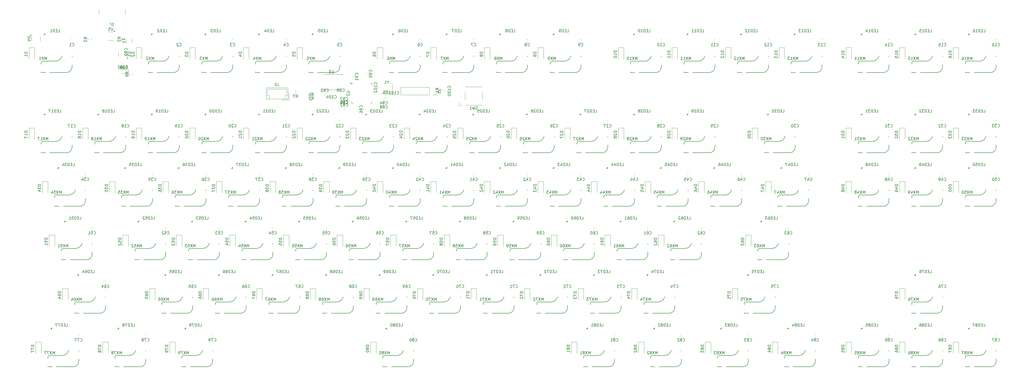
<source format=gbr>
%TF.GenerationSoftware,KiCad,Pcbnew,8.0.8*%
%TF.CreationDate,2025-02-03T11:25:15-05:00*%
%TF.ProjectId,keyboard_pcb,6b657962-6f61-4726-945f-7063622e6b69,rev?*%
%TF.SameCoordinates,Original*%
%TF.FileFunction,Legend,Bot*%
%TF.FilePolarity,Positive*%
%FSLAX46Y46*%
G04 Gerber Fmt 4.6, Leading zero omitted, Abs format (unit mm)*
G04 Created by KiCad (PCBNEW 8.0.8) date 2025-02-03 11:25:15*
%MOMM*%
%LPD*%
G01*
G04 APERTURE LIST*
%ADD10C,0.150000*%
%ADD11C,0.120000*%
G04 APERTURE END LIST*
D10*
X35611904Y-68879819D02*
X35611904Y-67879819D01*
X35611904Y-67879819D02*
X35278571Y-68594104D01*
X35278571Y-68594104D02*
X34945238Y-67879819D01*
X34945238Y-67879819D02*
X34945238Y-68879819D01*
X34564285Y-67879819D02*
X33897619Y-68879819D01*
X33897619Y-67879819D02*
X34564285Y-68879819D01*
X32992857Y-68879819D02*
X33564285Y-68879819D01*
X33278571Y-68879819D02*
X33278571Y-67879819D01*
X33278571Y-67879819D02*
X33373809Y-68022676D01*
X33373809Y-68022676D02*
X33469047Y-68117914D01*
X33469047Y-68117914D02*
X33564285Y-68165533D01*
X32659523Y-67879819D02*
X31992857Y-67879819D01*
X31992857Y-67879819D02*
X32421428Y-68879819D01*
X214042319Y-103810714D02*
X213042319Y-103810714D01*
X213042319Y-103810714D02*
X213042319Y-104048809D01*
X213042319Y-104048809D02*
X213089938Y-104191666D01*
X213089938Y-104191666D02*
X213185176Y-104286904D01*
X213185176Y-104286904D02*
X213280414Y-104334523D01*
X213280414Y-104334523D02*
X213470890Y-104382142D01*
X213470890Y-104382142D02*
X213613747Y-104382142D01*
X213613747Y-104382142D02*
X213804223Y-104334523D01*
X213804223Y-104334523D02*
X213899461Y-104286904D01*
X213899461Y-104286904D02*
X213994700Y-104191666D01*
X213994700Y-104191666D02*
X214042319Y-104048809D01*
X214042319Y-104048809D02*
X214042319Y-103810714D01*
X213042319Y-105239285D02*
X213042319Y-105048809D01*
X213042319Y-105048809D02*
X213089938Y-104953571D01*
X213089938Y-104953571D02*
X213137557Y-104905952D01*
X213137557Y-104905952D02*
X213280414Y-104810714D01*
X213280414Y-104810714D02*
X213470890Y-104763095D01*
X213470890Y-104763095D02*
X213851842Y-104763095D01*
X213851842Y-104763095D02*
X213947080Y-104810714D01*
X213947080Y-104810714D02*
X213994700Y-104858333D01*
X213994700Y-104858333D02*
X214042319Y-104953571D01*
X214042319Y-104953571D02*
X214042319Y-105144047D01*
X214042319Y-105144047D02*
X213994700Y-105239285D01*
X213994700Y-105239285D02*
X213947080Y-105286904D01*
X213947080Y-105286904D02*
X213851842Y-105334523D01*
X213851842Y-105334523D02*
X213613747Y-105334523D01*
X213613747Y-105334523D02*
X213518509Y-105286904D01*
X213518509Y-105286904D02*
X213470890Y-105239285D01*
X213470890Y-105239285D02*
X213423271Y-105144047D01*
X213423271Y-105144047D02*
X213423271Y-104953571D01*
X213423271Y-104953571D02*
X213470890Y-104858333D01*
X213470890Y-104858333D02*
X213518509Y-104810714D01*
X213518509Y-104810714D02*
X213613747Y-104763095D01*
X213042319Y-105953571D02*
X213042319Y-106048809D01*
X213042319Y-106048809D02*
X213089938Y-106144047D01*
X213089938Y-106144047D02*
X213137557Y-106191666D01*
X213137557Y-106191666D02*
X213232795Y-106239285D01*
X213232795Y-106239285D02*
X213423271Y-106286904D01*
X213423271Y-106286904D02*
X213661366Y-106286904D01*
X213661366Y-106286904D02*
X213851842Y-106239285D01*
X213851842Y-106239285D02*
X213947080Y-106191666D01*
X213947080Y-106191666D02*
X213994700Y-106144047D01*
X213994700Y-106144047D02*
X214042319Y-106048809D01*
X214042319Y-106048809D02*
X214042319Y-105953571D01*
X214042319Y-105953571D02*
X213994700Y-105858333D01*
X213994700Y-105858333D02*
X213947080Y-105810714D01*
X213947080Y-105810714D02*
X213851842Y-105763095D01*
X213851842Y-105763095D02*
X213661366Y-105715476D01*
X213661366Y-105715476D02*
X213423271Y-105715476D01*
X213423271Y-105715476D02*
X213232795Y-105763095D01*
X213232795Y-105763095D02*
X213137557Y-105810714D01*
X213137557Y-105810714D02*
X213089938Y-105858333D01*
X213089938Y-105858333D02*
X213042319Y-105953571D01*
X87605357Y-121364580D02*
X87652976Y-121412200D01*
X87652976Y-121412200D02*
X87795833Y-121459819D01*
X87795833Y-121459819D02*
X87891071Y-121459819D01*
X87891071Y-121459819D02*
X88033928Y-121412200D01*
X88033928Y-121412200D02*
X88129166Y-121316961D01*
X88129166Y-121316961D02*
X88176785Y-121221723D01*
X88176785Y-121221723D02*
X88224404Y-121031247D01*
X88224404Y-121031247D02*
X88224404Y-120888390D01*
X88224404Y-120888390D02*
X88176785Y-120697914D01*
X88176785Y-120697914D02*
X88129166Y-120602676D01*
X88129166Y-120602676D02*
X88033928Y-120507438D01*
X88033928Y-120507438D02*
X87891071Y-120459819D01*
X87891071Y-120459819D02*
X87795833Y-120459819D01*
X87795833Y-120459819D02*
X87652976Y-120507438D01*
X87652976Y-120507438D02*
X87605357Y-120555057D01*
X86748214Y-120459819D02*
X86938690Y-120459819D01*
X86938690Y-120459819D02*
X87033928Y-120507438D01*
X87033928Y-120507438D02*
X87081547Y-120555057D01*
X87081547Y-120555057D02*
X87176785Y-120697914D01*
X87176785Y-120697914D02*
X87224404Y-120888390D01*
X87224404Y-120888390D02*
X87224404Y-121269342D01*
X87224404Y-121269342D02*
X87176785Y-121364580D01*
X87176785Y-121364580D02*
X87129166Y-121412200D01*
X87129166Y-121412200D02*
X87033928Y-121459819D01*
X87033928Y-121459819D02*
X86843452Y-121459819D01*
X86843452Y-121459819D02*
X86748214Y-121412200D01*
X86748214Y-121412200D02*
X86700595Y-121364580D01*
X86700595Y-121364580D02*
X86652976Y-121269342D01*
X86652976Y-121269342D02*
X86652976Y-121031247D01*
X86652976Y-121031247D02*
X86700595Y-120936009D01*
X86700595Y-120936009D02*
X86748214Y-120888390D01*
X86748214Y-120888390D02*
X86843452Y-120840771D01*
X86843452Y-120840771D02*
X87033928Y-120840771D01*
X87033928Y-120840771D02*
X87129166Y-120888390D01*
X87129166Y-120888390D02*
X87176785Y-120936009D01*
X87176785Y-120936009D02*
X87224404Y-121031247D01*
X85748214Y-120459819D02*
X86224404Y-120459819D01*
X86224404Y-120459819D02*
X86272023Y-120936009D01*
X86272023Y-120936009D02*
X86224404Y-120888390D01*
X86224404Y-120888390D02*
X86129166Y-120840771D01*
X86129166Y-120840771D02*
X85891071Y-120840771D01*
X85891071Y-120840771D02*
X85795833Y-120888390D01*
X85795833Y-120888390D02*
X85748214Y-120936009D01*
X85748214Y-120936009D02*
X85700595Y-121031247D01*
X85700595Y-121031247D02*
X85700595Y-121269342D01*
X85700595Y-121269342D02*
X85748214Y-121364580D01*
X85748214Y-121364580D02*
X85795833Y-121412200D01*
X85795833Y-121412200D02*
X85891071Y-121459819D01*
X85891071Y-121459819D02*
X86129166Y-121459819D01*
X86129166Y-121459819D02*
X86224404Y-121412200D01*
X86224404Y-121412200D02*
X86272023Y-121364580D01*
X178010713Y-40304819D02*
X178010713Y-39304819D01*
X178010713Y-39304819D02*
X177677380Y-40019104D01*
X177677380Y-40019104D02*
X177344047Y-39304819D01*
X177344047Y-39304819D02*
X177344047Y-40304819D01*
X176963094Y-39304819D02*
X176296428Y-40304819D01*
X176296428Y-39304819D02*
X176963094Y-40304819D01*
X176010713Y-39304819D02*
X175344047Y-39304819D01*
X175344047Y-39304819D02*
X175772618Y-40304819D01*
X33067319Y-84760714D02*
X32067319Y-84760714D01*
X32067319Y-84760714D02*
X32067319Y-84998809D01*
X32067319Y-84998809D02*
X32114938Y-85141666D01*
X32114938Y-85141666D02*
X32210176Y-85236904D01*
X32210176Y-85236904D02*
X32305414Y-85284523D01*
X32305414Y-85284523D02*
X32495890Y-85332142D01*
X32495890Y-85332142D02*
X32638747Y-85332142D01*
X32638747Y-85332142D02*
X32829223Y-85284523D01*
X32829223Y-85284523D02*
X32924461Y-85236904D01*
X32924461Y-85236904D02*
X33019700Y-85141666D01*
X33019700Y-85141666D02*
X33067319Y-84998809D01*
X33067319Y-84998809D02*
X33067319Y-84760714D01*
X32067319Y-85665476D02*
X32067319Y-86284523D01*
X32067319Y-86284523D02*
X32448271Y-85951190D01*
X32448271Y-85951190D02*
X32448271Y-86094047D01*
X32448271Y-86094047D02*
X32495890Y-86189285D01*
X32495890Y-86189285D02*
X32543509Y-86236904D01*
X32543509Y-86236904D02*
X32638747Y-86284523D01*
X32638747Y-86284523D02*
X32876842Y-86284523D01*
X32876842Y-86284523D02*
X32972080Y-86236904D01*
X32972080Y-86236904D02*
X33019700Y-86189285D01*
X33019700Y-86189285D02*
X33067319Y-86094047D01*
X33067319Y-86094047D02*
X33067319Y-85808333D01*
X33067319Y-85808333D02*
X33019700Y-85713095D01*
X33019700Y-85713095D02*
X32972080Y-85665476D01*
X32400652Y-87141666D02*
X33067319Y-87141666D01*
X32019700Y-86903571D02*
X32733985Y-86665476D01*
X32733985Y-86665476D02*
X32733985Y-87284523D01*
X153995238Y-59029819D02*
X154471428Y-59029819D01*
X154471428Y-59029819D02*
X154471428Y-58029819D01*
X153661904Y-58506009D02*
X153328571Y-58506009D01*
X153185714Y-59029819D02*
X153661904Y-59029819D01*
X153661904Y-59029819D02*
X153661904Y-58029819D01*
X153661904Y-58029819D02*
X153185714Y-58029819D01*
X152757142Y-59029819D02*
X152757142Y-58029819D01*
X152757142Y-58029819D02*
X152519047Y-58029819D01*
X152519047Y-58029819D02*
X152376190Y-58077438D01*
X152376190Y-58077438D02*
X152280952Y-58172676D01*
X152280952Y-58172676D02*
X152233333Y-58267914D01*
X152233333Y-58267914D02*
X152185714Y-58458390D01*
X152185714Y-58458390D02*
X152185714Y-58601247D01*
X152185714Y-58601247D02*
X152233333Y-58791723D01*
X152233333Y-58791723D02*
X152280952Y-58886961D01*
X152280952Y-58886961D02*
X152376190Y-58982200D01*
X152376190Y-58982200D02*
X152519047Y-59029819D01*
X152519047Y-59029819D02*
X152757142Y-59029819D01*
X151804761Y-58125057D02*
X151757142Y-58077438D01*
X151757142Y-58077438D02*
X151661904Y-58029819D01*
X151661904Y-58029819D02*
X151423809Y-58029819D01*
X151423809Y-58029819D02*
X151328571Y-58077438D01*
X151328571Y-58077438D02*
X151280952Y-58125057D01*
X151280952Y-58125057D02*
X151233333Y-58220295D01*
X151233333Y-58220295D02*
X151233333Y-58315533D01*
X151233333Y-58315533D02*
X151280952Y-58458390D01*
X151280952Y-58458390D02*
X151852380Y-59029819D01*
X151852380Y-59029819D02*
X151233333Y-59029819D01*
X150899999Y-58029819D02*
X150280952Y-58029819D01*
X150280952Y-58029819D02*
X150614285Y-58410771D01*
X150614285Y-58410771D02*
X150471428Y-58410771D01*
X150471428Y-58410771D02*
X150376190Y-58458390D01*
X150376190Y-58458390D02*
X150328571Y-58506009D01*
X150328571Y-58506009D02*
X150280952Y-58601247D01*
X150280952Y-58601247D02*
X150280952Y-58839342D01*
X150280952Y-58839342D02*
X150328571Y-58934580D01*
X150328571Y-58934580D02*
X150376190Y-58982200D01*
X150376190Y-58982200D02*
X150471428Y-59029819D01*
X150471428Y-59029819D02*
X150757142Y-59029819D01*
X150757142Y-59029819D02*
X150852380Y-58982200D01*
X150852380Y-58982200D02*
X150899999Y-58934580D01*
X256904819Y-65710714D02*
X255904819Y-65710714D01*
X255904819Y-65710714D02*
X255904819Y-65948809D01*
X255904819Y-65948809D02*
X255952438Y-66091666D01*
X255952438Y-66091666D02*
X256047676Y-66186904D01*
X256047676Y-66186904D02*
X256142914Y-66234523D01*
X256142914Y-66234523D02*
X256333390Y-66282142D01*
X256333390Y-66282142D02*
X256476247Y-66282142D01*
X256476247Y-66282142D02*
X256666723Y-66234523D01*
X256666723Y-66234523D02*
X256761961Y-66186904D01*
X256761961Y-66186904D02*
X256857200Y-66091666D01*
X256857200Y-66091666D02*
X256904819Y-65948809D01*
X256904819Y-65948809D02*
X256904819Y-65710714D01*
X256000057Y-66663095D02*
X255952438Y-66710714D01*
X255952438Y-66710714D02*
X255904819Y-66805952D01*
X255904819Y-66805952D02*
X255904819Y-67044047D01*
X255904819Y-67044047D02*
X255952438Y-67139285D01*
X255952438Y-67139285D02*
X256000057Y-67186904D01*
X256000057Y-67186904D02*
X256095295Y-67234523D01*
X256095295Y-67234523D02*
X256190533Y-67234523D01*
X256190533Y-67234523D02*
X256333390Y-67186904D01*
X256333390Y-67186904D02*
X256904819Y-66615476D01*
X256904819Y-66615476D02*
X256904819Y-67234523D01*
X256904819Y-67710714D02*
X256904819Y-67901190D01*
X256904819Y-67901190D02*
X256857200Y-67996428D01*
X256857200Y-67996428D02*
X256809580Y-68044047D01*
X256809580Y-68044047D02*
X256666723Y-68139285D01*
X256666723Y-68139285D02*
X256476247Y-68186904D01*
X256476247Y-68186904D02*
X256095295Y-68186904D01*
X256095295Y-68186904D02*
X256000057Y-68139285D01*
X256000057Y-68139285D02*
X255952438Y-68091666D01*
X255952438Y-68091666D02*
X255904819Y-67996428D01*
X255904819Y-67996428D02*
X255904819Y-67805952D01*
X255904819Y-67805952D02*
X255952438Y-67710714D01*
X255952438Y-67710714D02*
X256000057Y-67663095D01*
X256000057Y-67663095D02*
X256095295Y-67615476D01*
X256095295Y-67615476D02*
X256333390Y-67615476D01*
X256333390Y-67615476D02*
X256428628Y-67663095D01*
X256428628Y-67663095D02*
X256476247Y-67710714D01*
X256476247Y-67710714D02*
X256523866Y-67805952D01*
X256523866Y-67805952D02*
X256523866Y-67996428D01*
X256523866Y-67996428D02*
X256476247Y-68091666D01*
X256476247Y-68091666D02*
X256428628Y-68139285D01*
X256428628Y-68139285D02*
X256333390Y-68186904D01*
X168961904Y-68879819D02*
X168961904Y-67879819D01*
X168961904Y-67879819D02*
X168628571Y-68594104D01*
X168628571Y-68594104D02*
X168295238Y-67879819D01*
X168295238Y-67879819D02*
X168295238Y-68879819D01*
X167914285Y-67879819D02*
X167247619Y-68879819D01*
X167247619Y-67879819D02*
X167914285Y-68879819D01*
X166914285Y-67975057D02*
X166866666Y-67927438D01*
X166866666Y-67927438D02*
X166771428Y-67879819D01*
X166771428Y-67879819D02*
X166533333Y-67879819D01*
X166533333Y-67879819D02*
X166438095Y-67927438D01*
X166438095Y-67927438D02*
X166390476Y-67975057D01*
X166390476Y-67975057D02*
X166342857Y-68070295D01*
X166342857Y-68070295D02*
X166342857Y-68165533D01*
X166342857Y-68165533D02*
X166390476Y-68308390D01*
X166390476Y-68308390D02*
X166961904Y-68879819D01*
X166961904Y-68879819D02*
X166342857Y-68879819D01*
X165485714Y-68213152D02*
X165485714Y-68879819D01*
X165723809Y-67832200D02*
X165961904Y-68546485D01*
X165961904Y-68546485D02*
X165342857Y-68546485D01*
X39695238Y-59029819D02*
X40171428Y-59029819D01*
X40171428Y-59029819D02*
X40171428Y-58029819D01*
X39361904Y-58506009D02*
X39028571Y-58506009D01*
X38885714Y-59029819D02*
X39361904Y-59029819D01*
X39361904Y-59029819D02*
X39361904Y-58029819D01*
X39361904Y-58029819D02*
X38885714Y-58029819D01*
X38457142Y-59029819D02*
X38457142Y-58029819D01*
X38457142Y-58029819D02*
X38219047Y-58029819D01*
X38219047Y-58029819D02*
X38076190Y-58077438D01*
X38076190Y-58077438D02*
X37980952Y-58172676D01*
X37980952Y-58172676D02*
X37933333Y-58267914D01*
X37933333Y-58267914D02*
X37885714Y-58458390D01*
X37885714Y-58458390D02*
X37885714Y-58601247D01*
X37885714Y-58601247D02*
X37933333Y-58791723D01*
X37933333Y-58791723D02*
X37980952Y-58886961D01*
X37980952Y-58886961D02*
X38076190Y-58982200D01*
X38076190Y-58982200D02*
X38219047Y-59029819D01*
X38219047Y-59029819D02*
X38457142Y-59029819D01*
X36933333Y-59029819D02*
X37504761Y-59029819D01*
X37219047Y-59029819D02*
X37219047Y-58029819D01*
X37219047Y-58029819D02*
X37314285Y-58172676D01*
X37314285Y-58172676D02*
X37409523Y-58267914D01*
X37409523Y-58267914D02*
X37504761Y-58315533D01*
X36599999Y-58029819D02*
X35933333Y-58029819D01*
X35933333Y-58029819D02*
X36361904Y-59029819D01*
X252142319Y-103810714D02*
X251142319Y-103810714D01*
X251142319Y-103810714D02*
X251142319Y-104048809D01*
X251142319Y-104048809D02*
X251189938Y-104191666D01*
X251189938Y-104191666D02*
X251285176Y-104286904D01*
X251285176Y-104286904D02*
X251380414Y-104334523D01*
X251380414Y-104334523D02*
X251570890Y-104382142D01*
X251570890Y-104382142D02*
X251713747Y-104382142D01*
X251713747Y-104382142D02*
X251904223Y-104334523D01*
X251904223Y-104334523D02*
X251999461Y-104286904D01*
X251999461Y-104286904D02*
X252094700Y-104191666D01*
X252094700Y-104191666D02*
X252142319Y-104048809D01*
X252142319Y-104048809D02*
X252142319Y-103810714D01*
X251142319Y-105239285D02*
X251142319Y-105048809D01*
X251142319Y-105048809D02*
X251189938Y-104953571D01*
X251189938Y-104953571D02*
X251237557Y-104905952D01*
X251237557Y-104905952D02*
X251380414Y-104810714D01*
X251380414Y-104810714D02*
X251570890Y-104763095D01*
X251570890Y-104763095D02*
X251951842Y-104763095D01*
X251951842Y-104763095D02*
X252047080Y-104810714D01*
X252047080Y-104810714D02*
X252094700Y-104858333D01*
X252094700Y-104858333D02*
X252142319Y-104953571D01*
X252142319Y-104953571D02*
X252142319Y-105144047D01*
X252142319Y-105144047D02*
X252094700Y-105239285D01*
X252094700Y-105239285D02*
X252047080Y-105286904D01*
X252047080Y-105286904D02*
X251951842Y-105334523D01*
X251951842Y-105334523D02*
X251713747Y-105334523D01*
X251713747Y-105334523D02*
X251618509Y-105286904D01*
X251618509Y-105286904D02*
X251570890Y-105239285D01*
X251570890Y-105239285D02*
X251523271Y-105144047D01*
X251523271Y-105144047D02*
X251523271Y-104953571D01*
X251523271Y-104953571D02*
X251570890Y-104858333D01*
X251570890Y-104858333D02*
X251618509Y-104810714D01*
X251618509Y-104810714D02*
X251713747Y-104763095D01*
X251237557Y-105715476D02*
X251189938Y-105763095D01*
X251189938Y-105763095D02*
X251142319Y-105858333D01*
X251142319Y-105858333D02*
X251142319Y-106096428D01*
X251142319Y-106096428D02*
X251189938Y-106191666D01*
X251189938Y-106191666D02*
X251237557Y-106239285D01*
X251237557Y-106239285D02*
X251332795Y-106286904D01*
X251332795Y-106286904D02*
X251428033Y-106286904D01*
X251428033Y-106286904D02*
X251570890Y-106239285D01*
X251570890Y-106239285D02*
X252142319Y-105667857D01*
X252142319Y-105667857D02*
X252142319Y-106286904D01*
X144755357Y-121364580D02*
X144802976Y-121412200D01*
X144802976Y-121412200D02*
X144945833Y-121459819D01*
X144945833Y-121459819D02*
X145041071Y-121459819D01*
X145041071Y-121459819D02*
X145183928Y-121412200D01*
X145183928Y-121412200D02*
X145279166Y-121316961D01*
X145279166Y-121316961D02*
X145326785Y-121221723D01*
X145326785Y-121221723D02*
X145374404Y-121031247D01*
X145374404Y-121031247D02*
X145374404Y-120888390D01*
X145374404Y-120888390D02*
X145326785Y-120697914D01*
X145326785Y-120697914D02*
X145279166Y-120602676D01*
X145279166Y-120602676D02*
X145183928Y-120507438D01*
X145183928Y-120507438D02*
X145041071Y-120459819D01*
X145041071Y-120459819D02*
X144945833Y-120459819D01*
X144945833Y-120459819D02*
X144802976Y-120507438D01*
X144802976Y-120507438D02*
X144755357Y-120555057D01*
X143898214Y-120459819D02*
X144088690Y-120459819D01*
X144088690Y-120459819D02*
X144183928Y-120507438D01*
X144183928Y-120507438D02*
X144231547Y-120555057D01*
X144231547Y-120555057D02*
X144326785Y-120697914D01*
X144326785Y-120697914D02*
X144374404Y-120888390D01*
X144374404Y-120888390D02*
X144374404Y-121269342D01*
X144374404Y-121269342D02*
X144326785Y-121364580D01*
X144326785Y-121364580D02*
X144279166Y-121412200D01*
X144279166Y-121412200D02*
X144183928Y-121459819D01*
X144183928Y-121459819D02*
X143993452Y-121459819D01*
X143993452Y-121459819D02*
X143898214Y-121412200D01*
X143898214Y-121412200D02*
X143850595Y-121364580D01*
X143850595Y-121364580D02*
X143802976Y-121269342D01*
X143802976Y-121269342D02*
X143802976Y-121031247D01*
X143802976Y-121031247D02*
X143850595Y-120936009D01*
X143850595Y-120936009D02*
X143898214Y-120888390D01*
X143898214Y-120888390D02*
X143993452Y-120840771D01*
X143993452Y-120840771D02*
X144183928Y-120840771D01*
X144183928Y-120840771D02*
X144279166Y-120888390D01*
X144279166Y-120888390D02*
X144326785Y-120936009D01*
X144326785Y-120936009D02*
X144374404Y-121031247D01*
X143231547Y-120888390D02*
X143326785Y-120840771D01*
X143326785Y-120840771D02*
X143374404Y-120793152D01*
X143374404Y-120793152D02*
X143422023Y-120697914D01*
X143422023Y-120697914D02*
X143422023Y-120650295D01*
X143422023Y-120650295D02*
X143374404Y-120555057D01*
X143374404Y-120555057D02*
X143326785Y-120507438D01*
X143326785Y-120507438D02*
X143231547Y-120459819D01*
X143231547Y-120459819D02*
X143041071Y-120459819D01*
X143041071Y-120459819D02*
X142945833Y-120507438D01*
X142945833Y-120507438D02*
X142898214Y-120555057D01*
X142898214Y-120555057D02*
X142850595Y-120650295D01*
X142850595Y-120650295D02*
X142850595Y-120697914D01*
X142850595Y-120697914D02*
X142898214Y-120793152D01*
X142898214Y-120793152D02*
X142945833Y-120840771D01*
X142945833Y-120840771D02*
X143041071Y-120888390D01*
X143041071Y-120888390D02*
X143231547Y-120888390D01*
X143231547Y-120888390D02*
X143326785Y-120936009D01*
X143326785Y-120936009D02*
X143374404Y-120983628D01*
X143374404Y-120983628D02*
X143422023Y-121078866D01*
X143422023Y-121078866D02*
X143422023Y-121269342D01*
X143422023Y-121269342D02*
X143374404Y-121364580D01*
X143374404Y-121364580D02*
X143326785Y-121412200D01*
X143326785Y-121412200D02*
X143231547Y-121459819D01*
X143231547Y-121459819D02*
X143041071Y-121459819D01*
X143041071Y-121459819D02*
X142945833Y-121412200D01*
X142945833Y-121412200D02*
X142898214Y-121364580D01*
X142898214Y-121364580D02*
X142850595Y-121269342D01*
X142850595Y-121269342D02*
X142850595Y-121078866D01*
X142850595Y-121078866D02*
X142898214Y-120983628D01*
X142898214Y-120983628D02*
X142945833Y-120936009D01*
X142945833Y-120936009D02*
X143041071Y-120888390D01*
X123554819Y-65710714D02*
X122554819Y-65710714D01*
X122554819Y-65710714D02*
X122554819Y-65948809D01*
X122554819Y-65948809D02*
X122602438Y-66091666D01*
X122602438Y-66091666D02*
X122697676Y-66186904D01*
X122697676Y-66186904D02*
X122792914Y-66234523D01*
X122792914Y-66234523D02*
X122983390Y-66282142D01*
X122983390Y-66282142D02*
X123126247Y-66282142D01*
X123126247Y-66282142D02*
X123316723Y-66234523D01*
X123316723Y-66234523D02*
X123411961Y-66186904D01*
X123411961Y-66186904D02*
X123507200Y-66091666D01*
X123507200Y-66091666D02*
X123554819Y-65948809D01*
X123554819Y-65948809D02*
X123554819Y-65710714D01*
X122650057Y-66663095D02*
X122602438Y-66710714D01*
X122602438Y-66710714D02*
X122554819Y-66805952D01*
X122554819Y-66805952D02*
X122554819Y-67044047D01*
X122554819Y-67044047D02*
X122602438Y-67139285D01*
X122602438Y-67139285D02*
X122650057Y-67186904D01*
X122650057Y-67186904D02*
X122745295Y-67234523D01*
X122745295Y-67234523D02*
X122840533Y-67234523D01*
X122840533Y-67234523D02*
X122983390Y-67186904D01*
X122983390Y-67186904D02*
X123554819Y-66615476D01*
X123554819Y-66615476D02*
X123554819Y-67234523D01*
X122650057Y-67615476D02*
X122602438Y-67663095D01*
X122602438Y-67663095D02*
X122554819Y-67758333D01*
X122554819Y-67758333D02*
X122554819Y-67996428D01*
X122554819Y-67996428D02*
X122602438Y-68091666D01*
X122602438Y-68091666D02*
X122650057Y-68139285D01*
X122650057Y-68139285D02*
X122745295Y-68186904D01*
X122745295Y-68186904D02*
X122840533Y-68186904D01*
X122840533Y-68186904D02*
X122983390Y-68139285D01*
X122983390Y-68139285D02*
X123554819Y-67567857D01*
X123554819Y-67567857D02*
X123554819Y-68186904D01*
X245161904Y-40304819D02*
X245161904Y-39304819D01*
X245161904Y-39304819D02*
X244828571Y-40019104D01*
X244828571Y-40019104D02*
X244495238Y-39304819D01*
X244495238Y-39304819D02*
X244495238Y-40304819D01*
X244114285Y-39304819D02*
X243447619Y-40304819D01*
X243447619Y-39304819D02*
X244114285Y-40304819D01*
X242542857Y-40304819D02*
X243114285Y-40304819D01*
X242828571Y-40304819D02*
X242828571Y-39304819D01*
X242828571Y-39304819D02*
X242923809Y-39447676D01*
X242923809Y-39447676D02*
X243019047Y-39542914D01*
X243019047Y-39542914D02*
X243114285Y-39590533D01*
X241923809Y-39304819D02*
X241828571Y-39304819D01*
X241828571Y-39304819D02*
X241733333Y-39352438D01*
X241733333Y-39352438D02*
X241685714Y-39400057D01*
X241685714Y-39400057D02*
X241638095Y-39495295D01*
X241638095Y-39495295D02*
X241590476Y-39685771D01*
X241590476Y-39685771D02*
X241590476Y-39923866D01*
X241590476Y-39923866D02*
X241638095Y-40114342D01*
X241638095Y-40114342D02*
X241685714Y-40209580D01*
X241685714Y-40209580D02*
X241733333Y-40257200D01*
X241733333Y-40257200D02*
X241828571Y-40304819D01*
X241828571Y-40304819D02*
X241923809Y-40304819D01*
X241923809Y-40304819D02*
X242019047Y-40257200D01*
X242019047Y-40257200D02*
X242066666Y-40209580D01*
X242066666Y-40209580D02*
X242114285Y-40114342D01*
X242114285Y-40114342D02*
X242161904Y-39923866D01*
X242161904Y-39923866D02*
X242161904Y-39685771D01*
X242161904Y-39685771D02*
X242114285Y-39495295D01*
X242114285Y-39495295D02*
X242066666Y-39400057D01*
X242066666Y-39400057D02*
X242019047Y-39352438D01*
X242019047Y-39352438D02*
X241923809Y-39304819D01*
X40211069Y-122860714D02*
X39211069Y-122860714D01*
X39211069Y-122860714D02*
X39211069Y-123098809D01*
X39211069Y-123098809D02*
X39258688Y-123241666D01*
X39258688Y-123241666D02*
X39353926Y-123336904D01*
X39353926Y-123336904D02*
X39449164Y-123384523D01*
X39449164Y-123384523D02*
X39639640Y-123432142D01*
X39639640Y-123432142D02*
X39782497Y-123432142D01*
X39782497Y-123432142D02*
X39972973Y-123384523D01*
X39972973Y-123384523D02*
X40068211Y-123336904D01*
X40068211Y-123336904D02*
X40163450Y-123241666D01*
X40163450Y-123241666D02*
X40211069Y-123098809D01*
X40211069Y-123098809D02*
X40211069Y-122860714D01*
X39211069Y-124289285D02*
X39211069Y-124098809D01*
X39211069Y-124098809D02*
X39258688Y-124003571D01*
X39258688Y-124003571D02*
X39306307Y-123955952D01*
X39306307Y-123955952D02*
X39449164Y-123860714D01*
X39449164Y-123860714D02*
X39639640Y-123813095D01*
X39639640Y-123813095D02*
X40020592Y-123813095D01*
X40020592Y-123813095D02*
X40115830Y-123860714D01*
X40115830Y-123860714D02*
X40163450Y-123908333D01*
X40163450Y-123908333D02*
X40211069Y-124003571D01*
X40211069Y-124003571D02*
X40211069Y-124194047D01*
X40211069Y-124194047D02*
X40163450Y-124289285D01*
X40163450Y-124289285D02*
X40115830Y-124336904D01*
X40115830Y-124336904D02*
X40020592Y-124384523D01*
X40020592Y-124384523D02*
X39782497Y-124384523D01*
X39782497Y-124384523D02*
X39687259Y-124336904D01*
X39687259Y-124336904D02*
X39639640Y-124289285D01*
X39639640Y-124289285D02*
X39592021Y-124194047D01*
X39592021Y-124194047D02*
X39592021Y-124003571D01*
X39592021Y-124003571D02*
X39639640Y-123908333D01*
X39639640Y-123908333D02*
X39687259Y-123860714D01*
X39687259Y-123860714D02*
X39782497Y-123813095D01*
X39544402Y-125241666D02*
X40211069Y-125241666D01*
X39163450Y-125003571D02*
X39877735Y-124765476D01*
X39877735Y-124765476D02*
X39877735Y-125384523D01*
X142604819Y-65710714D02*
X141604819Y-65710714D01*
X141604819Y-65710714D02*
X141604819Y-65948809D01*
X141604819Y-65948809D02*
X141652438Y-66091666D01*
X141652438Y-66091666D02*
X141747676Y-66186904D01*
X141747676Y-66186904D02*
X141842914Y-66234523D01*
X141842914Y-66234523D02*
X142033390Y-66282142D01*
X142033390Y-66282142D02*
X142176247Y-66282142D01*
X142176247Y-66282142D02*
X142366723Y-66234523D01*
X142366723Y-66234523D02*
X142461961Y-66186904D01*
X142461961Y-66186904D02*
X142557200Y-66091666D01*
X142557200Y-66091666D02*
X142604819Y-65948809D01*
X142604819Y-65948809D02*
X142604819Y-65710714D01*
X141700057Y-66663095D02*
X141652438Y-66710714D01*
X141652438Y-66710714D02*
X141604819Y-66805952D01*
X141604819Y-66805952D02*
X141604819Y-67044047D01*
X141604819Y-67044047D02*
X141652438Y-67139285D01*
X141652438Y-67139285D02*
X141700057Y-67186904D01*
X141700057Y-67186904D02*
X141795295Y-67234523D01*
X141795295Y-67234523D02*
X141890533Y-67234523D01*
X141890533Y-67234523D02*
X142033390Y-67186904D01*
X142033390Y-67186904D02*
X142604819Y-66615476D01*
X142604819Y-66615476D02*
X142604819Y-67234523D01*
X141604819Y-67567857D02*
X141604819Y-68186904D01*
X141604819Y-68186904D02*
X141985771Y-67853571D01*
X141985771Y-67853571D02*
X141985771Y-67996428D01*
X141985771Y-67996428D02*
X142033390Y-68091666D01*
X142033390Y-68091666D02*
X142081009Y-68139285D01*
X142081009Y-68139285D02*
X142176247Y-68186904D01*
X142176247Y-68186904D02*
X142414342Y-68186904D01*
X142414342Y-68186904D02*
X142509580Y-68139285D01*
X142509580Y-68139285D02*
X142557200Y-68091666D01*
X142557200Y-68091666D02*
X142604819Y-67996428D01*
X142604819Y-67996428D02*
X142604819Y-67710714D01*
X142604819Y-67710714D02*
X142557200Y-67615476D01*
X142557200Y-67615476D02*
X142509580Y-67567857D01*
X220670238Y-78079819D02*
X221146428Y-78079819D01*
X221146428Y-78079819D02*
X221146428Y-77079819D01*
X220336904Y-77556009D02*
X220003571Y-77556009D01*
X219860714Y-78079819D02*
X220336904Y-78079819D01*
X220336904Y-78079819D02*
X220336904Y-77079819D01*
X220336904Y-77079819D02*
X219860714Y-77079819D01*
X219432142Y-78079819D02*
X219432142Y-77079819D01*
X219432142Y-77079819D02*
X219194047Y-77079819D01*
X219194047Y-77079819D02*
X219051190Y-77127438D01*
X219051190Y-77127438D02*
X218955952Y-77222676D01*
X218955952Y-77222676D02*
X218908333Y-77317914D01*
X218908333Y-77317914D02*
X218860714Y-77508390D01*
X218860714Y-77508390D02*
X218860714Y-77651247D01*
X218860714Y-77651247D02*
X218908333Y-77841723D01*
X218908333Y-77841723D02*
X218955952Y-77936961D01*
X218955952Y-77936961D02*
X219051190Y-78032200D01*
X219051190Y-78032200D02*
X219194047Y-78079819D01*
X219194047Y-78079819D02*
X219432142Y-78079819D01*
X218003571Y-77413152D02*
X218003571Y-78079819D01*
X218241666Y-77032200D02*
X218479761Y-77746485D01*
X218479761Y-77746485D02*
X217860714Y-77746485D01*
X217574999Y-77079819D02*
X216955952Y-77079819D01*
X216955952Y-77079819D02*
X217289285Y-77460771D01*
X217289285Y-77460771D02*
X217146428Y-77460771D01*
X217146428Y-77460771D02*
X217051190Y-77508390D01*
X217051190Y-77508390D02*
X217003571Y-77556009D01*
X217003571Y-77556009D02*
X216955952Y-77651247D01*
X216955952Y-77651247D02*
X216955952Y-77889342D01*
X216955952Y-77889342D02*
X217003571Y-77984580D01*
X217003571Y-77984580D02*
X217051190Y-78032200D01*
X217051190Y-78032200D02*
X217146428Y-78079819D01*
X217146428Y-78079819D02*
X217432142Y-78079819D01*
X217432142Y-78079819D02*
X217527380Y-78032200D01*
X217527380Y-78032200D02*
X217574999Y-77984580D01*
X285643154Y-126029819D02*
X285643154Y-125029819D01*
X285643154Y-125029819D02*
X285309821Y-125744104D01*
X285309821Y-125744104D02*
X284976488Y-125029819D01*
X284976488Y-125029819D02*
X284976488Y-126029819D01*
X284595535Y-125029819D02*
X283928869Y-126029819D01*
X283928869Y-125029819D02*
X284595535Y-126029819D01*
X283643154Y-125029819D02*
X282976488Y-125029819D01*
X282976488Y-125029819D02*
X283405059Y-126029819D01*
X282119345Y-125029819D02*
X282595535Y-125029819D01*
X282595535Y-125029819D02*
X282643154Y-125506009D01*
X282643154Y-125506009D02*
X282595535Y-125458390D01*
X282595535Y-125458390D02*
X282500297Y-125410771D01*
X282500297Y-125410771D02*
X282262202Y-125410771D01*
X282262202Y-125410771D02*
X282166964Y-125458390D01*
X282166964Y-125458390D02*
X282119345Y-125506009D01*
X282119345Y-125506009D02*
X282071726Y-125601247D01*
X282071726Y-125601247D02*
X282071726Y-125839342D01*
X282071726Y-125839342D02*
X282119345Y-125934580D01*
X282119345Y-125934580D02*
X282166964Y-125982200D01*
X282166964Y-125982200D02*
X282262202Y-126029819D01*
X282262202Y-126029819D02*
X282500297Y-126029819D01*
X282500297Y-126029819D02*
X282595535Y-125982200D01*
X282595535Y-125982200D02*
X282643154Y-125934580D01*
X192774404Y-126029819D02*
X192774404Y-125029819D01*
X192774404Y-125029819D02*
X192441071Y-125744104D01*
X192441071Y-125744104D02*
X192107738Y-125029819D01*
X192107738Y-125029819D02*
X192107738Y-126029819D01*
X191726785Y-125029819D02*
X191060119Y-126029819D01*
X191060119Y-125029819D02*
X191726785Y-126029819D01*
X190774404Y-125029819D02*
X190107738Y-125029819D01*
X190107738Y-125029819D02*
X190536309Y-126029819D01*
X189202976Y-126029819D02*
X189774404Y-126029819D01*
X189488690Y-126029819D02*
X189488690Y-125029819D01*
X189488690Y-125029819D02*
X189583928Y-125172676D01*
X189583928Y-125172676D02*
X189679166Y-125267914D01*
X189679166Y-125267914D02*
X189774404Y-125315533D01*
X89701488Y-135229819D02*
X90177678Y-135229819D01*
X90177678Y-135229819D02*
X90177678Y-134229819D01*
X89368154Y-134706009D02*
X89034821Y-134706009D01*
X88891964Y-135229819D02*
X89368154Y-135229819D01*
X89368154Y-135229819D02*
X89368154Y-134229819D01*
X89368154Y-134229819D02*
X88891964Y-134229819D01*
X88463392Y-135229819D02*
X88463392Y-134229819D01*
X88463392Y-134229819D02*
X88225297Y-134229819D01*
X88225297Y-134229819D02*
X88082440Y-134277438D01*
X88082440Y-134277438D02*
X87987202Y-134372676D01*
X87987202Y-134372676D02*
X87939583Y-134467914D01*
X87939583Y-134467914D02*
X87891964Y-134658390D01*
X87891964Y-134658390D02*
X87891964Y-134801247D01*
X87891964Y-134801247D02*
X87939583Y-134991723D01*
X87939583Y-134991723D02*
X87987202Y-135086961D01*
X87987202Y-135086961D02*
X88082440Y-135182200D01*
X88082440Y-135182200D02*
X88225297Y-135229819D01*
X88225297Y-135229819D02*
X88463392Y-135229819D01*
X87558630Y-134229819D02*
X86891964Y-134229819D01*
X86891964Y-134229819D02*
X87320535Y-135229819D01*
X86463392Y-135229819D02*
X86272916Y-135229819D01*
X86272916Y-135229819D02*
X86177678Y-135182200D01*
X86177678Y-135182200D02*
X86130059Y-135134580D01*
X86130059Y-135134580D02*
X86034821Y-134991723D01*
X86034821Y-134991723D02*
X85987202Y-134801247D01*
X85987202Y-134801247D02*
X85987202Y-134420295D01*
X85987202Y-134420295D02*
X86034821Y-134325057D01*
X86034821Y-134325057D02*
X86082440Y-134277438D01*
X86082440Y-134277438D02*
X86177678Y-134229819D01*
X86177678Y-134229819D02*
X86368154Y-134229819D01*
X86368154Y-134229819D02*
X86463392Y-134277438D01*
X86463392Y-134277438D02*
X86511011Y-134325057D01*
X86511011Y-134325057D02*
X86558630Y-134420295D01*
X86558630Y-134420295D02*
X86558630Y-134658390D01*
X86558630Y-134658390D02*
X86511011Y-134753628D01*
X86511011Y-134753628D02*
X86463392Y-134801247D01*
X86463392Y-134801247D02*
X86368154Y-134848866D01*
X86368154Y-134848866D02*
X86177678Y-134848866D01*
X86177678Y-134848866D02*
X86082440Y-134801247D01*
X86082440Y-134801247D02*
X86034821Y-134753628D01*
X86034821Y-134753628D02*
X85987202Y-134658390D01*
X268295238Y-59029819D02*
X268771428Y-59029819D01*
X268771428Y-59029819D02*
X268771428Y-58029819D01*
X267961904Y-58506009D02*
X267628571Y-58506009D01*
X267485714Y-59029819D02*
X267961904Y-59029819D01*
X267961904Y-59029819D02*
X267961904Y-58029819D01*
X267961904Y-58029819D02*
X267485714Y-58029819D01*
X267057142Y-59029819D02*
X267057142Y-58029819D01*
X267057142Y-58029819D02*
X266819047Y-58029819D01*
X266819047Y-58029819D02*
X266676190Y-58077438D01*
X266676190Y-58077438D02*
X266580952Y-58172676D01*
X266580952Y-58172676D02*
X266533333Y-58267914D01*
X266533333Y-58267914D02*
X266485714Y-58458390D01*
X266485714Y-58458390D02*
X266485714Y-58601247D01*
X266485714Y-58601247D02*
X266533333Y-58791723D01*
X266533333Y-58791723D02*
X266580952Y-58886961D01*
X266580952Y-58886961D02*
X266676190Y-58982200D01*
X266676190Y-58982200D02*
X266819047Y-59029819D01*
X266819047Y-59029819D02*
X267057142Y-59029819D01*
X266104761Y-58125057D02*
X266057142Y-58077438D01*
X266057142Y-58077438D02*
X265961904Y-58029819D01*
X265961904Y-58029819D02*
X265723809Y-58029819D01*
X265723809Y-58029819D02*
X265628571Y-58077438D01*
X265628571Y-58077438D02*
X265580952Y-58125057D01*
X265580952Y-58125057D02*
X265533333Y-58220295D01*
X265533333Y-58220295D02*
X265533333Y-58315533D01*
X265533333Y-58315533D02*
X265580952Y-58458390D01*
X265580952Y-58458390D02*
X266152380Y-59029819D01*
X266152380Y-59029819D02*
X265533333Y-59029819D01*
X265057142Y-59029819D02*
X264866666Y-59029819D01*
X264866666Y-59029819D02*
X264771428Y-58982200D01*
X264771428Y-58982200D02*
X264723809Y-58934580D01*
X264723809Y-58934580D02*
X264628571Y-58791723D01*
X264628571Y-58791723D02*
X264580952Y-58601247D01*
X264580952Y-58601247D02*
X264580952Y-58220295D01*
X264580952Y-58220295D02*
X264628571Y-58125057D01*
X264628571Y-58125057D02*
X264676190Y-58077438D01*
X264676190Y-58077438D02*
X264771428Y-58029819D01*
X264771428Y-58029819D02*
X264961904Y-58029819D01*
X264961904Y-58029819D02*
X265057142Y-58077438D01*
X265057142Y-58077438D02*
X265104761Y-58125057D01*
X265104761Y-58125057D02*
X265152380Y-58220295D01*
X265152380Y-58220295D02*
X265152380Y-58458390D01*
X265152380Y-58458390D02*
X265104761Y-58553628D01*
X265104761Y-58553628D02*
X265057142Y-58601247D01*
X265057142Y-58601247D02*
X264961904Y-58648866D01*
X264961904Y-58648866D02*
X264771428Y-58648866D01*
X264771428Y-58648866D02*
X264676190Y-58601247D01*
X264676190Y-58601247D02*
X264628571Y-58553628D01*
X264628571Y-58553628D02*
X264580952Y-58458390D01*
X62586009Y-33216666D02*
X62586009Y-32883333D01*
X63109819Y-32883333D02*
X62109819Y-32883333D01*
X62109819Y-32883333D02*
X62109819Y-33359523D01*
X63109819Y-34264285D02*
X63109819Y-33692857D01*
X63109819Y-33978571D02*
X62109819Y-33978571D01*
X62109819Y-33978571D02*
X62252676Y-33883333D01*
X62252676Y-33883333D02*
X62347914Y-33788095D01*
X62347914Y-33788095D02*
X62395533Y-33692857D01*
X249924404Y-126029819D02*
X249924404Y-125029819D01*
X249924404Y-125029819D02*
X249591071Y-125744104D01*
X249591071Y-125744104D02*
X249257738Y-125029819D01*
X249257738Y-125029819D02*
X249257738Y-126029819D01*
X248876785Y-125029819D02*
X248210119Y-126029819D01*
X248210119Y-125029819D02*
X248876785Y-126029819D01*
X247924404Y-125029819D02*
X247257738Y-125029819D01*
X247257738Y-125029819D02*
X247686309Y-126029819D01*
X246448214Y-125363152D02*
X246448214Y-126029819D01*
X246686309Y-124982200D02*
X246924404Y-125696485D01*
X246924404Y-125696485D02*
X246305357Y-125696485D01*
X96845238Y-59029819D02*
X97321428Y-59029819D01*
X97321428Y-59029819D02*
X97321428Y-58029819D01*
X96511904Y-58506009D02*
X96178571Y-58506009D01*
X96035714Y-59029819D02*
X96511904Y-59029819D01*
X96511904Y-59029819D02*
X96511904Y-58029819D01*
X96511904Y-58029819D02*
X96035714Y-58029819D01*
X95607142Y-59029819D02*
X95607142Y-58029819D01*
X95607142Y-58029819D02*
X95369047Y-58029819D01*
X95369047Y-58029819D02*
X95226190Y-58077438D01*
X95226190Y-58077438D02*
X95130952Y-58172676D01*
X95130952Y-58172676D02*
X95083333Y-58267914D01*
X95083333Y-58267914D02*
X95035714Y-58458390D01*
X95035714Y-58458390D02*
X95035714Y-58601247D01*
X95035714Y-58601247D02*
X95083333Y-58791723D01*
X95083333Y-58791723D02*
X95130952Y-58886961D01*
X95130952Y-58886961D02*
X95226190Y-58982200D01*
X95226190Y-58982200D02*
X95369047Y-59029819D01*
X95369047Y-59029819D02*
X95607142Y-59029819D01*
X94654761Y-58125057D02*
X94607142Y-58077438D01*
X94607142Y-58077438D02*
X94511904Y-58029819D01*
X94511904Y-58029819D02*
X94273809Y-58029819D01*
X94273809Y-58029819D02*
X94178571Y-58077438D01*
X94178571Y-58077438D02*
X94130952Y-58125057D01*
X94130952Y-58125057D02*
X94083333Y-58220295D01*
X94083333Y-58220295D02*
X94083333Y-58315533D01*
X94083333Y-58315533D02*
X94130952Y-58458390D01*
X94130952Y-58458390D02*
X94702380Y-59029819D01*
X94702380Y-59029819D02*
X94083333Y-59029819D01*
X93464285Y-58029819D02*
X93369047Y-58029819D01*
X93369047Y-58029819D02*
X93273809Y-58077438D01*
X93273809Y-58077438D02*
X93226190Y-58125057D01*
X93226190Y-58125057D02*
X93178571Y-58220295D01*
X93178571Y-58220295D02*
X93130952Y-58410771D01*
X93130952Y-58410771D02*
X93130952Y-58648866D01*
X93130952Y-58648866D02*
X93178571Y-58839342D01*
X93178571Y-58839342D02*
X93226190Y-58934580D01*
X93226190Y-58934580D02*
X93273809Y-58982200D01*
X93273809Y-58982200D02*
X93369047Y-59029819D01*
X93369047Y-59029819D02*
X93464285Y-59029819D01*
X93464285Y-59029819D02*
X93559523Y-58982200D01*
X93559523Y-58982200D02*
X93607142Y-58934580D01*
X93607142Y-58934580D02*
X93654761Y-58839342D01*
X93654761Y-58839342D02*
X93702380Y-58648866D01*
X93702380Y-58648866D02*
X93702380Y-58410771D01*
X93702380Y-58410771D02*
X93654761Y-58220295D01*
X93654761Y-58220295D02*
X93607142Y-58125057D01*
X93607142Y-58125057D02*
X93559523Y-58077438D01*
X93559523Y-58077438D02*
X93464285Y-58029819D01*
X28304819Y-37611905D02*
X27304819Y-37611905D01*
X27304819Y-37611905D02*
X27304819Y-37850000D01*
X27304819Y-37850000D02*
X27352438Y-37992857D01*
X27352438Y-37992857D02*
X27447676Y-38088095D01*
X27447676Y-38088095D02*
X27542914Y-38135714D01*
X27542914Y-38135714D02*
X27733390Y-38183333D01*
X27733390Y-38183333D02*
X27876247Y-38183333D01*
X27876247Y-38183333D02*
X28066723Y-38135714D01*
X28066723Y-38135714D02*
X28161961Y-38088095D01*
X28161961Y-38088095D02*
X28257200Y-37992857D01*
X28257200Y-37992857D02*
X28304819Y-37850000D01*
X28304819Y-37850000D02*
X28304819Y-37611905D01*
X28304819Y-39135714D02*
X28304819Y-38564286D01*
X28304819Y-38850000D02*
X27304819Y-38850000D01*
X27304819Y-38850000D02*
X27447676Y-38754762D01*
X27447676Y-38754762D02*
X27542914Y-38659524D01*
X27542914Y-38659524D02*
X27590533Y-38564286D01*
X63774580Y-36832142D02*
X63822200Y-36784523D01*
X63822200Y-36784523D02*
X63869819Y-36641666D01*
X63869819Y-36641666D02*
X63869819Y-36546428D01*
X63869819Y-36546428D02*
X63822200Y-36403571D01*
X63822200Y-36403571D02*
X63726961Y-36308333D01*
X63726961Y-36308333D02*
X63631723Y-36260714D01*
X63631723Y-36260714D02*
X63441247Y-36213095D01*
X63441247Y-36213095D02*
X63298390Y-36213095D01*
X63298390Y-36213095D02*
X63107914Y-36260714D01*
X63107914Y-36260714D02*
X63012676Y-36308333D01*
X63012676Y-36308333D02*
X62917438Y-36403571D01*
X62917438Y-36403571D02*
X62869819Y-36546428D01*
X62869819Y-36546428D02*
X62869819Y-36641666D01*
X62869819Y-36641666D02*
X62917438Y-36784523D01*
X62917438Y-36784523D02*
X62965057Y-36832142D01*
X63869819Y-37308333D02*
X63869819Y-37498809D01*
X63869819Y-37498809D02*
X63822200Y-37594047D01*
X63822200Y-37594047D02*
X63774580Y-37641666D01*
X63774580Y-37641666D02*
X63631723Y-37736904D01*
X63631723Y-37736904D02*
X63441247Y-37784523D01*
X63441247Y-37784523D02*
X63060295Y-37784523D01*
X63060295Y-37784523D02*
X62965057Y-37736904D01*
X62965057Y-37736904D02*
X62917438Y-37689285D01*
X62917438Y-37689285D02*
X62869819Y-37594047D01*
X62869819Y-37594047D02*
X62869819Y-37403571D01*
X62869819Y-37403571D02*
X62917438Y-37308333D01*
X62917438Y-37308333D02*
X62965057Y-37260714D01*
X62965057Y-37260714D02*
X63060295Y-37213095D01*
X63060295Y-37213095D02*
X63298390Y-37213095D01*
X63298390Y-37213095D02*
X63393628Y-37260714D01*
X63393628Y-37260714D02*
X63441247Y-37308333D01*
X63441247Y-37308333D02*
X63488866Y-37403571D01*
X63488866Y-37403571D02*
X63488866Y-37594047D01*
X63488866Y-37594047D02*
X63441247Y-37689285D01*
X63441247Y-37689285D02*
X63393628Y-37736904D01*
X63393628Y-37736904D02*
X63298390Y-37784523D01*
X63869819Y-38260714D02*
X63869819Y-38451190D01*
X63869819Y-38451190D02*
X63822200Y-38546428D01*
X63822200Y-38546428D02*
X63774580Y-38594047D01*
X63774580Y-38594047D02*
X63631723Y-38689285D01*
X63631723Y-38689285D02*
X63441247Y-38736904D01*
X63441247Y-38736904D02*
X63060295Y-38736904D01*
X63060295Y-38736904D02*
X62965057Y-38689285D01*
X62965057Y-38689285D02*
X62917438Y-38641666D01*
X62917438Y-38641666D02*
X62869819Y-38546428D01*
X62869819Y-38546428D02*
X62869819Y-38355952D01*
X62869819Y-38355952D02*
X62917438Y-38260714D01*
X62917438Y-38260714D02*
X62965057Y-38213095D01*
X62965057Y-38213095D02*
X63060295Y-38165476D01*
X63060295Y-38165476D02*
X63298390Y-38165476D01*
X63298390Y-38165476D02*
X63393628Y-38213095D01*
X63393628Y-38213095D02*
X63441247Y-38260714D01*
X63441247Y-38260714D02*
X63488866Y-38355952D01*
X63488866Y-38355952D02*
X63488866Y-38546428D01*
X63488866Y-38546428D02*
X63441247Y-38641666D01*
X63441247Y-38641666D02*
X63393628Y-38689285D01*
X63393628Y-38689285D02*
X63298390Y-38736904D01*
X263817857Y-83264580D02*
X263865476Y-83312200D01*
X263865476Y-83312200D02*
X264008333Y-83359819D01*
X264008333Y-83359819D02*
X264103571Y-83359819D01*
X264103571Y-83359819D02*
X264246428Y-83312200D01*
X264246428Y-83312200D02*
X264341666Y-83216961D01*
X264341666Y-83216961D02*
X264389285Y-83121723D01*
X264389285Y-83121723D02*
X264436904Y-82931247D01*
X264436904Y-82931247D02*
X264436904Y-82788390D01*
X264436904Y-82788390D02*
X264389285Y-82597914D01*
X264389285Y-82597914D02*
X264341666Y-82502676D01*
X264341666Y-82502676D02*
X264246428Y-82407438D01*
X264246428Y-82407438D02*
X264103571Y-82359819D01*
X264103571Y-82359819D02*
X264008333Y-82359819D01*
X264008333Y-82359819D02*
X263865476Y-82407438D01*
X263865476Y-82407438D02*
X263817857Y-82455057D01*
X262960714Y-82693152D02*
X262960714Y-83359819D01*
X263198809Y-82312200D02*
X263436904Y-83026485D01*
X263436904Y-83026485D02*
X262817857Y-83026485D01*
X261960714Y-82359819D02*
X262436904Y-82359819D01*
X262436904Y-82359819D02*
X262484523Y-82836009D01*
X262484523Y-82836009D02*
X262436904Y-82788390D01*
X262436904Y-82788390D02*
X262341666Y-82740771D01*
X262341666Y-82740771D02*
X262103571Y-82740771D01*
X262103571Y-82740771D02*
X262008333Y-82788390D01*
X262008333Y-82788390D02*
X261960714Y-82836009D01*
X261960714Y-82836009D02*
X261913095Y-82931247D01*
X261913095Y-82931247D02*
X261913095Y-83169342D01*
X261913095Y-83169342D02*
X261960714Y-83264580D01*
X261960714Y-83264580D02*
X262008333Y-83312200D01*
X262008333Y-83312200D02*
X262103571Y-83359819D01*
X262103571Y-83359819D02*
X262341666Y-83359819D01*
X262341666Y-83359819D02*
X262436904Y-83312200D01*
X262436904Y-83312200D02*
X262484523Y-83264580D01*
X39219047Y-30454819D02*
X39695237Y-30454819D01*
X39695237Y-30454819D02*
X39695237Y-29454819D01*
X38885713Y-29931009D02*
X38552380Y-29931009D01*
X38409523Y-30454819D02*
X38885713Y-30454819D01*
X38885713Y-30454819D02*
X38885713Y-29454819D01*
X38885713Y-29454819D02*
X38409523Y-29454819D01*
X37980951Y-30454819D02*
X37980951Y-29454819D01*
X37980951Y-29454819D02*
X37742856Y-29454819D01*
X37742856Y-29454819D02*
X37599999Y-29502438D01*
X37599999Y-29502438D02*
X37504761Y-29597676D01*
X37504761Y-29597676D02*
X37457142Y-29692914D01*
X37457142Y-29692914D02*
X37409523Y-29883390D01*
X37409523Y-29883390D02*
X37409523Y-30026247D01*
X37409523Y-30026247D02*
X37457142Y-30216723D01*
X37457142Y-30216723D02*
X37504761Y-30311961D01*
X37504761Y-30311961D02*
X37599999Y-30407200D01*
X37599999Y-30407200D02*
X37742856Y-30454819D01*
X37742856Y-30454819D02*
X37980951Y-30454819D01*
X36457142Y-30454819D02*
X37028570Y-30454819D01*
X36742856Y-30454819D02*
X36742856Y-29454819D01*
X36742856Y-29454819D02*
X36838094Y-29597676D01*
X36838094Y-29597676D02*
X36933332Y-29692914D01*
X36933332Y-29692914D02*
X37028570Y-29740533D01*
X242617319Y-122860714D02*
X241617319Y-122860714D01*
X241617319Y-122860714D02*
X241617319Y-123098809D01*
X241617319Y-123098809D02*
X241664938Y-123241666D01*
X241664938Y-123241666D02*
X241760176Y-123336904D01*
X241760176Y-123336904D02*
X241855414Y-123384523D01*
X241855414Y-123384523D02*
X242045890Y-123432142D01*
X242045890Y-123432142D02*
X242188747Y-123432142D01*
X242188747Y-123432142D02*
X242379223Y-123384523D01*
X242379223Y-123384523D02*
X242474461Y-123336904D01*
X242474461Y-123336904D02*
X242569700Y-123241666D01*
X242569700Y-123241666D02*
X242617319Y-123098809D01*
X242617319Y-123098809D02*
X242617319Y-122860714D01*
X241617319Y-123765476D02*
X241617319Y-124432142D01*
X241617319Y-124432142D02*
X242617319Y-124003571D01*
X241950652Y-125241666D02*
X242617319Y-125241666D01*
X241569700Y-125003571D02*
X242283985Y-124765476D01*
X242283985Y-124765476D02*
X242283985Y-125384523D01*
X178092857Y-64214580D02*
X178140476Y-64262200D01*
X178140476Y-64262200D02*
X178283333Y-64309819D01*
X178283333Y-64309819D02*
X178378571Y-64309819D01*
X178378571Y-64309819D02*
X178521428Y-64262200D01*
X178521428Y-64262200D02*
X178616666Y-64166961D01*
X178616666Y-64166961D02*
X178664285Y-64071723D01*
X178664285Y-64071723D02*
X178711904Y-63881247D01*
X178711904Y-63881247D02*
X178711904Y-63738390D01*
X178711904Y-63738390D02*
X178664285Y-63547914D01*
X178664285Y-63547914D02*
X178616666Y-63452676D01*
X178616666Y-63452676D02*
X178521428Y-63357438D01*
X178521428Y-63357438D02*
X178378571Y-63309819D01*
X178378571Y-63309819D02*
X178283333Y-63309819D01*
X178283333Y-63309819D02*
X178140476Y-63357438D01*
X178140476Y-63357438D02*
X178092857Y-63405057D01*
X177711904Y-63405057D02*
X177664285Y-63357438D01*
X177664285Y-63357438D02*
X177569047Y-63309819D01*
X177569047Y-63309819D02*
X177330952Y-63309819D01*
X177330952Y-63309819D02*
X177235714Y-63357438D01*
X177235714Y-63357438D02*
X177188095Y-63405057D01*
X177188095Y-63405057D02*
X177140476Y-63500295D01*
X177140476Y-63500295D02*
X177140476Y-63595533D01*
X177140476Y-63595533D02*
X177188095Y-63738390D01*
X177188095Y-63738390D02*
X177759523Y-64309819D01*
X177759523Y-64309819D02*
X177140476Y-64309819D01*
X176283333Y-63643152D02*
X176283333Y-64309819D01*
X176521428Y-63262200D02*
X176759523Y-63976485D01*
X176759523Y-63976485D02*
X176140476Y-63976485D01*
X158757738Y-116179819D02*
X159233928Y-116179819D01*
X159233928Y-116179819D02*
X159233928Y-115179819D01*
X158424404Y-115656009D02*
X158091071Y-115656009D01*
X157948214Y-116179819D02*
X158424404Y-116179819D01*
X158424404Y-116179819D02*
X158424404Y-115179819D01*
X158424404Y-115179819D02*
X157948214Y-115179819D01*
X157519642Y-116179819D02*
X157519642Y-115179819D01*
X157519642Y-115179819D02*
X157281547Y-115179819D01*
X157281547Y-115179819D02*
X157138690Y-115227438D01*
X157138690Y-115227438D02*
X157043452Y-115322676D01*
X157043452Y-115322676D02*
X156995833Y-115417914D01*
X156995833Y-115417914D02*
X156948214Y-115608390D01*
X156948214Y-115608390D02*
X156948214Y-115751247D01*
X156948214Y-115751247D02*
X156995833Y-115941723D01*
X156995833Y-115941723D02*
X157043452Y-116036961D01*
X157043452Y-116036961D02*
X157138690Y-116132200D01*
X157138690Y-116132200D02*
X157281547Y-116179819D01*
X157281547Y-116179819D02*
X157519642Y-116179819D01*
X156091071Y-115179819D02*
X156281547Y-115179819D01*
X156281547Y-115179819D02*
X156376785Y-115227438D01*
X156376785Y-115227438D02*
X156424404Y-115275057D01*
X156424404Y-115275057D02*
X156519642Y-115417914D01*
X156519642Y-115417914D02*
X156567261Y-115608390D01*
X156567261Y-115608390D02*
X156567261Y-115989342D01*
X156567261Y-115989342D02*
X156519642Y-116084580D01*
X156519642Y-116084580D02*
X156472023Y-116132200D01*
X156472023Y-116132200D02*
X156376785Y-116179819D01*
X156376785Y-116179819D02*
X156186309Y-116179819D01*
X156186309Y-116179819D02*
X156091071Y-116132200D01*
X156091071Y-116132200D02*
X156043452Y-116084580D01*
X156043452Y-116084580D02*
X155995833Y-115989342D01*
X155995833Y-115989342D02*
X155995833Y-115751247D01*
X155995833Y-115751247D02*
X156043452Y-115656009D01*
X156043452Y-115656009D02*
X156091071Y-115608390D01*
X156091071Y-115608390D02*
X156186309Y-115560771D01*
X156186309Y-115560771D02*
X156376785Y-115560771D01*
X156376785Y-115560771D02*
X156472023Y-115608390D01*
X156472023Y-115608390D02*
X156519642Y-115656009D01*
X156519642Y-115656009D02*
X156567261Y-115751247D01*
X155519642Y-116179819D02*
X155329166Y-116179819D01*
X155329166Y-116179819D02*
X155233928Y-116132200D01*
X155233928Y-116132200D02*
X155186309Y-116084580D01*
X155186309Y-116084580D02*
X155091071Y-115941723D01*
X155091071Y-115941723D02*
X155043452Y-115751247D01*
X155043452Y-115751247D02*
X155043452Y-115370295D01*
X155043452Y-115370295D02*
X155091071Y-115275057D01*
X155091071Y-115275057D02*
X155138690Y-115227438D01*
X155138690Y-115227438D02*
X155233928Y-115179819D01*
X155233928Y-115179819D02*
X155424404Y-115179819D01*
X155424404Y-115179819D02*
X155519642Y-115227438D01*
X155519642Y-115227438D02*
X155567261Y-115275057D01*
X155567261Y-115275057D02*
X155614880Y-115370295D01*
X155614880Y-115370295D02*
X155614880Y-115608390D01*
X155614880Y-115608390D02*
X155567261Y-115703628D01*
X155567261Y-115703628D02*
X155519642Y-115751247D01*
X155519642Y-115751247D02*
X155424404Y-115798866D01*
X155424404Y-115798866D02*
X155233928Y-115798866D01*
X155233928Y-115798866D02*
X155138690Y-115751247D01*
X155138690Y-115751247D02*
X155091071Y-115703628D01*
X155091071Y-115703628D02*
X155043452Y-115608390D01*
X135624404Y-126029819D02*
X135624404Y-125029819D01*
X135624404Y-125029819D02*
X135291071Y-125744104D01*
X135291071Y-125744104D02*
X134957738Y-125029819D01*
X134957738Y-125029819D02*
X134957738Y-126029819D01*
X134576785Y-125029819D02*
X133910119Y-126029819D01*
X133910119Y-125029819D02*
X134576785Y-126029819D01*
X133100595Y-125029819D02*
X133291071Y-125029819D01*
X133291071Y-125029819D02*
X133386309Y-125077438D01*
X133386309Y-125077438D02*
X133433928Y-125125057D01*
X133433928Y-125125057D02*
X133529166Y-125267914D01*
X133529166Y-125267914D02*
X133576785Y-125458390D01*
X133576785Y-125458390D02*
X133576785Y-125839342D01*
X133576785Y-125839342D02*
X133529166Y-125934580D01*
X133529166Y-125934580D02*
X133481547Y-125982200D01*
X133481547Y-125982200D02*
X133386309Y-126029819D01*
X133386309Y-126029819D02*
X133195833Y-126029819D01*
X133195833Y-126029819D02*
X133100595Y-125982200D01*
X133100595Y-125982200D02*
X133052976Y-125934580D01*
X133052976Y-125934580D02*
X133005357Y-125839342D01*
X133005357Y-125839342D02*
X133005357Y-125601247D01*
X133005357Y-125601247D02*
X133052976Y-125506009D01*
X133052976Y-125506009D02*
X133100595Y-125458390D01*
X133100595Y-125458390D02*
X133195833Y-125410771D01*
X133195833Y-125410771D02*
X133386309Y-125410771D01*
X133386309Y-125410771D02*
X133481547Y-125458390D01*
X133481547Y-125458390D02*
X133529166Y-125506009D01*
X133529166Y-125506009D02*
X133576785Y-125601247D01*
X132433928Y-125458390D02*
X132529166Y-125410771D01*
X132529166Y-125410771D02*
X132576785Y-125363152D01*
X132576785Y-125363152D02*
X132624404Y-125267914D01*
X132624404Y-125267914D02*
X132624404Y-125220295D01*
X132624404Y-125220295D02*
X132576785Y-125125057D01*
X132576785Y-125125057D02*
X132529166Y-125077438D01*
X132529166Y-125077438D02*
X132433928Y-125029819D01*
X132433928Y-125029819D02*
X132243452Y-125029819D01*
X132243452Y-125029819D02*
X132148214Y-125077438D01*
X132148214Y-125077438D02*
X132100595Y-125125057D01*
X132100595Y-125125057D02*
X132052976Y-125220295D01*
X132052976Y-125220295D02*
X132052976Y-125267914D01*
X132052976Y-125267914D02*
X132100595Y-125363152D01*
X132100595Y-125363152D02*
X132148214Y-125410771D01*
X132148214Y-125410771D02*
X132243452Y-125458390D01*
X132243452Y-125458390D02*
X132433928Y-125458390D01*
X132433928Y-125458390D02*
X132529166Y-125506009D01*
X132529166Y-125506009D02*
X132576785Y-125553628D01*
X132576785Y-125553628D02*
X132624404Y-125648866D01*
X132624404Y-125648866D02*
X132624404Y-125839342D01*
X132624404Y-125839342D02*
X132576785Y-125934580D01*
X132576785Y-125934580D02*
X132529166Y-125982200D01*
X132529166Y-125982200D02*
X132433928Y-126029819D01*
X132433928Y-126029819D02*
X132243452Y-126029819D01*
X132243452Y-126029819D02*
X132148214Y-125982200D01*
X132148214Y-125982200D02*
X132100595Y-125934580D01*
X132100595Y-125934580D02*
X132052976Y-125839342D01*
X132052976Y-125839342D02*
X132052976Y-125648866D01*
X132052976Y-125648866D02*
X132100595Y-125553628D01*
X132100595Y-125553628D02*
X132148214Y-125506009D01*
X132148214Y-125506009D02*
X132243452Y-125458390D01*
X159794047Y-52499580D02*
X159841666Y-52547200D01*
X159841666Y-52547200D02*
X159984523Y-52594819D01*
X159984523Y-52594819D02*
X160079761Y-52594819D01*
X160079761Y-52594819D02*
X160222618Y-52547200D01*
X160222618Y-52547200D02*
X160317856Y-52451961D01*
X160317856Y-52451961D02*
X160365475Y-52356723D01*
X160365475Y-52356723D02*
X160413094Y-52166247D01*
X160413094Y-52166247D02*
X160413094Y-52023390D01*
X160413094Y-52023390D02*
X160365475Y-51832914D01*
X160365475Y-51832914D02*
X160317856Y-51737676D01*
X160317856Y-51737676D02*
X160222618Y-51642438D01*
X160222618Y-51642438D02*
X160079761Y-51594819D01*
X160079761Y-51594819D02*
X159984523Y-51594819D01*
X159984523Y-51594819D02*
X159841666Y-51642438D01*
X159841666Y-51642438D02*
X159794047Y-51690057D01*
X158841666Y-52594819D02*
X159413094Y-52594819D01*
X159127380Y-52594819D02*
X159127380Y-51594819D01*
X159127380Y-51594819D02*
X159222618Y-51737676D01*
X159222618Y-51737676D02*
X159317856Y-51832914D01*
X159317856Y-51832914D02*
X159413094Y-51880533D01*
X158222618Y-51594819D02*
X158127380Y-51594819D01*
X158127380Y-51594819D02*
X158032142Y-51642438D01*
X158032142Y-51642438D02*
X157984523Y-51690057D01*
X157984523Y-51690057D02*
X157936904Y-51785295D01*
X157936904Y-51785295D02*
X157889285Y-51975771D01*
X157889285Y-51975771D02*
X157889285Y-52213866D01*
X157889285Y-52213866D02*
X157936904Y-52404342D01*
X157936904Y-52404342D02*
X157984523Y-52499580D01*
X157984523Y-52499580D02*
X158032142Y-52547200D01*
X158032142Y-52547200D02*
X158127380Y-52594819D01*
X158127380Y-52594819D02*
X158222618Y-52594819D01*
X158222618Y-52594819D02*
X158317856Y-52547200D01*
X158317856Y-52547200D02*
X158365475Y-52499580D01*
X158365475Y-52499580D02*
X158413094Y-52404342D01*
X158413094Y-52404342D02*
X158460713Y-52213866D01*
X158460713Y-52213866D02*
X158460713Y-51975771D01*
X158460713Y-51975771D02*
X158413094Y-51785295D01*
X158413094Y-51785295D02*
X158365475Y-51690057D01*
X158365475Y-51690057D02*
X158317856Y-51642438D01*
X158317856Y-51642438D02*
X158222618Y-51594819D01*
X157555951Y-51594819D02*
X156936904Y-51594819D01*
X156936904Y-51594819D02*
X157270237Y-51975771D01*
X157270237Y-51975771D02*
X157127380Y-51975771D01*
X157127380Y-51975771D02*
X157032142Y-52023390D01*
X157032142Y-52023390D02*
X156984523Y-52071009D01*
X156984523Y-52071009D02*
X156936904Y-52166247D01*
X156936904Y-52166247D02*
X156936904Y-52404342D01*
X156936904Y-52404342D02*
X156984523Y-52499580D01*
X156984523Y-52499580D02*
X157032142Y-52547200D01*
X157032142Y-52547200D02*
X157127380Y-52594819D01*
X157127380Y-52594819D02*
X157413094Y-52594819D01*
X157413094Y-52594819D02*
X157508332Y-52547200D01*
X157508332Y-52547200D02*
X157555951Y-52499580D01*
X101416666Y-35317580D02*
X101464285Y-35365200D01*
X101464285Y-35365200D02*
X101607142Y-35412819D01*
X101607142Y-35412819D02*
X101702380Y-35412819D01*
X101702380Y-35412819D02*
X101845237Y-35365200D01*
X101845237Y-35365200D02*
X101940475Y-35269961D01*
X101940475Y-35269961D02*
X101988094Y-35174723D01*
X101988094Y-35174723D02*
X102035713Y-34984247D01*
X102035713Y-34984247D02*
X102035713Y-34841390D01*
X102035713Y-34841390D02*
X101988094Y-34650914D01*
X101988094Y-34650914D02*
X101940475Y-34555676D01*
X101940475Y-34555676D02*
X101845237Y-34460438D01*
X101845237Y-34460438D02*
X101702380Y-34412819D01*
X101702380Y-34412819D02*
X101607142Y-34412819D01*
X101607142Y-34412819D02*
X101464285Y-34460438D01*
X101464285Y-34460438D02*
X101416666Y-34508057D01*
X101083332Y-34412819D02*
X100464285Y-34412819D01*
X100464285Y-34412819D02*
X100797618Y-34793771D01*
X100797618Y-34793771D02*
X100654761Y-34793771D01*
X100654761Y-34793771D02*
X100559523Y-34841390D01*
X100559523Y-34841390D02*
X100511904Y-34889009D01*
X100511904Y-34889009D02*
X100464285Y-34984247D01*
X100464285Y-34984247D02*
X100464285Y-35222342D01*
X100464285Y-35222342D02*
X100511904Y-35317580D01*
X100511904Y-35317580D02*
X100559523Y-35365200D01*
X100559523Y-35365200D02*
X100654761Y-35412819D01*
X100654761Y-35412819D02*
X100940475Y-35412819D01*
X100940475Y-35412819D02*
X101035713Y-35365200D01*
X101035713Y-35365200D02*
X101083332Y-35317580D01*
X42076488Y-135229819D02*
X42552678Y-135229819D01*
X42552678Y-135229819D02*
X42552678Y-134229819D01*
X41743154Y-134706009D02*
X41409821Y-134706009D01*
X41266964Y-135229819D02*
X41743154Y-135229819D01*
X41743154Y-135229819D02*
X41743154Y-134229819D01*
X41743154Y-134229819D02*
X41266964Y-134229819D01*
X40838392Y-135229819D02*
X40838392Y-134229819D01*
X40838392Y-134229819D02*
X40600297Y-134229819D01*
X40600297Y-134229819D02*
X40457440Y-134277438D01*
X40457440Y-134277438D02*
X40362202Y-134372676D01*
X40362202Y-134372676D02*
X40314583Y-134467914D01*
X40314583Y-134467914D02*
X40266964Y-134658390D01*
X40266964Y-134658390D02*
X40266964Y-134801247D01*
X40266964Y-134801247D02*
X40314583Y-134991723D01*
X40314583Y-134991723D02*
X40362202Y-135086961D01*
X40362202Y-135086961D02*
X40457440Y-135182200D01*
X40457440Y-135182200D02*
X40600297Y-135229819D01*
X40600297Y-135229819D02*
X40838392Y-135229819D01*
X39933630Y-134229819D02*
X39266964Y-134229819D01*
X39266964Y-134229819D02*
X39695535Y-135229819D01*
X38981249Y-134229819D02*
X38314583Y-134229819D01*
X38314583Y-134229819D02*
X38743154Y-135229819D01*
X368307738Y-135229819D02*
X368783928Y-135229819D01*
X368783928Y-135229819D02*
X368783928Y-134229819D01*
X367974404Y-134706009D02*
X367641071Y-134706009D01*
X367498214Y-135229819D02*
X367974404Y-135229819D01*
X367974404Y-135229819D02*
X367974404Y-134229819D01*
X367974404Y-134229819D02*
X367498214Y-134229819D01*
X367069642Y-135229819D02*
X367069642Y-134229819D01*
X367069642Y-134229819D02*
X366831547Y-134229819D01*
X366831547Y-134229819D02*
X366688690Y-134277438D01*
X366688690Y-134277438D02*
X366593452Y-134372676D01*
X366593452Y-134372676D02*
X366545833Y-134467914D01*
X366545833Y-134467914D02*
X366498214Y-134658390D01*
X366498214Y-134658390D02*
X366498214Y-134801247D01*
X366498214Y-134801247D02*
X366545833Y-134991723D01*
X366545833Y-134991723D02*
X366593452Y-135086961D01*
X366593452Y-135086961D02*
X366688690Y-135182200D01*
X366688690Y-135182200D02*
X366831547Y-135229819D01*
X366831547Y-135229819D02*
X367069642Y-135229819D01*
X365926785Y-134658390D02*
X366022023Y-134610771D01*
X366022023Y-134610771D02*
X366069642Y-134563152D01*
X366069642Y-134563152D02*
X366117261Y-134467914D01*
X366117261Y-134467914D02*
X366117261Y-134420295D01*
X366117261Y-134420295D02*
X366069642Y-134325057D01*
X366069642Y-134325057D02*
X366022023Y-134277438D01*
X366022023Y-134277438D02*
X365926785Y-134229819D01*
X365926785Y-134229819D02*
X365736309Y-134229819D01*
X365736309Y-134229819D02*
X365641071Y-134277438D01*
X365641071Y-134277438D02*
X365593452Y-134325057D01*
X365593452Y-134325057D02*
X365545833Y-134420295D01*
X365545833Y-134420295D02*
X365545833Y-134467914D01*
X365545833Y-134467914D02*
X365593452Y-134563152D01*
X365593452Y-134563152D02*
X365641071Y-134610771D01*
X365641071Y-134610771D02*
X365736309Y-134658390D01*
X365736309Y-134658390D02*
X365926785Y-134658390D01*
X365926785Y-134658390D02*
X366022023Y-134706009D01*
X366022023Y-134706009D02*
X366069642Y-134753628D01*
X366069642Y-134753628D02*
X366117261Y-134848866D01*
X366117261Y-134848866D02*
X366117261Y-135039342D01*
X366117261Y-135039342D02*
X366069642Y-135134580D01*
X366069642Y-135134580D02*
X366022023Y-135182200D01*
X366022023Y-135182200D02*
X365926785Y-135229819D01*
X365926785Y-135229819D02*
X365736309Y-135229819D01*
X365736309Y-135229819D02*
X365641071Y-135182200D01*
X365641071Y-135182200D02*
X365593452Y-135134580D01*
X365593452Y-135134580D02*
X365545833Y-135039342D01*
X365545833Y-135039342D02*
X365545833Y-134848866D01*
X365545833Y-134848866D02*
X365593452Y-134753628D01*
X365593452Y-134753628D02*
X365641071Y-134706009D01*
X365641071Y-134706009D02*
X365736309Y-134658390D01*
X365212499Y-134229819D02*
X364545833Y-134229819D01*
X364545833Y-134229819D02*
X364974404Y-135229819D01*
X337867319Y-65710714D02*
X336867319Y-65710714D01*
X336867319Y-65710714D02*
X336867319Y-65948809D01*
X336867319Y-65948809D02*
X336914938Y-66091666D01*
X336914938Y-66091666D02*
X337010176Y-66186904D01*
X337010176Y-66186904D02*
X337105414Y-66234523D01*
X337105414Y-66234523D02*
X337295890Y-66282142D01*
X337295890Y-66282142D02*
X337438747Y-66282142D01*
X337438747Y-66282142D02*
X337629223Y-66234523D01*
X337629223Y-66234523D02*
X337724461Y-66186904D01*
X337724461Y-66186904D02*
X337819700Y-66091666D01*
X337819700Y-66091666D02*
X337867319Y-65948809D01*
X337867319Y-65948809D02*
X337867319Y-65710714D01*
X336867319Y-66615476D02*
X336867319Y-67234523D01*
X336867319Y-67234523D02*
X337248271Y-66901190D01*
X337248271Y-66901190D02*
X337248271Y-67044047D01*
X337248271Y-67044047D02*
X337295890Y-67139285D01*
X337295890Y-67139285D02*
X337343509Y-67186904D01*
X337343509Y-67186904D02*
X337438747Y-67234523D01*
X337438747Y-67234523D02*
X337676842Y-67234523D01*
X337676842Y-67234523D02*
X337772080Y-67186904D01*
X337772080Y-67186904D02*
X337819700Y-67139285D01*
X337819700Y-67139285D02*
X337867319Y-67044047D01*
X337867319Y-67044047D02*
X337867319Y-66758333D01*
X337867319Y-66758333D02*
X337819700Y-66663095D01*
X337819700Y-66663095D02*
X337772080Y-66615476D01*
X336962557Y-67615476D02*
X336914938Y-67663095D01*
X336914938Y-67663095D02*
X336867319Y-67758333D01*
X336867319Y-67758333D02*
X336867319Y-67996428D01*
X336867319Y-67996428D02*
X336914938Y-68091666D01*
X336914938Y-68091666D02*
X336962557Y-68139285D01*
X336962557Y-68139285D02*
X337057795Y-68186904D01*
X337057795Y-68186904D02*
X337153033Y-68186904D01*
X337153033Y-68186904D02*
X337295890Y-68139285D01*
X337295890Y-68139285D02*
X337867319Y-67567857D01*
X337867319Y-67567857D02*
X337867319Y-68186904D01*
X235636904Y-87929819D02*
X235636904Y-86929819D01*
X235636904Y-86929819D02*
X235303571Y-87644104D01*
X235303571Y-87644104D02*
X234970238Y-86929819D01*
X234970238Y-86929819D02*
X234970238Y-87929819D01*
X234589285Y-86929819D02*
X233922619Y-87929819D01*
X233922619Y-86929819D02*
X234589285Y-87929819D01*
X233113095Y-87263152D02*
X233113095Y-87929819D01*
X233351190Y-86882200D02*
X233589285Y-87596485D01*
X233589285Y-87596485D02*
X232970238Y-87596485D01*
X232160714Y-87263152D02*
X232160714Y-87929819D01*
X232398809Y-86882200D02*
X232636904Y-87596485D01*
X232636904Y-87596485D02*
X232017857Y-87596485D01*
X166417319Y-122860714D02*
X165417319Y-122860714D01*
X165417319Y-122860714D02*
X165417319Y-123098809D01*
X165417319Y-123098809D02*
X165464938Y-123241666D01*
X165464938Y-123241666D02*
X165560176Y-123336904D01*
X165560176Y-123336904D02*
X165655414Y-123384523D01*
X165655414Y-123384523D02*
X165845890Y-123432142D01*
X165845890Y-123432142D02*
X165988747Y-123432142D01*
X165988747Y-123432142D02*
X166179223Y-123384523D01*
X166179223Y-123384523D02*
X166274461Y-123336904D01*
X166274461Y-123336904D02*
X166369700Y-123241666D01*
X166369700Y-123241666D02*
X166417319Y-123098809D01*
X166417319Y-123098809D02*
X166417319Y-122860714D01*
X165417319Y-123765476D02*
X165417319Y-124432142D01*
X165417319Y-124432142D02*
X166417319Y-124003571D01*
X165417319Y-125003571D02*
X165417319Y-125098809D01*
X165417319Y-125098809D02*
X165464938Y-125194047D01*
X165464938Y-125194047D02*
X165512557Y-125241666D01*
X165512557Y-125241666D02*
X165607795Y-125289285D01*
X165607795Y-125289285D02*
X165798271Y-125336904D01*
X165798271Y-125336904D02*
X166036366Y-125336904D01*
X166036366Y-125336904D02*
X166226842Y-125289285D01*
X166226842Y-125289285D02*
X166322080Y-125241666D01*
X166322080Y-125241666D02*
X166369700Y-125194047D01*
X166369700Y-125194047D02*
X166417319Y-125098809D01*
X166417319Y-125098809D02*
X166417319Y-125003571D01*
X166417319Y-125003571D02*
X166369700Y-124908333D01*
X166369700Y-124908333D02*
X166322080Y-124860714D01*
X166322080Y-124860714D02*
X166226842Y-124813095D01*
X166226842Y-124813095D02*
X166036366Y-124765476D01*
X166036366Y-124765476D02*
X165798271Y-124765476D01*
X165798271Y-124765476D02*
X165607795Y-124813095D01*
X165607795Y-124813095D02*
X165512557Y-124860714D01*
X165512557Y-124860714D02*
X165464938Y-124908333D01*
X165464938Y-124908333D02*
X165417319Y-125003571D01*
X44457738Y-78079819D02*
X44933928Y-78079819D01*
X44933928Y-78079819D02*
X44933928Y-77079819D01*
X44124404Y-77556009D02*
X43791071Y-77556009D01*
X43648214Y-78079819D02*
X44124404Y-78079819D01*
X44124404Y-78079819D02*
X44124404Y-77079819D01*
X44124404Y-77079819D02*
X43648214Y-77079819D01*
X43219642Y-78079819D02*
X43219642Y-77079819D01*
X43219642Y-77079819D02*
X42981547Y-77079819D01*
X42981547Y-77079819D02*
X42838690Y-77127438D01*
X42838690Y-77127438D02*
X42743452Y-77222676D01*
X42743452Y-77222676D02*
X42695833Y-77317914D01*
X42695833Y-77317914D02*
X42648214Y-77508390D01*
X42648214Y-77508390D02*
X42648214Y-77651247D01*
X42648214Y-77651247D02*
X42695833Y-77841723D01*
X42695833Y-77841723D02*
X42743452Y-77936961D01*
X42743452Y-77936961D02*
X42838690Y-78032200D01*
X42838690Y-78032200D02*
X42981547Y-78079819D01*
X42981547Y-78079819D02*
X43219642Y-78079819D01*
X42314880Y-77079819D02*
X41695833Y-77079819D01*
X41695833Y-77079819D02*
X42029166Y-77460771D01*
X42029166Y-77460771D02*
X41886309Y-77460771D01*
X41886309Y-77460771D02*
X41791071Y-77508390D01*
X41791071Y-77508390D02*
X41743452Y-77556009D01*
X41743452Y-77556009D02*
X41695833Y-77651247D01*
X41695833Y-77651247D02*
X41695833Y-77889342D01*
X41695833Y-77889342D02*
X41743452Y-77984580D01*
X41743452Y-77984580D02*
X41791071Y-78032200D01*
X41791071Y-78032200D02*
X41886309Y-78079819D01*
X41886309Y-78079819D02*
X42172023Y-78079819D01*
X42172023Y-78079819D02*
X42267261Y-78032200D01*
X42267261Y-78032200D02*
X42314880Y-77984580D01*
X40838690Y-77413152D02*
X40838690Y-78079819D01*
X41076785Y-77032200D02*
X41314880Y-77746485D01*
X41314880Y-77746485D02*
X40695833Y-77746485D01*
X326124404Y-145079819D02*
X326124404Y-144079819D01*
X326124404Y-144079819D02*
X325791071Y-144794104D01*
X325791071Y-144794104D02*
X325457738Y-144079819D01*
X325457738Y-144079819D02*
X325457738Y-145079819D01*
X325076785Y-144079819D02*
X324410119Y-145079819D01*
X324410119Y-144079819D02*
X325076785Y-145079819D01*
X323886309Y-144508390D02*
X323981547Y-144460771D01*
X323981547Y-144460771D02*
X324029166Y-144413152D01*
X324029166Y-144413152D02*
X324076785Y-144317914D01*
X324076785Y-144317914D02*
X324076785Y-144270295D01*
X324076785Y-144270295D02*
X324029166Y-144175057D01*
X324029166Y-144175057D02*
X323981547Y-144127438D01*
X323981547Y-144127438D02*
X323886309Y-144079819D01*
X323886309Y-144079819D02*
X323695833Y-144079819D01*
X323695833Y-144079819D02*
X323600595Y-144127438D01*
X323600595Y-144127438D02*
X323552976Y-144175057D01*
X323552976Y-144175057D02*
X323505357Y-144270295D01*
X323505357Y-144270295D02*
X323505357Y-144317914D01*
X323505357Y-144317914D02*
X323552976Y-144413152D01*
X323552976Y-144413152D02*
X323600595Y-144460771D01*
X323600595Y-144460771D02*
X323695833Y-144508390D01*
X323695833Y-144508390D02*
X323886309Y-144508390D01*
X323886309Y-144508390D02*
X323981547Y-144556009D01*
X323981547Y-144556009D02*
X324029166Y-144603628D01*
X324029166Y-144603628D02*
X324076785Y-144698866D01*
X324076785Y-144698866D02*
X324076785Y-144889342D01*
X324076785Y-144889342D02*
X324029166Y-144984580D01*
X324029166Y-144984580D02*
X323981547Y-145032200D01*
X323981547Y-145032200D02*
X323886309Y-145079819D01*
X323886309Y-145079819D02*
X323695833Y-145079819D01*
X323695833Y-145079819D02*
X323600595Y-145032200D01*
X323600595Y-145032200D02*
X323552976Y-144984580D01*
X323552976Y-144984580D02*
X323505357Y-144889342D01*
X323505357Y-144889342D02*
X323505357Y-144698866D01*
X323505357Y-144698866D02*
X323552976Y-144603628D01*
X323552976Y-144603628D02*
X323600595Y-144556009D01*
X323600595Y-144556009D02*
X323695833Y-144508390D01*
X322600595Y-144079819D02*
X323076785Y-144079819D01*
X323076785Y-144079819D02*
X323124404Y-144556009D01*
X323124404Y-144556009D02*
X323076785Y-144508390D01*
X323076785Y-144508390D02*
X322981547Y-144460771D01*
X322981547Y-144460771D02*
X322743452Y-144460771D01*
X322743452Y-144460771D02*
X322648214Y-144508390D01*
X322648214Y-144508390D02*
X322600595Y-144556009D01*
X322600595Y-144556009D02*
X322552976Y-144651247D01*
X322552976Y-144651247D02*
X322552976Y-144889342D01*
X322552976Y-144889342D02*
X322600595Y-144984580D01*
X322600595Y-144984580D02*
X322648214Y-145032200D01*
X322648214Y-145032200D02*
X322743452Y-145079819D01*
X322743452Y-145079819D02*
X322981547Y-145079819D01*
X322981547Y-145079819D02*
X323076785Y-145032200D01*
X323076785Y-145032200D02*
X323124404Y-144984580D01*
X240399404Y-106979819D02*
X240399404Y-105979819D01*
X240399404Y-105979819D02*
X240066071Y-106694104D01*
X240066071Y-106694104D02*
X239732738Y-105979819D01*
X239732738Y-105979819D02*
X239732738Y-106979819D01*
X239351785Y-105979819D02*
X238685119Y-106979819D01*
X238685119Y-105979819D02*
X239351785Y-106979819D01*
X237875595Y-105979819D02*
X238066071Y-105979819D01*
X238066071Y-105979819D02*
X238161309Y-106027438D01*
X238161309Y-106027438D02*
X238208928Y-106075057D01*
X238208928Y-106075057D02*
X238304166Y-106217914D01*
X238304166Y-106217914D02*
X238351785Y-106408390D01*
X238351785Y-106408390D02*
X238351785Y-106789342D01*
X238351785Y-106789342D02*
X238304166Y-106884580D01*
X238304166Y-106884580D02*
X238256547Y-106932200D01*
X238256547Y-106932200D02*
X238161309Y-106979819D01*
X238161309Y-106979819D02*
X237970833Y-106979819D01*
X237970833Y-106979819D02*
X237875595Y-106932200D01*
X237875595Y-106932200D02*
X237827976Y-106884580D01*
X237827976Y-106884580D02*
X237780357Y-106789342D01*
X237780357Y-106789342D02*
X237780357Y-106551247D01*
X237780357Y-106551247D02*
X237827976Y-106456009D01*
X237827976Y-106456009D02*
X237875595Y-106408390D01*
X237875595Y-106408390D02*
X237970833Y-106360771D01*
X237970833Y-106360771D02*
X238161309Y-106360771D01*
X238161309Y-106360771D02*
X238256547Y-106408390D01*
X238256547Y-106408390D02*
X238304166Y-106456009D01*
X238304166Y-106456009D02*
X238351785Y-106551247D01*
X236827976Y-106979819D02*
X237399404Y-106979819D01*
X237113690Y-106979819D02*
X237113690Y-105979819D01*
X237113690Y-105979819D02*
X237208928Y-106122676D01*
X237208928Y-106122676D02*
X237304166Y-106217914D01*
X237304166Y-106217914D02*
X237399404Y-106265533D01*
X245161904Y-68879819D02*
X245161904Y-67879819D01*
X245161904Y-67879819D02*
X244828571Y-68594104D01*
X244828571Y-68594104D02*
X244495238Y-67879819D01*
X244495238Y-67879819D02*
X244495238Y-68879819D01*
X244114285Y-67879819D02*
X243447619Y-68879819D01*
X243447619Y-67879819D02*
X244114285Y-68879819D01*
X243114285Y-67975057D02*
X243066666Y-67927438D01*
X243066666Y-67927438D02*
X242971428Y-67879819D01*
X242971428Y-67879819D02*
X242733333Y-67879819D01*
X242733333Y-67879819D02*
X242638095Y-67927438D01*
X242638095Y-67927438D02*
X242590476Y-67975057D01*
X242590476Y-67975057D02*
X242542857Y-68070295D01*
X242542857Y-68070295D02*
X242542857Y-68165533D01*
X242542857Y-68165533D02*
X242590476Y-68308390D01*
X242590476Y-68308390D02*
X243161904Y-68879819D01*
X243161904Y-68879819D02*
X242542857Y-68879819D01*
X241971428Y-68308390D02*
X242066666Y-68260771D01*
X242066666Y-68260771D02*
X242114285Y-68213152D01*
X242114285Y-68213152D02*
X242161904Y-68117914D01*
X242161904Y-68117914D02*
X242161904Y-68070295D01*
X242161904Y-68070295D02*
X242114285Y-67975057D01*
X242114285Y-67975057D02*
X242066666Y-67927438D01*
X242066666Y-67927438D02*
X241971428Y-67879819D01*
X241971428Y-67879819D02*
X241780952Y-67879819D01*
X241780952Y-67879819D02*
X241685714Y-67927438D01*
X241685714Y-67927438D02*
X241638095Y-67975057D01*
X241638095Y-67975057D02*
X241590476Y-68070295D01*
X241590476Y-68070295D02*
X241590476Y-68117914D01*
X241590476Y-68117914D02*
X241638095Y-68213152D01*
X241638095Y-68213152D02*
X241685714Y-68260771D01*
X241685714Y-68260771D02*
X241780952Y-68308390D01*
X241780952Y-68308390D02*
X241971428Y-68308390D01*
X241971428Y-68308390D02*
X242066666Y-68356009D01*
X242066666Y-68356009D02*
X242114285Y-68403628D01*
X242114285Y-68403628D02*
X242161904Y-68498866D01*
X242161904Y-68498866D02*
X242161904Y-68689342D01*
X242161904Y-68689342D02*
X242114285Y-68784580D01*
X242114285Y-68784580D02*
X242066666Y-68832200D01*
X242066666Y-68832200D02*
X241971428Y-68879819D01*
X241971428Y-68879819D02*
X241780952Y-68879819D01*
X241780952Y-68879819D02*
X241685714Y-68832200D01*
X241685714Y-68832200D02*
X241638095Y-68784580D01*
X241638095Y-68784580D02*
X241590476Y-68689342D01*
X241590476Y-68689342D02*
X241590476Y-68498866D01*
X241590476Y-68498866D02*
X241638095Y-68403628D01*
X241638095Y-68403628D02*
X241685714Y-68356009D01*
X241685714Y-68356009D02*
X241780952Y-68308390D01*
X140392857Y-51549580D02*
X140440476Y-51597200D01*
X140440476Y-51597200D02*
X140583333Y-51644819D01*
X140583333Y-51644819D02*
X140678571Y-51644819D01*
X140678571Y-51644819D02*
X140821428Y-51597200D01*
X140821428Y-51597200D02*
X140916666Y-51501961D01*
X140916666Y-51501961D02*
X140964285Y-51406723D01*
X140964285Y-51406723D02*
X141011904Y-51216247D01*
X141011904Y-51216247D02*
X141011904Y-51073390D01*
X141011904Y-51073390D02*
X140964285Y-50882914D01*
X140964285Y-50882914D02*
X140916666Y-50787676D01*
X140916666Y-50787676D02*
X140821428Y-50692438D01*
X140821428Y-50692438D02*
X140678571Y-50644819D01*
X140678571Y-50644819D02*
X140583333Y-50644819D01*
X140583333Y-50644819D02*
X140440476Y-50692438D01*
X140440476Y-50692438D02*
X140392857Y-50740057D01*
X139821428Y-51073390D02*
X139916666Y-51025771D01*
X139916666Y-51025771D02*
X139964285Y-50978152D01*
X139964285Y-50978152D02*
X140011904Y-50882914D01*
X140011904Y-50882914D02*
X140011904Y-50835295D01*
X140011904Y-50835295D02*
X139964285Y-50740057D01*
X139964285Y-50740057D02*
X139916666Y-50692438D01*
X139916666Y-50692438D02*
X139821428Y-50644819D01*
X139821428Y-50644819D02*
X139630952Y-50644819D01*
X139630952Y-50644819D02*
X139535714Y-50692438D01*
X139535714Y-50692438D02*
X139488095Y-50740057D01*
X139488095Y-50740057D02*
X139440476Y-50835295D01*
X139440476Y-50835295D02*
X139440476Y-50882914D01*
X139440476Y-50882914D02*
X139488095Y-50978152D01*
X139488095Y-50978152D02*
X139535714Y-51025771D01*
X139535714Y-51025771D02*
X139630952Y-51073390D01*
X139630952Y-51073390D02*
X139821428Y-51073390D01*
X139821428Y-51073390D02*
X139916666Y-51121009D01*
X139916666Y-51121009D02*
X139964285Y-51168628D01*
X139964285Y-51168628D02*
X140011904Y-51263866D01*
X140011904Y-51263866D02*
X140011904Y-51454342D01*
X140011904Y-51454342D02*
X139964285Y-51549580D01*
X139964285Y-51549580D02*
X139916666Y-51597200D01*
X139916666Y-51597200D02*
X139821428Y-51644819D01*
X139821428Y-51644819D02*
X139630952Y-51644819D01*
X139630952Y-51644819D02*
X139535714Y-51597200D01*
X139535714Y-51597200D02*
X139488095Y-51549580D01*
X139488095Y-51549580D02*
X139440476Y-51454342D01*
X139440476Y-51454342D02*
X139440476Y-51263866D01*
X139440476Y-51263866D02*
X139488095Y-51168628D01*
X139488095Y-51168628D02*
X139535714Y-51121009D01*
X139535714Y-51121009D02*
X139630952Y-51073390D01*
X138964285Y-51644819D02*
X138773809Y-51644819D01*
X138773809Y-51644819D02*
X138678571Y-51597200D01*
X138678571Y-51597200D02*
X138630952Y-51549580D01*
X138630952Y-51549580D02*
X138535714Y-51406723D01*
X138535714Y-51406723D02*
X138488095Y-51216247D01*
X138488095Y-51216247D02*
X138488095Y-50835295D01*
X138488095Y-50835295D02*
X138535714Y-50740057D01*
X138535714Y-50740057D02*
X138583333Y-50692438D01*
X138583333Y-50692438D02*
X138678571Y-50644819D01*
X138678571Y-50644819D02*
X138869047Y-50644819D01*
X138869047Y-50644819D02*
X138964285Y-50692438D01*
X138964285Y-50692438D02*
X139011904Y-50740057D01*
X139011904Y-50740057D02*
X139059523Y-50835295D01*
X139059523Y-50835295D02*
X139059523Y-51073390D01*
X139059523Y-51073390D02*
X139011904Y-51168628D01*
X139011904Y-51168628D02*
X138964285Y-51216247D01*
X138964285Y-51216247D02*
X138869047Y-51263866D01*
X138869047Y-51263866D02*
X138678571Y-51263866D01*
X138678571Y-51263866D02*
X138583333Y-51216247D01*
X138583333Y-51216247D02*
X138535714Y-51168628D01*
X138535714Y-51168628D02*
X138488095Y-51073390D01*
X92082738Y-97129819D02*
X92558928Y-97129819D01*
X92558928Y-97129819D02*
X92558928Y-96129819D01*
X91749404Y-96606009D02*
X91416071Y-96606009D01*
X91273214Y-97129819D02*
X91749404Y-97129819D01*
X91749404Y-97129819D02*
X91749404Y-96129819D01*
X91749404Y-96129819D02*
X91273214Y-96129819D01*
X90844642Y-97129819D02*
X90844642Y-96129819D01*
X90844642Y-96129819D02*
X90606547Y-96129819D01*
X90606547Y-96129819D02*
X90463690Y-96177438D01*
X90463690Y-96177438D02*
X90368452Y-96272676D01*
X90368452Y-96272676D02*
X90320833Y-96367914D01*
X90320833Y-96367914D02*
X90273214Y-96558390D01*
X90273214Y-96558390D02*
X90273214Y-96701247D01*
X90273214Y-96701247D02*
X90320833Y-96891723D01*
X90320833Y-96891723D02*
X90368452Y-96986961D01*
X90368452Y-96986961D02*
X90463690Y-97082200D01*
X90463690Y-97082200D02*
X90606547Y-97129819D01*
X90606547Y-97129819D02*
X90844642Y-97129819D01*
X89368452Y-96129819D02*
X89844642Y-96129819D01*
X89844642Y-96129819D02*
X89892261Y-96606009D01*
X89892261Y-96606009D02*
X89844642Y-96558390D01*
X89844642Y-96558390D02*
X89749404Y-96510771D01*
X89749404Y-96510771D02*
X89511309Y-96510771D01*
X89511309Y-96510771D02*
X89416071Y-96558390D01*
X89416071Y-96558390D02*
X89368452Y-96606009D01*
X89368452Y-96606009D02*
X89320833Y-96701247D01*
X89320833Y-96701247D02*
X89320833Y-96939342D01*
X89320833Y-96939342D02*
X89368452Y-97034580D01*
X89368452Y-97034580D02*
X89416071Y-97082200D01*
X89416071Y-97082200D02*
X89511309Y-97129819D01*
X89511309Y-97129819D02*
X89749404Y-97129819D01*
X89749404Y-97129819D02*
X89844642Y-97082200D01*
X89844642Y-97082200D02*
X89892261Y-97034580D01*
X88987499Y-96129819D02*
X88368452Y-96129819D01*
X88368452Y-96129819D02*
X88701785Y-96510771D01*
X88701785Y-96510771D02*
X88558928Y-96510771D01*
X88558928Y-96510771D02*
X88463690Y-96558390D01*
X88463690Y-96558390D02*
X88416071Y-96606009D01*
X88416071Y-96606009D02*
X88368452Y-96701247D01*
X88368452Y-96701247D02*
X88368452Y-96939342D01*
X88368452Y-96939342D02*
X88416071Y-97034580D01*
X88416071Y-97034580D02*
X88463690Y-97082200D01*
X88463690Y-97082200D02*
X88558928Y-97129819D01*
X88558928Y-97129819D02*
X88844642Y-97129819D01*
X88844642Y-97129819D02*
X88939880Y-97082200D01*
X88939880Y-97082200D02*
X88987499Y-97034580D01*
X249245238Y-59029819D02*
X249721428Y-59029819D01*
X249721428Y-59029819D02*
X249721428Y-58029819D01*
X248911904Y-58506009D02*
X248578571Y-58506009D01*
X248435714Y-59029819D02*
X248911904Y-59029819D01*
X248911904Y-59029819D02*
X248911904Y-58029819D01*
X248911904Y-58029819D02*
X248435714Y-58029819D01*
X248007142Y-59029819D02*
X248007142Y-58029819D01*
X248007142Y-58029819D02*
X247769047Y-58029819D01*
X247769047Y-58029819D02*
X247626190Y-58077438D01*
X247626190Y-58077438D02*
X247530952Y-58172676D01*
X247530952Y-58172676D02*
X247483333Y-58267914D01*
X247483333Y-58267914D02*
X247435714Y-58458390D01*
X247435714Y-58458390D02*
X247435714Y-58601247D01*
X247435714Y-58601247D02*
X247483333Y-58791723D01*
X247483333Y-58791723D02*
X247530952Y-58886961D01*
X247530952Y-58886961D02*
X247626190Y-58982200D01*
X247626190Y-58982200D02*
X247769047Y-59029819D01*
X247769047Y-59029819D02*
X248007142Y-59029819D01*
X247054761Y-58125057D02*
X247007142Y-58077438D01*
X247007142Y-58077438D02*
X246911904Y-58029819D01*
X246911904Y-58029819D02*
X246673809Y-58029819D01*
X246673809Y-58029819D02*
X246578571Y-58077438D01*
X246578571Y-58077438D02*
X246530952Y-58125057D01*
X246530952Y-58125057D02*
X246483333Y-58220295D01*
X246483333Y-58220295D02*
X246483333Y-58315533D01*
X246483333Y-58315533D02*
X246530952Y-58458390D01*
X246530952Y-58458390D02*
X247102380Y-59029819D01*
X247102380Y-59029819D02*
X246483333Y-59029819D01*
X245911904Y-58458390D02*
X246007142Y-58410771D01*
X246007142Y-58410771D02*
X246054761Y-58363152D01*
X246054761Y-58363152D02*
X246102380Y-58267914D01*
X246102380Y-58267914D02*
X246102380Y-58220295D01*
X246102380Y-58220295D02*
X246054761Y-58125057D01*
X246054761Y-58125057D02*
X246007142Y-58077438D01*
X246007142Y-58077438D02*
X245911904Y-58029819D01*
X245911904Y-58029819D02*
X245721428Y-58029819D01*
X245721428Y-58029819D02*
X245626190Y-58077438D01*
X245626190Y-58077438D02*
X245578571Y-58125057D01*
X245578571Y-58125057D02*
X245530952Y-58220295D01*
X245530952Y-58220295D02*
X245530952Y-58267914D01*
X245530952Y-58267914D02*
X245578571Y-58363152D01*
X245578571Y-58363152D02*
X245626190Y-58410771D01*
X245626190Y-58410771D02*
X245721428Y-58458390D01*
X245721428Y-58458390D02*
X245911904Y-58458390D01*
X245911904Y-58458390D02*
X246007142Y-58506009D01*
X246007142Y-58506009D02*
X246054761Y-58553628D01*
X246054761Y-58553628D02*
X246102380Y-58648866D01*
X246102380Y-58648866D02*
X246102380Y-58839342D01*
X246102380Y-58839342D02*
X246054761Y-58934580D01*
X246054761Y-58934580D02*
X246007142Y-58982200D01*
X246007142Y-58982200D02*
X245911904Y-59029819D01*
X245911904Y-59029819D02*
X245721428Y-59029819D01*
X245721428Y-59029819D02*
X245626190Y-58982200D01*
X245626190Y-58982200D02*
X245578571Y-58934580D01*
X245578571Y-58934580D02*
X245530952Y-58839342D01*
X245530952Y-58839342D02*
X245530952Y-58648866D01*
X245530952Y-58648866D02*
X245578571Y-58553628D01*
X245578571Y-58553628D02*
X245626190Y-58506009D01*
X245626190Y-58506009D02*
X245721428Y-58458390D01*
X140386904Y-87929819D02*
X140386904Y-86929819D01*
X140386904Y-86929819D02*
X140053571Y-87644104D01*
X140053571Y-87644104D02*
X139720238Y-86929819D01*
X139720238Y-86929819D02*
X139720238Y-87929819D01*
X139339285Y-86929819D02*
X138672619Y-87929819D01*
X138672619Y-86929819D02*
X139339285Y-87929819D01*
X138386904Y-86929819D02*
X137767857Y-86929819D01*
X137767857Y-86929819D02*
X138101190Y-87310771D01*
X138101190Y-87310771D02*
X137958333Y-87310771D01*
X137958333Y-87310771D02*
X137863095Y-87358390D01*
X137863095Y-87358390D02*
X137815476Y-87406009D01*
X137815476Y-87406009D02*
X137767857Y-87501247D01*
X137767857Y-87501247D02*
X137767857Y-87739342D01*
X137767857Y-87739342D02*
X137815476Y-87834580D01*
X137815476Y-87834580D02*
X137863095Y-87882200D01*
X137863095Y-87882200D02*
X137958333Y-87929819D01*
X137958333Y-87929819D02*
X138244047Y-87929819D01*
X138244047Y-87929819D02*
X138339285Y-87882200D01*
X138339285Y-87882200D02*
X138386904Y-87834580D01*
X137291666Y-87929819D02*
X137101190Y-87929819D01*
X137101190Y-87929819D02*
X137005952Y-87882200D01*
X137005952Y-87882200D02*
X136958333Y-87834580D01*
X136958333Y-87834580D02*
X136863095Y-87691723D01*
X136863095Y-87691723D02*
X136815476Y-87501247D01*
X136815476Y-87501247D02*
X136815476Y-87120295D01*
X136815476Y-87120295D02*
X136863095Y-87025057D01*
X136863095Y-87025057D02*
X136910714Y-86977438D01*
X136910714Y-86977438D02*
X137005952Y-86929819D01*
X137005952Y-86929819D02*
X137196428Y-86929819D01*
X137196428Y-86929819D02*
X137291666Y-86977438D01*
X137291666Y-86977438D02*
X137339285Y-87025057D01*
X137339285Y-87025057D02*
X137386904Y-87120295D01*
X137386904Y-87120295D02*
X137386904Y-87358390D01*
X137386904Y-87358390D02*
X137339285Y-87453628D01*
X137339285Y-87453628D02*
X137291666Y-87501247D01*
X137291666Y-87501247D02*
X137196428Y-87548866D01*
X137196428Y-87548866D02*
X137005952Y-87548866D01*
X137005952Y-87548866D02*
X136910714Y-87501247D01*
X136910714Y-87501247D02*
X136863095Y-87453628D01*
X136863095Y-87453628D02*
X136815476Y-87358390D01*
X283098569Y-103810714D02*
X282098569Y-103810714D01*
X282098569Y-103810714D02*
X282098569Y-104048809D01*
X282098569Y-104048809D02*
X282146188Y-104191666D01*
X282146188Y-104191666D02*
X282241426Y-104286904D01*
X282241426Y-104286904D02*
X282336664Y-104334523D01*
X282336664Y-104334523D02*
X282527140Y-104382142D01*
X282527140Y-104382142D02*
X282669997Y-104382142D01*
X282669997Y-104382142D02*
X282860473Y-104334523D01*
X282860473Y-104334523D02*
X282955711Y-104286904D01*
X282955711Y-104286904D02*
X283050950Y-104191666D01*
X283050950Y-104191666D02*
X283098569Y-104048809D01*
X283098569Y-104048809D02*
X283098569Y-103810714D01*
X282098569Y-105239285D02*
X282098569Y-105048809D01*
X282098569Y-105048809D02*
X282146188Y-104953571D01*
X282146188Y-104953571D02*
X282193807Y-104905952D01*
X282193807Y-104905952D02*
X282336664Y-104810714D01*
X282336664Y-104810714D02*
X282527140Y-104763095D01*
X282527140Y-104763095D02*
X282908092Y-104763095D01*
X282908092Y-104763095D02*
X283003330Y-104810714D01*
X283003330Y-104810714D02*
X283050950Y-104858333D01*
X283050950Y-104858333D02*
X283098569Y-104953571D01*
X283098569Y-104953571D02*
X283098569Y-105144047D01*
X283098569Y-105144047D02*
X283050950Y-105239285D01*
X283050950Y-105239285D02*
X283003330Y-105286904D01*
X283003330Y-105286904D02*
X282908092Y-105334523D01*
X282908092Y-105334523D02*
X282669997Y-105334523D01*
X282669997Y-105334523D02*
X282574759Y-105286904D01*
X282574759Y-105286904D02*
X282527140Y-105239285D01*
X282527140Y-105239285D02*
X282479521Y-105144047D01*
X282479521Y-105144047D02*
X282479521Y-104953571D01*
X282479521Y-104953571D02*
X282527140Y-104858333D01*
X282527140Y-104858333D02*
X282574759Y-104810714D01*
X282574759Y-104810714D02*
X282669997Y-104763095D01*
X282098569Y-105667857D02*
X282098569Y-106286904D01*
X282098569Y-106286904D02*
X282479521Y-105953571D01*
X282479521Y-105953571D02*
X282479521Y-106096428D01*
X282479521Y-106096428D02*
X282527140Y-106191666D01*
X282527140Y-106191666D02*
X282574759Y-106239285D01*
X282574759Y-106239285D02*
X282669997Y-106286904D01*
X282669997Y-106286904D02*
X282908092Y-106286904D01*
X282908092Y-106286904D02*
X283003330Y-106239285D01*
X283003330Y-106239285D02*
X283050950Y-106191666D01*
X283050950Y-106191666D02*
X283098569Y-106096428D01*
X283098569Y-106096428D02*
X283098569Y-105810714D01*
X283098569Y-105810714D02*
X283050950Y-105715476D01*
X283050950Y-105715476D02*
X283003330Y-105667857D01*
X188011904Y-68879819D02*
X188011904Y-67879819D01*
X188011904Y-67879819D02*
X187678571Y-68594104D01*
X187678571Y-68594104D02*
X187345238Y-67879819D01*
X187345238Y-67879819D02*
X187345238Y-68879819D01*
X186964285Y-67879819D02*
X186297619Y-68879819D01*
X186297619Y-67879819D02*
X186964285Y-68879819D01*
X185964285Y-67975057D02*
X185916666Y-67927438D01*
X185916666Y-67927438D02*
X185821428Y-67879819D01*
X185821428Y-67879819D02*
X185583333Y-67879819D01*
X185583333Y-67879819D02*
X185488095Y-67927438D01*
X185488095Y-67927438D02*
X185440476Y-67975057D01*
X185440476Y-67975057D02*
X185392857Y-68070295D01*
X185392857Y-68070295D02*
X185392857Y-68165533D01*
X185392857Y-68165533D02*
X185440476Y-68308390D01*
X185440476Y-68308390D02*
X186011904Y-68879819D01*
X186011904Y-68879819D02*
X185392857Y-68879819D01*
X184488095Y-67879819D02*
X184964285Y-67879819D01*
X184964285Y-67879819D02*
X185011904Y-68356009D01*
X185011904Y-68356009D02*
X184964285Y-68308390D01*
X184964285Y-68308390D02*
X184869047Y-68260771D01*
X184869047Y-68260771D02*
X184630952Y-68260771D01*
X184630952Y-68260771D02*
X184535714Y-68308390D01*
X184535714Y-68308390D02*
X184488095Y-68356009D01*
X184488095Y-68356009D02*
X184440476Y-68451247D01*
X184440476Y-68451247D02*
X184440476Y-68689342D01*
X184440476Y-68689342D02*
X184488095Y-68784580D01*
X184488095Y-68784580D02*
X184535714Y-68832200D01*
X184535714Y-68832200D02*
X184630952Y-68879819D01*
X184630952Y-68879819D02*
X184869047Y-68879819D01*
X184869047Y-68879819D02*
X184964285Y-68832200D01*
X184964285Y-68832200D02*
X185011904Y-68784580D01*
X209279819Y-84760714D02*
X208279819Y-84760714D01*
X208279819Y-84760714D02*
X208279819Y-84998809D01*
X208279819Y-84998809D02*
X208327438Y-85141666D01*
X208327438Y-85141666D02*
X208422676Y-85236904D01*
X208422676Y-85236904D02*
X208517914Y-85284523D01*
X208517914Y-85284523D02*
X208708390Y-85332142D01*
X208708390Y-85332142D02*
X208851247Y-85332142D01*
X208851247Y-85332142D02*
X209041723Y-85284523D01*
X209041723Y-85284523D02*
X209136961Y-85236904D01*
X209136961Y-85236904D02*
X209232200Y-85141666D01*
X209232200Y-85141666D02*
X209279819Y-84998809D01*
X209279819Y-84998809D02*
X209279819Y-84760714D01*
X208613152Y-86189285D02*
X209279819Y-86189285D01*
X208232200Y-85951190D02*
X208946485Y-85713095D01*
X208946485Y-85713095D02*
X208946485Y-86332142D01*
X208279819Y-86617857D02*
X208279819Y-87236904D01*
X208279819Y-87236904D02*
X208660771Y-86903571D01*
X208660771Y-86903571D02*
X208660771Y-87046428D01*
X208660771Y-87046428D02*
X208708390Y-87141666D01*
X208708390Y-87141666D02*
X208756009Y-87189285D01*
X208756009Y-87189285D02*
X208851247Y-87236904D01*
X208851247Y-87236904D02*
X209089342Y-87236904D01*
X209089342Y-87236904D02*
X209184580Y-87189285D01*
X209184580Y-87189285D02*
X209232200Y-87141666D01*
X209232200Y-87141666D02*
X209279819Y-87046428D01*
X209279819Y-87046428D02*
X209279819Y-86760714D01*
X209279819Y-86760714D02*
X209232200Y-86665476D01*
X209232200Y-86665476D02*
X209184580Y-86617857D01*
X166186607Y-140414580D02*
X166234226Y-140462200D01*
X166234226Y-140462200D02*
X166377083Y-140509819D01*
X166377083Y-140509819D02*
X166472321Y-140509819D01*
X166472321Y-140509819D02*
X166615178Y-140462200D01*
X166615178Y-140462200D02*
X166710416Y-140366961D01*
X166710416Y-140366961D02*
X166758035Y-140271723D01*
X166758035Y-140271723D02*
X166805654Y-140081247D01*
X166805654Y-140081247D02*
X166805654Y-139938390D01*
X166805654Y-139938390D02*
X166758035Y-139747914D01*
X166758035Y-139747914D02*
X166710416Y-139652676D01*
X166710416Y-139652676D02*
X166615178Y-139557438D01*
X166615178Y-139557438D02*
X166472321Y-139509819D01*
X166472321Y-139509819D02*
X166377083Y-139509819D01*
X166377083Y-139509819D02*
X166234226Y-139557438D01*
X166234226Y-139557438D02*
X166186607Y-139605057D01*
X165615178Y-139938390D02*
X165710416Y-139890771D01*
X165710416Y-139890771D02*
X165758035Y-139843152D01*
X165758035Y-139843152D02*
X165805654Y-139747914D01*
X165805654Y-139747914D02*
X165805654Y-139700295D01*
X165805654Y-139700295D02*
X165758035Y-139605057D01*
X165758035Y-139605057D02*
X165710416Y-139557438D01*
X165710416Y-139557438D02*
X165615178Y-139509819D01*
X165615178Y-139509819D02*
X165424702Y-139509819D01*
X165424702Y-139509819D02*
X165329464Y-139557438D01*
X165329464Y-139557438D02*
X165281845Y-139605057D01*
X165281845Y-139605057D02*
X165234226Y-139700295D01*
X165234226Y-139700295D02*
X165234226Y-139747914D01*
X165234226Y-139747914D02*
X165281845Y-139843152D01*
X165281845Y-139843152D02*
X165329464Y-139890771D01*
X165329464Y-139890771D02*
X165424702Y-139938390D01*
X165424702Y-139938390D02*
X165615178Y-139938390D01*
X165615178Y-139938390D02*
X165710416Y-139986009D01*
X165710416Y-139986009D02*
X165758035Y-140033628D01*
X165758035Y-140033628D02*
X165805654Y-140128866D01*
X165805654Y-140128866D02*
X165805654Y-140319342D01*
X165805654Y-140319342D02*
X165758035Y-140414580D01*
X165758035Y-140414580D02*
X165710416Y-140462200D01*
X165710416Y-140462200D02*
X165615178Y-140509819D01*
X165615178Y-140509819D02*
X165424702Y-140509819D01*
X165424702Y-140509819D02*
X165329464Y-140462200D01*
X165329464Y-140462200D02*
X165281845Y-140414580D01*
X165281845Y-140414580D02*
X165234226Y-140319342D01*
X165234226Y-140319342D02*
X165234226Y-140128866D01*
X165234226Y-140128866D02*
X165281845Y-140033628D01*
X165281845Y-140033628D02*
X165329464Y-139986009D01*
X165329464Y-139986009D02*
X165424702Y-139938390D01*
X164615178Y-139509819D02*
X164519940Y-139509819D01*
X164519940Y-139509819D02*
X164424702Y-139557438D01*
X164424702Y-139557438D02*
X164377083Y-139605057D01*
X164377083Y-139605057D02*
X164329464Y-139700295D01*
X164329464Y-139700295D02*
X164281845Y-139890771D01*
X164281845Y-139890771D02*
X164281845Y-140128866D01*
X164281845Y-140128866D02*
X164329464Y-140319342D01*
X164329464Y-140319342D02*
X164377083Y-140414580D01*
X164377083Y-140414580D02*
X164424702Y-140462200D01*
X164424702Y-140462200D02*
X164519940Y-140509819D01*
X164519940Y-140509819D02*
X164615178Y-140509819D01*
X164615178Y-140509819D02*
X164710416Y-140462200D01*
X164710416Y-140462200D02*
X164758035Y-140414580D01*
X164758035Y-140414580D02*
X164805654Y-140319342D01*
X164805654Y-140319342D02*
X164853273Y-140128866D01*
X164853273Y-140128866D02*
X164853273Y-139890771D01*
X164853273Y-139890771D02*
X164805654Y-139700295D01*
X164805654Y-139700295D02*
X164758035Y-139605057D01*
X164758035Y-139605057D02*
X164710416Y-139557438D01*
X164710416Y-139557438D02*
X164615178Y-139509819D01*
X128317319Y-122860714D02*
X127317319Y-122860714D01*
X127317319Y-122860714D02*
X127317319Y-123098809D01*
X127317319Y-123098809D02*
X127364938Y-123241666D01*
X127364938Y-123241666D02*
X127460176Y-123336904D01*
X127460176Y-123336904D02*
X127555414Y-123384523D01*
X127555414Y-123384523D02*
X127745890Y-123432142D01*
X127745890Y-123432142D02*
X127888747Y-123432142D01*
X127888747Y-123432142D02*
X128079223Y-123384523D01*
X128079223Y-123384523D02*
X128174461Y-123336904D01*
X128174461Y-123336904D02*
X128269700Y-123241666D01*
X128269700Y-123241666D02*
X128317319Y-123098809D01*
X128317319Y-123098809D02*
X128317319Y-122860714D01*
X127317319Y-124289285D02*
X127317319Y-124098809D01*
X127317319Y-124098809D02*
X127364938Y-124003571D01*
X127364938Y-124003571D02*
X127412557Y-123955952D01*
X127412557Y-123955952D02*
X127555414Y-123860714D01*
X127555414Y-123860714D02*
X127745890Y-123813095D01*
X127745890Y-123813095D02*
X128126842Y-123813095D01*
X128126842Y-123813095D02*
X128222080Y-123860714D01*
X128222080Y-123860714D02*
X128269700Y-123908333D01*
X128269700Y-123908333D02*
X128317319Y-124003571D01*
X128317319Y-124003571D02*
X128317319Y-124194047D01*
X128317319Y-124194047D02*
X128269700Y-124289285D01*
X128269700Y-124289285D02*
X128222080Y-124336904D01*
X128222080Y-124336904D02*
X128126842Y-124384523D01*
X128126842Y-124384523D02*
X127888747Y-124384523D01*
X127888747Y-124384523D02*
X127793509Y-124336904D01*
X127793509Y-124336904D02*
X127745890Y-124289285D01*
X127745890Y-124289285D02*
X127698271Y-124194047D01*
X127698271Y-124194047D02*
X127698271Y-124003571D01*
X127698271Y-124003571D02*
X127745890Y-123908333D01*
X127745890Y-123908333D02*
X127793509Y-123860714D01*
X127793509Y-123860714D02*
X127888747Y-123813095D01*
X127745890Y-124955952D02*
X127698271Y-124860714D01*
X127698271Y-124860714D02*
X127650652Y-124813095D01*
X127650652Y-124813095D02*
X127555414Y-124765476D01*
X127555414Y-124765476D02*
X127507795Y-124765476D01*
X127507795Y-124765476D02*
X127412557Y-124813095D01*
X127412557Y-124813095D02*
X127364938Y-124860714D01*
X127364938Y-124860714D02*
X127317319Y-124955952D01*
X127317319Y-124955952D02*
X127317319Y-125146428D01*
X127317319Y-125146428D02*
X127364938Y-125241666D01*
X127364938Y-125241666D02*
X127412557Y-125289285D01*
X127412557Y-125289285D02*
X127507795Y-125336904D01*
X127507795Y-125336904D02*
X127555414Y-125336904D01*
X127555414Y-125336904D02*
X127650652Y-125289285D01*
X127650652Y-125289285D02*
X127698271Y-125241666D01*
X127698271Y-125241666D02*
X127745890Y-125146428D01*
X127745890Y-125146428D02*
X127745890Y-124955952D01*
X127745890Y-124955952D02*
X127793509Y-124860714D01*
X127793509Y-124860714D02*
X127841128Y-124813095D01*
X127841128Y-124813095D02*
X127936366Y-124765476D01*
X127936366Y-124765476D02*
X128126842Y-124765476D01*
X128126842Y-124765476D02*
X128222080Y-124813095D01*
X128222080Y-124813095D02*
X128269700Y-124860714D01*
X128269700Y-124860714D02*
X128317319Y-124955952D01*
X128317319Y-124955952D02*
X128317319Y-125146428D01*
X128317319Y-125146428D02*
X128269700Y-125241666D01*
X128269700Y-125241666D02*
X128222080Y-125289285D01*
X128222080Y-125289285D02*
X128126842Y-125336904D01*
X128126842Y-125336904D02*
X127936366Y-125336904D01*
X127936366Y-125336904D02*
X127841128Y-125289285D01*
X127841128Y-125289285D02*
X127793509Y-125241666D01*
X127793509Y-125241666D02*
X127745890Y-125146428D01*
X349257738Y-59029819D02*
X349733928Y-59029819D01*
X349733928Y-59029819D02*
X349733928Y-58029819D01*
X348924404Y-58506009D02*
X348591071Y-58506009D01*
X348448214Y-59029819D02*
X348924404Y-59029819D01*
X348924404Y-59029819D02*
X348924404Y-58029819D01*
X348924404Y-58029819D02*
X348448214Y-58029819D01*
X348019642Y-59029819D02*
X348019642Y-58029819D01*
X348019642Y-58029819D02*
X347781547Y-58029819D01*
X347781547Y-58029819D02*
X347638690Y-58077438D01*
X347638690Y-58077438D02*
X347543452Y-58172676D01*
X347543452Y-58172676D02*
X347495833Y-58267914D01*
X347495833Y-58267914D02*
X347448214Y-58458390D01*
X347448214Y-58458390D02*
X347448214Y-58601247D01*
X347448214Y-58601247D02*
X347495833Y-58791723D01*
X347495833Y-58791723D02*
X347543452Y-58886961D01*
X347543452Y-58886961D02*
X347638690Y-58982200D01*
X347638690Y-58982200D02*
X347781547Y-59029819D01*
X347781547Y-59029819D02*
X348019642Y-59029819D01*
X347114880Y-58029819D02*
X346495833Y-58029819D01*
X346495833Y-58029819D02*
X346829166Y-58410771D01*
X346829166Y-58410771D02*
X346686309Y-58410771D01*
X346686309Y-58410771D02*
X346591071Y-58458390D01*
X346591071Y-58458390D02*
X346543452Y-58506009D01*
X346543452Y-58506009D02*
X346495833Y-58601247D01*
X346495833Y-58601247D02*
X346495833Y-58839342D01*
X346495833Y-58839342D02*
X346543452Y-58934580D01*
X346543452Y-58934580D02*
X346591071Y-58982200D01*
X346591071Y-58982200D02*
X346686309Y-59029819D01*
X346686309Y-59029819D02*
X346972023Y-59029819D01*
X346972023Y-59029819D02*
X347067261Y-58982200D01*
X347067261Y-58982200D02*
X347114880Y-58934580D01*
X346114880Y-58125057D02*
X346067261Y-58077438D01*
X346067261Y-58077438D02*
X345972023Y-58029819D01*
X345972023Y-58029819D02*
X345733928Y-58029819D01*
X345733928Y-58029819D02*
X345638690Y-58077438D01*
X345638690Y-58077438D02*
X345591071Y-58125057D01*
X345591071Y-58125057D02*
X345543452Y-58220295D01*
X345543452Y-58220295D02*
X345543452Y-58315533D01*
X345543452Y-58315533D02*
X345591071Y-58458390D01*
X345591071Y-58458390D02*
X346162499Y-59029819D01*
X346162499Y-59029819D02*
X345543452Y-59029819D01*
X207061904Y-68879819D02*
X207061904Y-67879819D01*
X207061904Y-67879819D02*
X206728571Y-68594104D01*
X206728571Y-68594104D02*
X206395238Y-67879819D01*
X206395238Y-67879819D02*
X206395238Y-68879819D01*
X206014285Y-67879819D02*
X205347619Y-68879819D01*
X205347619Y-67879819D02*
X206014285Y-68879819D01*
X205014285Y-67975057D02*
X204966666Y-67927438D01*
X204966666Y-67927438D02*
X204871428Y-67879819D01*
X204871428Y-67879819D02*
X204633333Y-67879819D01*
X204633333Y-67879819D02*
X204538095Y-67927438D01*
X204538095Y-67927438D02*
X204490476Y-67975057D01*
X204490476Y-67975057D02*
X204442857Y-68070295D01*
X204442857Y-68070295D02*
X204442857Y-68165533D01*
X204442857Y-68165533D02*
X204490476Y-68308390D01*
X204490476Y-68308390D02*
X205061904Y-68879819D01*
X205061904Y-68879819D02*
X204442857Y-68879819D01*
X203585714Y-67879819D02*
X203776190Y-67879819D01*
X203776190Y-67879819D02*
X203871428Y-67927438D01*
X203871428Y-67927438D02*
X203919047Y-67975057D01*
X203919047Y-67975057D02*
X204014285Y-68117914D01*
X204014285Y-68117914D02*
X204061904Y-68308390D01*
X204061904Y-68308390D02*
X204061904Y-68689342D01*
X204061904Y-68689342D02*
X204014285Y-68784580D01*
X204014285Y-68784580D02*
X203966666Y-68832200D01*
X203966666Y-68832200D02*
X203871428Y-68879819D01*
X203871428Y-68879819D02*
X203680952Y-68879819D01*
X203680952Y-68879819D02*
X203585714Y-68832200D01*
X203585714Y-68832200D02*
X203538095Y-68784580D01*
X203538095Y-68784580D02*
X203490476Y-68689342D01*
X203490476Y-68689342D02*
X203490476Y-68451247D01*
X203490476Y-68451247D02*
X203538095Y-68356009D01*
X203538095Y-68356009D02*
X203585714Y-68308390D01*
X203585714Y-68308390D02*
X203680952Y-68260771D01*
X203680952Y-68260771D02*
X203871428Y-68260771D01*
X203871428Y-68260771D02*
X203966666Y-68308390D01*
X203966666Y-68308390D02*
X204014285Y-68356009D01*
X204014285Y-68356009D02*
X204061904Y-68451247D01*
X163805357Y-121364580D02*
X163852976Y-121412200D01*
X163852976Y-121412200D02*
X163995833Y-121459819D01*
X163995833Y-121459819D02*
X164091071Y-121459819D01*
X164091071Y-121459819D02*
X164233928Y-121412200D01*
X164233928Y-121412200D02*
X164329166Y-121316961D01*
X164329166Y-121316961D02*
X164376785Y-121221723D01*
X164376785Y-121221723D02*
X164424404Y-121031247D01*
X164424404Y-121031247D02*
X164424404Y-120888390D01*
X164424404Y-120888390D02*
X164376785Y-120697914D01*
X164376785Y-120697914D02*
X164329166Y-120602676D01*
X164329166Y-120602676D02*
X164233928Y-120507438D01*
X164233928Y-120507438D02*
X164091071Y-120459819D01*
X164091071Y-120459819D02*
X163995833Y-120459819D01*
X163995833Y-120459819D02*
X163852976Y-120507438D01*
X163852976Y-120507438D02*
X163805357Y-120555057D01*
X162948214Y-120459819D02*
X163138690Y-120459819D01*
X163138690Y-120459819D02*
X163233928Y-120507438D01*
X163233928Y-120507438D02*
X163281547Y-120555057D01*
X163281547Y-120555057D02*
X163376785Y-120697914D01*
X163376785Y-120697914D02*
X163424404Y-120888390D01*
X163424404Y-120888390D02*
X163424404Y-121269342D01*
X163424404Y-121269342D02*
X163376785Y-121364580D01*
X163376785Y-121364580D02*
X163329166Y-121412200D01*
X163329166Y-121412200D02*
X163233928Y-121459819D01*
X163233928Y-121459819D02*
X163043452Y-121459819D01*
X163043452Y-121459819D02*
X162948214Y-121412200D01*
X162948214Y-121412200D02*
X162900595Y-121364580D01*
X162900595Y-121364580D02*
X162852976Y-121269342D01*
X162852976Y-121269342D02*
X162852976Y-121031247D01*
X162852976Y-121031247D02*
X162900595Y-120936009D01*
X162900595Y-120936009D02*
X162948214Y-120888390D01*
X162948214Y-120888390D02*
X163043452Y-120840771D01*
X163043452Y-120840771D02*
X163233928Y-120840771D01*
X163233928Y-120840771D02*
X163329166Y-120888390D01*
X163329166Y-120888390D02*
X163376785Y-120936009D01*
X163376785Y-120936009D02*
X163424404Y-121031247D01*
X162376785Y-121459819D02*
X162186309Y-121459819D01*
X162186309Y-121459819D02*
X162091071Y-121412200D01*
X162091071Y-121412200D02*
X162043452Y-121364580D01*
X162043452Y-121364580D02*
X161948214Y-121221723D01*
X161948214Y-121221723D02*
X161900595Y-121031247D01*
X161900595Y-121031247D02*
X161900595Y-120650295D01*
X161900595Y-120650295D02*
X161948214Y-120555057D01*
X161948214Y-120555057D02*
X161995833Y-120507438D01*
X161995833Y-120507438D02*
X162091071Y-120459819D01*
X162091071Y-120459819D02*
X162281547Y-120459819D01*
X162281547Y-120459819D02*
X162376785Y-120507438D01*
X162376785Y-120507438D02*
X162424404Y-120555057D01*
X162424404Y-120555057D02*
X162472023Y-120650295D01*
X162472023Y-120650295D02*
X162472023Y-120888390D01*
X162472023Y-120888390D02*
X162424404Y-120983628D01*
X162424404Y-120983628D02*
X162376785Y-121031247D01*
X162376785Y-121031247D02*
X162281547Y-121078866D01*
X162281547Y-121078866D02*
X162091071Y-121078866D01*
X162091071Y-121078866D02*
X161995833Y-121031247D01*
X161995833Y-121031247D02*
X161948214Y-120983628D01*
X161948214Y-120983628D02*
X161900595Y-120888390D01*
X349257738Y-116179819D02*
X349733928Y-116179819D01*
X349733928Y-116179819D02*
X349733928Y-115179819D01*
X348924404Y-115656009D02*
X348591071Y-115656009D01*
X348448214Y-116179819D02*
X348924404Y-116179819D01*
X348924404Y-116179819D02*
X348924404Y-115179819D01*
X348924404Y-115179819D02*
X348448214Y-115179819D01*
X348019642Y-116179819D02*
X348019642Y-115179819D01*
X348019642Y-115179819D02*
X347781547Y-115179819D01*
X347781547Y-115179819D02*
X347638690Y-115227438D01*
X347638690Y-115227438D02*
X347543452Y-115322676D01*
X347543452Y-115322676D02*
X347495833Y-115417914D01*
X347495833Y-115417914D02*
X347448214Y-115608390D01*
X347448214Y-115608390D02*
X347448214Y-115751247D01*
X347448214Y-115751247D02*
X347495833Y-115941723D01*
X347495833Y-115941723D02*
X347543452Y-116036961D01*
X347543452Y-116036961D02*
X347638690Y-116132200D01*
X347638690Y-116132200D02*
X347781547Y-116179819D01*
X347781547Y-116179819D02*
X348019642Y-116179819D01*
X347114880Y-115179819D02*
X346448214Y-115179819D01*
X346448214Y-115179819D02*
X346876785Y-116179819D01*
X345638690Y-115179819D02*
X345829166Y-115179819D01*
X345829166Y-115179819D02*
X345924404Y-115227438D01*
X345924404Y-115227438D02*
X345972023Y-115275057D01*
X345972023Y-115275057D02*
X346067261Y-115417914D01*
X346067261Y-115417914D02*
X346114880Y-115608390D01*
X346114880Y-115608390D02*
X346114880Y-115989342D01*
X346114880Y-115989342D02*
X346067261Y-116084580D01*
X346067261Y-116084580D02*
X346019642Y-116132200D01*
X346019642Y-116132200D02*
X345924404Y-116179819D01*
X345924404Y-116179819D02*
X345733928Y-116179819D01*
X345733928Y-116179819D02*
X345638690Y-116132200D01*
X345638690Y-116132200D02*
X345591071Y-116084580D01*
X345591071Y-116084580D02*
X345543452Y-115989342D01*
X345543452Y-115989342D02*
X345543452Y-115751247D01*
X345543452Y-115751247D02*
X345591071Y-115656009D01*
X345591071Y-115656009D02*
X345638690Y-115608390D01*
X345638690Y-115608390D02*
X345733928Y-115560771D01*
X345733928Y-115560771D02*
X345924404Y-115560771D01*
X345924404Y-115560771D02*
X346019642Y-115608390D01*
X346019642Y-115608390D02*
X346067261Y-115656009D01*
X346067261Y-115656009D02*
X346114880Y-115751247D01*
X289726488Y-116179819D02*
X290202678Y-116179819D01*
X290202678Y-116179819D02*
X290202678Y-115179819D01*
X289393154Y-115656009D02*
X289059821Y-115656009D01*
X288916964Y-116179819D02*
X289393154Y-116179819D01*
X289393154Y-116179819D02*
X289393154Y-115179819D01*
X289393154Y-115179819D02*
X288916964Y-115179819D01*
X288488392Y-116179819D02*
X288488392Y-115179819D01*
X288488392Y-115179819D02*
X288250297Y-115179819D01*
X288250297Y-115179819D02*
X288107440Y-115227438D01*
X288107440Y-115227438D02*
X288012202Y-115322676D01*
X288012202Y-115322676D02*
X287964583Y-115417914D01*
X287964583Y-115417914D02*
X287916964Y-115608390D01*
X287916964Y-115608390D02*
X287916964Y-115751247D01*
X287916964Y-115751247D02*
X287964583Y-115941723D01*
X287964583Y-115941723D02*
X288012202Y-116036961D01*
X288012202Y-116036961D02*
X288107440Y-116132200D01*
X288107440Y-116132200D02*
X288250297Y-116179819D01*
X288250297Y-116179819D02*
X288488392Y-116179819D01*
X287583630Y-115179819D02*
X286916964Y-115179819D01*
X286916964Y-115179819D02*
X287345535Y-116179819D01*
X286059821Y-115179819D02*
X286536011Y-115179819D01*
X286536011Y-115179819D02*
X286583630Y-115656009D01*
X286583630Y-115656009D02*
X286536011Y-115608390D01*
X286536011Y-115608390D02*
X286440773Y-115560771D01*
X286440773Y-115560771D02*
X286202678Y-115560771D01*
X286202678Y-115560771D02*
X286107440Y-115608390D01*
X286107440Y-115608390D02*
X286059821Y-115656009D01*
X286059821Y-115656009D02*
X286012202Y-115751247D01*
X286012202Y-115751247D02*
X286012202Y-115989342D01*
X286012202Y-115989342D02*
X286059821Y-116084580D01*
X286059821Y-116084580D02*
X286107440Y-116132200D01*
X286107440Y-116132200D02*
X286202678Y-116179819D01*
X286202678Y-116179819D02*
X286440773Y-116179819D01*
X286440773Y-116179819D02*
X286536011Y-116132200D01*
X286536011Y-116132200D02*
X286583630Y-116084580D01*
X65888988Y-135229819D02*
X66365178Y-135229819D01*
X66365178Y-135229819D02*
X66365178Y-134229819D01*
X65555654Y-134706009D02*
X65222321Y-134706009D01*
X65079464Y-135229819D02*
X65555654Y-135229819D01*
X65555654Y-135229819D02*
X65555654Y-134229819D01*
X65555654Y-134229819D02*
X65079464Y-134229819D01*
X64650892Y-135229819D02*
X64650892Y-134229819D01*
X64650892Y-134229819D02*
X64412797Y-134229819D01*
X64412797Y-134229819D02*
X64269940Y-134277438D01*
X64269940Y-134277438D02*
X64174702Y-134372676D01*
X64174702Y-134372676D02*
X64127083Y-134467914D01*
X64127083Y-134467914D02*
X64079464Y-134658390D01*
X64079464Y-134658390D02*
X64079464Y-134801247D01*
X64079464Y-134801247D02*
X64127083Y-134991723D01*
X64127083Y-134991723D02*
X64174702Y-135086961D01*
X64174702Y-135086961D02*
X64269940Y-135182200D01*
X64269940Y-135182200D02*
X64412797Y-135229819D01*
X64412797Y-135229819D02*
X64650892Y-135229819D01*
X63746130Y-134229819D02*
X63079464Y-134229819D01*
X63079464Y-134229819D02*
X63508035Y-135229819D01*
X62555654Y-134658390D02*
X62650892Y-134610771D01*
X62650892Y-134610771D02*
X62698511Y-134563152D01*
X62698511Y-134563152D02*
X62746130Y-134467914D01*
X62746130Y-134467914D02*
X62746130Y-134420295D01*
X62746130Y-134420295D02*
X62698511Y-134325057D01*
X62698511Y-134325057D02*
X62650892Y-134277438D01*
X62650892Y-134277438D02*
X62555654Y-134229819D01*
X62555654Y-134229819D02*
X62365178Y-134229819D01*
X62365178Y-134229819D02*
X62269940Y-134277438D01*
X62269940Y-134277438D02*
X62222321Y-134325057D01*
X62222321Y-134325057D02*
X62174702Y-134420295D01*
X62174702Y-134420295D02*
X62174702Y-134467914D01*
X62174702Y-134467914D02*
X62222321Y-134563152D01*
X62222321Y-134563152D02*
X62269940Y-134610771D01*
X62269940Y-134610771D02*
X62365178Y-134658390D01*
X62365178Y-134658390D02*
X62555654Y-134658390D01*
X62555654Y-134658390D02*
X62650892Y-134706009D01*
X62650892Y-134706009D02*
X62698511Y-134753628D01*
X62698511Y-134753628D02*
X62746130Y-134848866D01*
X62746130Y-134848866D02*
X62746130Y-135039342D01*
X62746130Y-135039342D02*
X62698511Y-135134580D01*
X62698511Y-135134580D02*
X62650892Y-135182200D01*
X62650892Y-135182200D02*
X62555654Y-135229819D01*
X62555654Y-135229819D02*
X62365178Y-135229819D01*
X62365178Y-135229819D02*
X62269940Y-135182200D01*
X62269940Y-135182200D02*
X62222321Y-135134580D01*
X62222321Y-135134580D02*
X62174702Y-135039342D01*
X62174702Y-135039342D02*
X62174702Y-134848866D01*
X62174702Y-134848866D02*
X62222321Y-134753628D01*
X62222321Y-134753628D02*
X62269940Y-134706009D01*
X62269940Y-134706009D02*
X62365178Y-134658390D01*
X109267319Y-122860714D02*
X108267319Y-122860714D01*
X108267319Y-122860714D02*
X108267319Y-123098809D01*
X108267319Y-123098809D02*
X108314938Y-123241666D01*
X108314938Y-123241666D02*
X108410176Y-123336904D01*
X108410176Y-123336904D02*
X108505414Y-123384523D01*
X108505414Y-123384523D02*
X108695890Y-123432142D01*
X108695890Y-123432142D02*
X108838747Y-123432142D01*
X108838747Y-123432142D02*
X109029223Y-123384523D01*
X109029223Y-123384523D02*
X109124461Y-123336904D01*
X109124461Y-123336904D02*
X109219700Y-123241666D01*
X109219700Y-123241666D02*
X109267319Y-123098809D01*
X109267319Y-123098809D02*
X109267319Y-122860714D01*
X108267319Y-124289285D02*
X108267319Y-124098809D01*
X108267319Y-124098809D02*
X108314938Y-124003571D01*
X108314938Y-124003571D02*
X108362557Y-123955952D01*
X108362557Y-123955952D02*
X108505414Y-123860714D01*
X108505414Y-123860714D02*
X108695890Y-123813095D01*
X108695890Y-123813095D02*
X109076842Y-123813095D01*
X109076842Y-123813095D02*
X109172080Y-123860714D01*
X109172080Y-123860714D02*
X109219700Y-123908333D01*
X109219700Y-123908333D02*
X109267319Y-124003571D01*
X109267319Y-124003571D02*
X109267319Y-124194047D01*
X109267319Y-124194047D02*
X109219700Y-124289285D01*
X109219700Y-124289285D02*
X109172080Y-124336904D01*
X109172080Y-124336904D02*
X109076842Y-124384523D01*
X109076842Y-124384523D02*
X108838747Y-124384523D01*
X108838747Y-124384523D02*
X108743509Y-124336904D01*
X108743509Y-124336904D02*
X108695890Y-124289285D01*
X108695890Y-124289285D02*
X108648271Y-124194047D01*
X108648271Y-124194047D02*
X108648271Y-124003571D01*
X108648271Y-124003571D02*
X108695890Y-123908333D01*
X108695890Y-123908333D02*
X108743509Y-123860714D01*
X108743509Y-123860714D02*
X108838747Y-123813095D01*
X108267319Y-124717857D02*
X108267319Y-125384523D01*
X108267319Y-125384523D02*
X109267319Y-124955952D01*
X145149404Y-106979819D02*
X145149404Y-105979819D01*
X145149404Y-105979819D02*
X144816071Y-106694104D01*
X144816071Y-106694104D02*
X144482738Y-105979819D01*
X144482738Y-105979819D02*
X144482738Y-106979819D01*
X144101785Y-105979819D02*
X143435119Y-106979819D01*
X143435119Y-105979819D02*
X144101785Y-106979819D01*
X142577976Y-105979819D02*
X143054166Y-105979819D01*
X143054166Y-105979819D02*
X143101785Y-106456009D01*
X143101785Y-106456009D02*
X143054166Y-106408390D01*
X143054166Y-106408390D02*
X142958928Y-106360771D01*
X142958928Y-106360771D02*
X142720833Y-106360771D01*
X142720833Y-106360771D02*
X142625595Y-106408390D01*
X142625595Y-106408390D02*
X142577976Y-106456009D01*
X142577976Y-106456009D02*
X142530357Y-106551247D01*
X142530357Y-106551247D02*
X142530357Y-106789342D01*
X142530357Y-106789342D02*
X142577976Y-106884580D01*
X142577976Y-106884580D02*
X142625595Y-106932200D01*
X142625595Y-106932200D02*
X142720833Y-106979819D01*
X142720833Y-106979819D02*
X142958928Y-106979819D01*
X142958928Y-106979819D02*
X143054166Y-106932200D01*
X143054166Y-106932200D02*
X143101785Y-106884580D01*
X141673214Y-105979819D02*
X141863690Y-105979819D01*
X141863690Y-105979819D02*
X141958928Y-106027438D01*
X141958928Y-106027438D02*
X142006547Y-106075057D01*
X142006547Y-106075057D02*
X142101785Y-106217914D01*
X142101785Y-106217914D02*
X142149404Y-106408390D01*
X142149404Y-106408390D02*
X142149404Y-106789342D01*
X142149404Y-106789342D02*
X142101785Y-106884580D01*
X142101785Y-106884580D02*
X142054166Y-106932200D01*
X142054166Y-106932200D02*
X141958928Y-106979819D01*
X141958928Y-106979819D02*
X141768452Y-106979819D01*
X141768452Y-106979819D02*
X141673214Y-106932200D01*
X141673214Y-106932200D02*
X141625595Y-106884580D01*
X141625595Y-106884580D02*
X141577976Y-106789342D01*
X141577976Y-106789342D02*
X141577976Y-106551247D01*
X141577976Y-106551247D02*
X141625595Y-106456009D01*
X141625595Y-106456009D02*
X141673214Y-106408390D01*
X141673214Y-106408390D02*
X141768452Y-106360771D01*
X141768452Y-106360771D02*
X141958928Y-106360771D01*
X141958928Y-106360771D02*
X142054166Y-106408390D01*
X142054166Y-106408390D02*
X142101785Y-106456009D01*
X142101785Y-106456009D02*
X142149404Y-106551247D01*
X177807738Y-116179819D02*
X178283928Y-116179819D01*
X178283928Y-116179819D02*
X178283928Y-115179819D01*
X177474404Y-115656009D02*
X177141071Y-115656009D01*
X176998214Y-116179819D02*
X177474404Y-116179819D01*
X177474404Y-116179819D02*
X177474404Y-115179819D01*
X177474404Y-115179819D02*
X176998214Y-115179819D01*
X176569642Y-116179819D02*
X176569642Y-115179819D01*
X176569642Y-115179819D02*
X176331547Y-115179819D01*
X176331547Y-115179819D02*
X176188690Y-115227438D01*
X176188690Y-115227438D02*
X176093452Y-115322676D01*
X176093452Y-115322676D02*
X176045833Y-115417914D01*
X176045833Y-115417914D02*
X175998214Y-115608390D01*
X175998214Y-115608390D02*
X175998214Y-115751247D01*
X175998214Y-115751247D02*
X176045833Y-115941723D01*
X176045833Y-115941723D02*
X176093452Y-116036961D01*
X176093452Y-116036961D02*
X176188690Y-116132200D01*
X176188690Y-116132200D02*
X176331547Y-116179819D01*
X176331547Y-116179819D02*
X176569642Y-116179819D01*
X175664880Y-115179819D02*
X174998214Y-115179819D01*
X174998214Y-115179819D02*
X175426785Y-116179819D01*
X174426785Y-115179819D02*
X174331547Y-115179819D01*
X174331547Y-115179819D02*
X174236309Y-115227438D01*
X174236309Y-115227438D02*
X174188690Y-115275057D01*
X174188690Y-115275057D02*
X174141071Y-115370295D01*
X174141071Y-115370295D02*
X174093452Y-115560771D01*
X174093452Y-115560771D02*
X174093452Y-115798866D01*
X174093452Y-115798866D02*
X174141071Y-115989342D01*
X174141071Y-115989342D02*
X174188690Y-116084580D01*
X174188690Y-116084580D02*
X174236309Y-116132200D01*
X174236309Y-116132200D02*
X174331547Y-116179819D01*
X174331547Y-116179819D02*
X174426785Y-116179819D01*
X174426785Y-116179819D02*
X174522023Y-116132200D01*
X174522023Y-116132200D02*
X174569642Y-116084580D01*
X174569642Y-116084580D02*
X174617261Y-115989342D01*
X174617261Y-115989342D02*
X174664880Y-115798866D01*
X174664880Y-115798866D02*
X174664880Y-115560771D01*
X174664880Y-115560771D02*
X174617261Y-115370295D01*
X174617261Y-115370295D02*
X174569642Y-115275057D01*
X174569642Y-115275057D02*
X174522023Y-115227438D01*
X174522023Y-115227438D02*
X174426785Y-115179819D01*
X71167319Y-122860714D02*
X70167319Y-122860714D01*
X70167319Y-122860714D02*
X70167319Y-123098809D01*
X70167319Y-123098809D02*
X70214938Y-123241666D01*
X70214938Y-123241666D02*
X70310176Y-123336904D01*
X70310176Y-123336904D02*
X70405414Y-123384523D01*
X70405414Y-123384523D02*
X70595890Y-123432142D01*
X70595890Y-123432142D02*
X70738747Y-123432142D01*
X70738747Y-123432142D02*
X70929223Y-123384523D01*
X70929223Y-123384523D02*
X71024461Y-123336904D01*
X71024461Y-123336904D02*
X71119700Y-123241666D01*
X71119700Y-123241666D02*
X71167319Y-123098809D01*
X71167319Y-123098809D02*
X71167319Y-122860714D01*
X70167319Y-124289285D02*
X70167319Y-124098809D01*
X70167319Y-124098809D02*
X70214938Y-124003571D01*
X70214938Y-124003571D02*
X70262557Y-123955952D01*
X70262557Y-123955952D02*
X70405414Y-123860714D01*
X70405414Y-123860714D02*
X70595890Y-123813095D01*
X70595890Y-123813095D02*
X70976842Y-123813095D01*
X70976842Y-123813095D02*
X71072080Y-123860714D01*
X71072080Y-123860714D02*
X71119700Y-123908333D01*
X71119700Y-123908333D02*
X71167319Y-124003571D01*
X71167319Y-124003571D02*
X71167319Y-124194047D01*
X71167319Y-124194047D02*
X71119700Y-124289285D01*
X71119700Y-124289285D02*
X71072080Y-124336904D01*
X71072080Y-124336904D02*
X70976842Y-124384523D01*
X70976842Y-124384523D02*
X70738747Y-124384523D01*
X70738747Y-124384523D02*
X70643509Y-124336904D01*
X70643509Y-124336904D02*
X70595890Y-124289285D01*
X70595890Y-124289285D02*
X70548271Y-124194047D01*
X70548271Y-124194047D02*
X70548271Y-124003571D01*
X70548271Y-124003571D02*
X70595890Y-123908333D01*
X70595890Y-123908333D02*
X70643509Y-123860714D01*
X70643509Y-123860714D02*
X70738747Y-123813095D01*
X70167319Y-125289285D02*
X70167319Y-124813095D01*
X70167319Y-124813095D02*
X70643509Y-124765476D01*
X70643509Y-124765476D02*
X70595890Y-124813095D01*
X70595890Y-124813095D02*
X70548271Y-124908333D01*
X70548271Y-124908333D02*
X70548271Y-125146428D01*
X70548271Y-125146428D02*
X70595890Y-125241666D01*
X70595890Y-125241666D02*
X70643509Y-125289285D01*
X70643509Y-125289285D02*
X70738747Y-125336904D01*
X70738747Y-125336904D02*
X70976842Y-125336904D01*
X70976842Y-125336904D02*
X71072080Y-125289285D01*
X71072080Y-125289285D02*
X71119700Y-125241666D01*
X71119700Y-125241666D02*
X71167319Y-125146428D01*
X71167319Y-125146428D02*
X71167319Y-124908333D01*
X71167319Y-124908333D02*
X71119700Y-124813095D01*
X71119700Y-124813095D02*
X71072080Y-124765476D01*
X368307738Y-78079819D02*
X368783928Y-78079819D01*
X368783928Y-78079819D02*
X368783928Y-77079819D01*
X367974404Y-77556009D02*
X367641071Y-77556009D01*
X367498214Y-78079819D02*
X367974404Y-78079819D01*
X367974404Y-78079819D02*
X367974404Y-77079819D01*
X367974404Y-77079819D02*
X367498214Y-77079819D01*
X367069642Y-78079819D02*
X367069642Y-77079819D01*
X367069642Y-77079819D02*
X366831547Y-77079819D01*
X366831547Y-77079819D02*
X366688690Y-77127438D01*
X366688690Y-77127438D02*
X366593452Y-77222676D01*
X366593452Y-77222676D02*
X366545833Y-77317914D01*
X366545833Y-77317914D02*
X366498214Y-77508390D01*
X366498214Y-77508390D02*
X366498214Y-77651247D01*
X366498214Y-77651247D02*
X366545833Y-77841723D01*
X366545833Y-77841723D02*
X366593452Y-77936961D01*
X366593452Y-77936961D02*
X366688690Y-78032200D01*
X366688690Y-78032200D02*
X366831547Y-78079819D01*
X366831547Y-78079819D02*
X367069642Y-78079819D01*
X365593452Y-77079819D02*
X366069642Y-77079819D01*
X366069642Y-77079819D02*
X366117261Y-77556009D01*
X366117261Y-77556009D02*
X366069642Y-77508390D01*
X366069642Y-77508390D02*
X365974404Y-77460771D01*
X365974404Y-77460771D02*
X365736309Y-77460771D01*
X365736309Y-77460771D02*
X365641071Y-77508390D01*
X365641071Y-77508390D02*
X365593452Y-77556009D01*
X365593452Y-77556009D02*
X365545833Y-77651247D01*
X365545833Y-77651247D02*
X365545833Y-77889342D01*
X365545833Y-77889342D02*
X365593452Y-77984580D01*
X365593452Y-77984580D02*
X365641071Y-78032200D01*
X365641071Y-78032200D02*
X365736309Y-78079819D01*
X365736309Y-78079819D02*
X365974404Y-78079819D01*
X365974404Y-78079819D02*
X366069642Y-78032200D01*
X366069642Y-78032200D02*
X366117261Y-77984580D01*
X364926785Y-77079819D02*
X364831547Y-77079819D01*
X364831547Y-77079819D02*
X364736309Y-77127438D01*
X364736309Y-77127438D02*
X364688690Y-77175057D01*
X364688690Y-77175057D02*
X364641071Y-77270295D01*
X364641071Y-77270295D02*
X364593452Y-77460771D01*
X364593452Y-77460771D02*
X364593452Y-77698866D01*
X364593452Y-77698866D02*
X364641071Y-77889342D01*
X364641071Y-77889342D02*
X364688690Y-77984580D01*
X364688690Y-77984580D02*
X364736309Y-78032200D01*
X364736309Y-78032200D02*
X364831547Y-78079819D01*
X364831547Y-78079819D02*
X364926785Y-78079819D01*
X364926785Y-78079819D02*
X365022023Y-78032200D01*
X365022023Y-78032200D02*
X365069642Y-77984580D01*
X365069642Y-77984580D02*
X365117261Y-77889342D01*
X365117261Y-77889342D02*
X365164880Y-77698866D01*
X365164880Y-77698866D02*
X365164880Y-77460771D01*
X365164880Y-77460771D02*
X365117261Y-77270295D01*
X365117261Y-77270295D02*
X365069642Y-77175057D01*
X365069642Y-77175057D02*
X365022023Y-77127438D01*
X365022023Y-77127438D02*
X364926785Y-77079819D01*
X335255357Y-35317580D02*
X335302976Y-35365200D01*
X335302976Y-35365200D02*
X335445833Y-35412819D01*
X335445833Y-35412819D02*
X335541071Y-35412819D01*
X335541071Y-35412819D02*
X335683928Y-35365200D01*
X335683928Y-35365200D02*
X335779166Y-35269961D01*
X335779166Y-35269961D02*
X335826785Y-35174723D01*
X335826785Y-35174723D02*
X335874404Y-34984247D01*
X335874404Y-34984247D02*
X335874404Y-34841390D01*
X335874404Y-34841390D02*
X335826785Y-34650914D01*
X335826785Y-34650914D02*
X335779166Y-34555676D01*
X335779166Y-34555676D02*
X335683928Y-34460438D01*
X335683928Y-34460438D02*
X335541071Y-34412819D01*
X335541071Y-34412819D02*
X335445833Y-34412819D01*
X335445833Y-34412819D02*
X335302976Y-34460438D01*
X335302976Y-34460438D02*
X335255357Y-34508057D01*
X334302976Y-35412819D02*
X334874404Y-35412819D01*
X334588690Y-35412819D02*
X334588690Y-34412819D01*
X334588690Y-34412819D02*
X334683928Y-34555676D01*
X334683928Y-34555676D02*
X334779166Y-34650914D01*
X334779166Y-34650914D02*
X334874404Y-34698533D01*
X333445833Y-34746152D02*
X333445833Y-35412819D01*
X333683928Y-34365200D02*
X333922023Y-35079485D01*
X333922023Y-35079485D02*
X333302976Y-35079485D01*
X173724404Y-126029819D02*
X173724404Y-125029819D01*
X173724404Y-125029819D02*
X173391071Y-125744104D01*
X173391071Y-125744104D02*
X173057738Y-125029819D01*
X173057738Y-125029819D02*
X173057738Y-126029819D01*
X172676785Y-125029819D02*
X172010119Y-126029819D01*
X172010119Y-125029819D02*
X172676785Y-126029819D01*
X171724404Y-125029819D02*
X171057738Y-125029819D01*
X171057738Y-125029819D02*
X171486309Y-126029819D01*
X170486309Y-125029819D02*
X170391071Y-125029819D01*
X170391071Y-125029819D02*
X170295833Y-125077438D01*
X170295833Y-125077438D02*
X170248214Y-125125057D01*
X170248214Y-125125057D02*
X170200595Y-125220295D01*
X170200595Y-125220295D02*
X170152976Y-125410771D01*
X170152976Y-125410771D02*
X170152976Y-125648866D01*
X170152976Y-125648866D02*
X170200595Y-125839342D01*
X170200595Y-125839342D02*
X170248214Y-125934580D01*
X170248214Y-125934580D02*
X170295833Y-125982200D01*
X170295833Y-125982200D02*
X170391071Y-126029819D01*
X170391071Y-126029819D02*
X170486309Y-126029819D01*
X170486309Y-126029819D02*
X170581547Y-125982200D01*
X170581547Y-125982200D02*
X170629166Y-125934580D01*
X170629166Y-125934580D02*
X170676785Y-125839342D01*
X170676785Y-125839342D02*
X170724404Y-125648866D01*
X170724404Y-125648866D02*
X170724404Y-125410771D01*
X170724404Y-125410771D02*
X170676785Y-125220295D01*
X170676785Y-125220295D02*
X170629166Y-125125057D01*
X170629166Y-125125057D02*
X170581547Y-125077438D01*
X170581547Y-125077438D02*
X170486309Y-125029819D01*
X47354819Y-65710714D02*
X46354819Y-65710714D01*
X46354819Y-65710714D02*
X46354819Y-65948809D01*
X46354819Y-65948809D02*
X46402438Y-66091666D01*
X46402438Y-66091666D02*
X46497676Y-66186904D01*
X46497676Y-66186904D02*
X46592914Y-66234523D01*
X46592914Y-66234523D02*
X46783390Y-66282142D01*
X46783390Y-66282142D02*
X46926247Y-66282142D01*
X46926247Y-66282142D02*
X47116723Y-66234523D01*
X47116723Y-66234523D02*
X47211961Y-66186904D01*
X47211961Y-66186904D02*
X47307200Y-66091666D01*
X47307200Y-66091666D02*
X47354819Y-65948809D01*
X47354819Y-65948809D02*
X47354819Y-65710714D01*
X47354819Y-67234523D02*
X47354819Y-66663095D01*
X47354819Y-66948809D02*
X46354819Y-66948809D01*
X46354819Y-66948809D02*
X46497676Y-66853571D01*
X46497676Y-66853571D02*
X46592914Y-66758333D01*
X46592914Y-66758333D02*
X46640533Y-66663095D01*
X46783390Y-67805952D02*
X46735771Y-67710714D01*
X46735771Y-67710714D02*
X46688152Y-67663095D01*
X46688152Y-67663095D02*
X46592914Y-67615476D01*
X46592914Y-67615476D02*
X46545295Y-67615476D01*
X46545295Y-67615476D02*
X46450057Y-67663095D01*
X46450057Y-67663095D02*
X46402438Y-67710714D01*
X46402438Y-67710714D02*
X46354819Y-67805952D01*
X46354819Y-67805952D02*
X46354819Y-67996428D01*
X46354819Y-67996428D02*
X46402438Y-68091666D01*
X46402438Y-68091666D02*
X46450057Y-68139285D01*
X46450057Y-68139285D02*
X46545295Y-68186904D01*
X46545295Y-68186904D02*
X46592914Y-68186904D01*
X46592914Y-68186904D02*
X46688152Y-68139285D01*
X46688152Y-68139285D02*
X46735771Y-68091666D01*
X46735771Y-68091666D02*
X46783390Y-67996428D01*
X46783390Y-67996428D02*
X46783390Y-67805952D01*
X46783390Y-67805952D02*
X46831009Y-67710714D01*
X46831009Y-67710714D02*
X46878628Y-67663095D01*
X46878628Y-67663095D02*
X46973866Y-67615476D01*
X46973866Y-67615476D02*
X47164342Y-67615476D01*
X47164342Y-67615476D02*
X47259580Y-67663095D01*
X47259580Y-67663095D02*
X47307200Y-67710714D01*
X47307200Y-67710714D02*
X47354819Y-67805952D01*
X47354819Y-67805952D02*
X47354819Y-67996428D01*
X47354819Y-67996428D02*
X47307200Y-68091666D01*
X47307200Y-68091666D02*
X47259580Y-68139285D01*
X47259580Y-68139285D02*
X47164342Y-68186904D01*
X47164342Y-68186904D02*
X46973866Y-68186904D01*
X46973866Y-68186904D02*
X46878628Y-68139285D01*
X46878628Y-68139285D02*
X46831009Y-68091666D01*
X46831009Y-68091666D02*
X46783390Y-67996428D01*
X85454819Y-37611905D02*
X84454819Y-37611905D01*
X84454819Y-37611905D02*
X84454819Y-37850000D01*
X84454819Y-37850000D02*
X84502438Y-37992857D01*
X84502438Y-37992857D02*
X84597676Y-38088095D01*
X84597676Y-38088095D02*
X84692914Y-38135714D01*
X84692914Y-38135714D02*
X84883390Y-38183333D01*
X84883390Y-38183333D02*
X85026247Y-38183333D01*
X85026247Y-38183333D02*
X85216723Y-38135714D01*
X85216723Y-38135714D02*
X85311961Y-38088095D01*
X85311961Y-38088095D02*
X85407200Y-37992857D01*
X85407200Y-37992857D02*
X85454819Y-37850000D01*
X85454819Y-37850000D02*
X85454819Y-37611905D01*
X84454819Y-38516667D02*
X84454819Y-39135714D01*
X84454819Y-39135714D02*
X84835771Y-38802381D01*
X84835771Y-38802381D02*
X84835771Y-38945238D01*
X84835771Y-38945238D02*
X84883390Y-39040476D01*
X84883390Y-39040476D02*
X84931009Y-39088095D01*
X84931009Y-39088095D02*
X85026247Y-39135714D01*
X85026247Y-39135714D02*
X85264342Y-39135714D01*
X85264342Y-39135714D02*
X85359580Y-39088095D01*
X85359580Y-39088095D02*
X85407200Y-39040476D01*
X85407200Y-39040476D02*
X85454819Y-38945238D01*
X85454819Y-38945238D02*
X85454819Y-38659524D01*
X85454819Y-38659524D02*
X85407200Y-38564286D01*
X85407200Y-38564286D02*
X85359580Y-38516667D01*
X202299404Y-106979819D02*
X202299404Y-105979819D01*
X202299404Y-105979819D02*
X201966071Y-106694104D01*
X201966071Y-106694104D02*
X201632738Y-105979819D01*
X201632738Y-105979819D02*
X201632738Y-106979819D01*
X201251785Y-105979819D02*
X200585119Y-106979819D01*
X200585119Y-105979819D02*
X201251785Y-106979819D01*
X199727976Y-105979819D02*
X200204166Y-105979819D01*
X200204166Y-105979819D02*
X200251785Y-106456009D01*
X200251785Y-106456009D02*
X200204166Y-106408390D01*
X200204166Y-106408390D02*
X200108928Y-106360771D01*
X200108928Y-106360771D02*
X199870833Y-106360771D01*
X199870833Y-106360771D02*
X199775595Y-106408390D01*
X199775595Y-106408390D02*
X199727976Y-106456009D01*
X199727976Y-106456009D02*
X199680357Y-106551247D01*
X199680357Y-106551247D02*
X199680357Y-106789342D01*
X199680357Y-106789342D02*
X199727976Y-106884580D01*
X199727976Y-106884580D02*
X199775595Y-106932200D01*
X199775595Y-106932200D02*
X199870833Y-106979819D01*
X199870833Y-106979819D02*
X200108928Y-106979819D01*
X200108928Y-106979819D02*
X200204166Y-106932200D01*
X200204166Y-106932200D02*
X200251785Y-106884580D01*
X199204166Y-106979819D02*
X199013690Y-106979819D01*
X199013690Y-106979819D02*
X198918452Y-106932200D01*
X198918452Y-106932200D02*
X198870833Y-106884580D01*
X198870833Y-106884580D02*
X198775595Y-106741723D01*
X198775595Y-106741723D02*
X198727976Y-106551247D01*
X198727976Y-106551247D02*
X198727976Y-106170295D01*
X198727976Y-106170295D02*
X198775595Y-106075057D01*
X198775595Y-106075057D02*
X198823214Y-106027438D01*
X198823214Y-106027438D02*
X198918452Y-105979819D01*
X198918452Y-105979819D02*
X199108928Y-105979819D01*
X199108928Y-105979819D02*
X199204166Y-106027438D01*
X199204166Y-106027438D02*
X199251785Y-106075057D01*
X199251785Y-106075057D02*
X199299404Y-106170295D01*
X199299404Y-106170295D02*
X199299404Y-106408390D01*
X199299404Y-106408390D02*
X199251785Y-106503628D01*
X199251785Y-106503628D02*
X199204166Y-106551247D01*
X199204166Y-106551247D02*
X199108928Y-106598866D01*
X199108928Y-106598866D02*
X198918452Y-106598866D01*
X198918452Y-106598866D02*
X198823214Y-106551247D01*
X198823214Y-106551247D02*
X198775595Y-106503628D01*
X198775595Y-106503628D02*
X198727976Y-106408390D01*
X61449819Y-32783333D02*
X60973628Y-32450000D01*
X61449819Y-32211905D02*
X60449819Y-32211905D01*
X60449819Y-32211905D02*
X60449819Y-32592857D01*
X60449819Y-32592857D02*
X60497438Y-32688095D01*
X60497438Y-32688095D02*
X60545057Y-32735714D01*
X60545057Y-32735714D02*
X60640295Y-32783333D01*
X60640295Y-32783333D02*
X60783152Y-32783333D01*
X60783152Y-32783333D02*
X60878390Y-32735714D01*
X60878390Y-32735714D02*
X60926009Y-32688095D01*
X60926009Y-32688095D02*
X60973628Y-32592857D01*
X60973628Y-32592857D02*
X60973628Y-32211905D01*
X60449819Y-33688095D02*
X60449819Y-33211905D01*
X60449819Y-33211905D02*
X60926009Y-33164286D01*
X60926009Y-33164286D02*
X60878390Y-33211905D01*
X60878390Y-33211905D02*
X60830771Y-33307143D01*
X60830771Y-33307143D02*
X60830771Y-33545238D01*
X60830771Y-33545238D02*
X60878390Y-33640476D01*
X60878390Y-33640476D02*
X60926009Y-33688095D01*
X60926009Y-33688095D02*
X61021247Y-33735714D01*
X61021247Y-33735714D02*
X61259342Y-33735714D01*
X61259342Y-33735714D02*
X61354580Y-33688095D01*
X61354580Y-33688095D02*
X61402200Y-33640476D01*
X61402200Y-33640476D02*
X61449819Y-33545238D01*
X61449819Y-33545238D02*
X61449819Y-33307143D01*
X61449819Y-33307143D02*
X61402200Y-33211905D01*
X61402200Y-33211905D02*
X61354580Y-33164286D01*
X159436904Y-87929819D02*
X159436904Y-86929819D01*
X159436904Y-86929819D02*
X159103571Y-87644104D01*
X159103571Y-87644104D02*
X158770238Y-86929819D01*
X158770238Y-86929819D02*
X158770238Y-87929819D01*
X158389285Y-86929819D02*
X157722619Y-87929819D01*
X157722619Y-86929819D02*
X158389285Y-87929819D01*
X156913095Y-87263152D02*
X156913095Y-87929819D01*
X157151190Y-86882200D02*
X157389285Y-87596485D01*
X157389285Y-87596485D02*
X156770238Y-87596485D01*
X156198809Y-86929819D02*
X156103571Y-86929819D01*
X156103571Y-86929819D02*
X156008333Y-86977438D01*
X156008333Y-86977438D02*
X155960714Y-87025057D01*
X155960714Y-87025057D02*
X155913095Y-87120295D01*
X155913095Y-87120295D02*
X155865476Y-87310771D01*
X155865476Y-87310771D02*
X155865476Y-87548866D01*
X155865476Y-87548866D02*
X155913095Y-87739342D01*
X155913095Y-87739342D02*
X155960714Y-87834580D01*
X155960714Y-87834580D02*
X156008333Y-87882200D01*
X156008333Y-87882200D02*
X156103571Y-87929819D01*
X156103571Y-87929819D02*
X156198809Y-87929819D01*
X156198809Y-87929819D02*
X156294047Y-87882200D01*
X156294047Y-87882200D02*
X156341666Y-87834580D01*
X156341666Y-87834580D02*
X156389285Y-87739342D01*
X156389285Y-87739342D02*
X156436904Y-87548866D01*
X156436904Y-87548866D02*
X156436904Y-87310771D01*
X156436904Y-87310771D02*
X156389285Y-87120295D01*
X156389285Y-87120295D02*
X156341666Y-87025057D01*
X156341666Y-87025057D02*
X156294047Y-86977438D01*
X156294047Y-86977438D02*
X156198809Y-86929819D01*
X94749107Y-140414580D02*
X94796726Y-140462200D01*
X94796726Y-140462200D02*
X94939583Y-140509819D01*
X94939583Y-140509819D02*
X95034821Y-140509819D01*
X95034821Y-140509819D02*
X95177678Y-140462200D01*
X95177678Y-140462200D02*
X95272916Y-140366961D01*
X95272916Y-140366961D02*
X95320535Y-140271723D01*
X95320535Y-140271723D02*
X95368154Y-140081247D01*
X95368154Y-140081247D02*
X95368154Y-139938390D01*
X95368154Y-139938390D02*
X95320535Y-139747914D01*
X95320535Y-139747914D02*
X95272916Y-139652676D01*
X95272916Y-139652676D02*
X95177678Y-139557438D01*
X95177678Y-139557438D02*
X95034821Y-139509819D01*
X95034821Y-139509819D02*
X94939583Y-139509819D01*
X94939583Y-139509819D02*
X94796726Y-139557438D01*
X94796726Y-139557438D02*
X94749107Y-139605057D01*
X94415773Y-139509819D02*
X93749107Y-139509819D01*
X93749107Y-139509819D02*
X94177678Y-140509819D01*
X93320535Y-140509819D02*
X93130059Y-140509819D01*
X93130059Y-140509819D02*
X93034821Y-140462200D01*
X93034821Y-140462200D02*
X92987202Y-140414580D01*
X92987202Y-140414580D02*
X92891964Y-140271723D01*
X92891964Y-140271723D02*
X92844345Y-140081247D01*
X92844345Y-140081247D02*
X92844345Y-139700295D01*
X92844345Y-139700295D02*
X92891964Y-139605057D01*
X92891964Y-139605057D02*
X92939583Y-139557438D01*
X92939583Y-139557438D02*
X93034821Y-139509819D01*
X93034821Y-139509819D02*
X93225297Y-139509819D01*
X93225297Y-139509819D02*
X93320535Y-139557438D01*
X93320535Y-139557438D02*
X93368154Y-139605057D01*
X93368154Y-139605057D02*
X93415773Y-139700295D01*
X93415773Y-139700295D02*
X93415773Y-139938390D01*
X93415773Y-139938390D02*
X93368154Y-140033628D01*
X93368154Y-140033628D02*
X93320535Y-140081247D01*
X93320535Y-140081247D02*
X93225297Y-140128866D01*
X93225297Y-140128866D02*
X93034821Y-140128866D01*
X93034821Y-140128866D02*
X92939583Y-140081247D01*
X92939583Y-140081247D02*
X92891964Y-140033628D01*
X92891964Y-140033628D02*
X92844345Y-139938390D01*
X368307738Y-30454819D02*
X368783928Y-30454819D01*
X368783928Y-30454819D02*
X368783928Y-29454819D01*
X367974404Y-29931009D02*
X367641071Y-29931009D01*
X367498214Y-30454819D02*
X367974404Y-30454819D01*
X367974404Y-30454819D02*
X367974404Y-29454819D01*
X367974404Y-29454819D02*
X367498214Y-29454819D01*
X367069642Y-30454819D02*
X367069642Y-29454819D01*
X367069642Y-29454819D02*
X366831547Y-29454819D01*
X366831547Y-29454819D02*
X366688690Y-29502438D01*
X366688690Y-29502438D02*
X366593452Y-29597676D01*
X366593452Y-29597676D02*
X366545833Y-29692914D01*
X366545833Y-29692914D02*
X366498214Y-29883390D01*
X366498214Y-29883390D02*
X366498214Y-30026247D01*
X366498214Y-30026247D02*
X366545833Y-30216723D01*
X366545833Y-30216723D02*
X366593452Y-30311961D01*
X366593452Y-30311961D02*
X366688690Y-30407200D01*
X366688690Y-30407200D02*
X366831547Y-30454819D01*
X366831547Y-30454819D02*
X367069642Y-30454819D01*
X365545833Y-30454819D02*
X366117261Y-30454819D01*
X365831547Y-30454819D02*
X365831547Y-29454819D01*
X365831547Y-29454819D02*
X365926785Y-29597676D01*
X365926785Y-29597676D02*
X366022023Y-29692914D01*
X366022023Y-29692914D02*
X366117261Y-29740533D01*
X364688690Y-29454819D02*
X364879166Y-29454819D01*
X364879166Y-29454819D02*
X364974404Y-29502438D01*
X364974404Y-29502438D02*
X365022023Y-29550057D01*
X365022023Y-29550057D02*
X365117261Y-29692914D01*
X365117261Y-29692914D02*
X365164880Y-29883390D01*
X365164880Y-29883390D02*
X365164880Y-30264342D01*
X365164880Y-30264342D02*
X365117261Y-30359580D01*
X365117261Y-30359580D02*
X365069642Y-30407200D01*
X365069642Y-30407200D02*
X364974404Y-30454819D01*
X364974404Y-30454819D02*
X364783928Y-30454819D01*
X364783928Y-30454819D02*
X364688690Y-30407200D01*
X364688690Y-30407200D02*
X364641071Y-30359580D01*
X364641071Y-30359580D02*
X364593452Y-30264342D01*
X364593452Y-30264342D02*
X364593452Y-30026247D01*
X364593452Y-30026247D02*
X364641071Y-29931009D01*
X364641071Y-29931009D02*
X364688690Y-29883390D01*
X364688690Y-29883390D02*
X364783928Y-29835771D01*
X364783928Y-29835771D02*
X364974404Y-29835771D01*
X364974404Y-29835771D02*
X365069642Y-29883390D01*
X365069642Y-29883390D02*
X365117261Y-29931009D01*
X365117261Y-29931009D02*
X365164880Y-30026247D01*
X178486904Y-87929819D02*
X178486904Y-86929819D01*
X178486904Y-86929819D02*
X178153571Y-87644104D01*
X178153571Y-87644104D02*
X177820238Y-86929819D01*
X177820238Y-86929819D02*
X177820238Y-87929819D01*
X177439285Y-86929819D02*
X176772619Y-87929819D01*
X176772619Y-86929819D02*
X177439285Y-87929819D01*
X175963095Y-87263152D02*
X175963095Y-87929819D01*
X176201190Y-86882200D02*
X176439285Y-87596485D01*
X176439285Y-87596485D02*
X175820238Y-87596485D01*
X174915476Y-87929819D02*
X175486904Y-87929819D01*
X175201190Y-87929819D02*
X175201190Y-86929819D01*
X175201190Y-86929819D02*
X175296428Y-87072676D01*
X175296428Y-87072676D02*
X175391666Y-87167914D01*
X175391666Y-87167914D02*
X175486904Y-87215533D01*
X78311069Y-141910714D02*
X77311069Y-141910714D01*
X77311069Y-141910714D02*
X77311069Y-142148809D01*
X77311069Y-142148809D02*
X77358688Y-142291666D01*
X77358688Y-142291666D02*
X77453926Y-142386904D01*
X77453926Y-142386904D02*
X77549164Y-142434523D01*
X77549164Y-142434523D02*
X77739640Y-142482142D01*
X77739640Y-142482142D02*
X77882497Y-142482142D01*
X77882497Y-142482142D02*
X78072973Y-142434523D01*
X78072973Y-142434523D02*
X78168211Y-142386904D01*
X78168211Y-142386904D02*
X78263450Y-142291666D01*
X78263450Y-142291666D02*
X78311069Y-142148809D01*
X78311069Y-142148809D02*
X78311069Y-141910714D01*
X77311069Y-142815476D02*
X77311069Y-143482142D01*
X77311069Y-143482142D02*
X78311069Y-143053571D01*
X78311069Y-143910714D02*
X78311069Y-144101190D01*
X78311069Y-144101190D02*
X78263450Y-144196428D01*
X78263450Y-144196428D02*
X78215830Y-144244047D01*
X78215830Y-144244047D02*
X78072973Y-144339285D01*
X78072973Y-144339285D02*
X77882497Y-144386904D01*
X77882497Y-144386904D02*
X77501545Y-144386904D01*
X77501545Y-144386904D02*
X77406307Y-144339285D01*
X77406307Y-144339285D02*
X77358688Y-144291666D01*
X77358688Y-144291666D02*
X77311069Y-144196428D01*
X77311069Y-144196428D02*
X77311069Y-144005952D01*
X77311069Y-144005952D02*
X77358688Y-143910714D01*
X77358688Y-143910714D02*
X77406307Y-143863095D01*
X77406307Y-143863095D02*
X77501545Y-143815476D01*
X77501545Y-143815476D02*
X77739640Y-143815476D01*
X77739640Y-143815476D02*
X77834878Y-143863095D01*
X77834878Y-143863095D02*
X77882497Y-143910714D01*
X77882497Y-143910714D02*
X77930116Y-144005952D01*
X77930116Y-144005952D02*
X77930116Y-144196428D01*
X77930116Y-144196428D02*
X77882497Y-144291666D01*
X77882497Y-144291666D02*
X77834878Y-144339285D01*
X77834878Y-144339285D02*
X77739640Y-144386904D01*
X318817319Y-37135714D02*
X317817319Y-37135714D01*
X317817319Y-37135714D02*
X317817319Y-37373809D01*
X317817319Y-37373809D02*
X317864938Y-37516666D01*
X317864938Y-37516666D02*
X317960176Y-37611904D01*
X317960176Y-37611904D02*
X318055414Y-37659523D01*
X318055414Y-37659523D02*
X318245890Y-37707142D01*
X318245890Y-37707142D02*
X318388747Y-37707142D01*
X318388747Y-37707142D02*
X318579223Y-37659523D01*
X318579223Y-37659523D02*
X318674461Y-37611904D01*
X318674461Y-37611904D02*
X318769700Y-37516666D01*
X318769700Y-37516666D02*
X318817319Y-37373809D01*
X318817319Y-37373809D02*
X318817319Y-37135714D01*
X318817319Y-38659523D02*
X318817319Y-38088095D01*
X318817319Y-38373809D02*
X317817319Y-38373809D01*
X317817319Y-38373809D02*
X317960176Y-38278571D01*
X317960176Y-38278571D02*
X318055414Y-38183333D01*
X318055414Y-38183333D02*
X318103033Y-38088095D01*
X318150652Y-39516666D02*
X318817319Y-39516666D01*
X317769700Y-39278571D02*
X318483985Y-39040476D01*
X318483985Y-39040476D02*
X318483985Y-39659523D01*
X174309819Y-51116666D02*
X175024104Y-51116666D01*
X175024104Y-51116666D02*
X175166961Y-51069047D01*
X175166961Y-51069047D02*
X175262200Y-50973809D01*
X175262200Y-50973809D02*
X175309819Y-50830952D01*
X175309819Y-50830952D02*
X175309819Y-50735714D01*
X174309819Y-51497619D02*
X174309819Y-52116666D01*
X174309819Y-52116666D02*
X174690771Y-51783333D01*
X174690771Y-51783333D02*
X174690771Y-51926190D01*
X174690771Y-51926190D02*
X174738390Y-52021428D01*
X174738390Y-52021428D02*
X174786009Y-52069047D01*
X174786009Y-52069047D02*
X174881247Y-52116666D01*
X174881247Y-52116666D02*
X175119342Y-52116666D01*
X175119342Y-52116666D02*
X175214580Y-52069047D01*
X175214580Y-52069047D02*
X175262200Y-52021428D01*
X175262200Y-52021428D02*
X175309819Y-51926190D01*
X175309819Y-51926190D02*
X175309819Y-51640476D01*
X175309819Y-51640476D02*
X175262200Y-51545238D01*
X175262200Y-51545238D02*
X175214580Y-51497619D01*
X368307738Y-59029819D02*
X368783928Y-59029819D01*
X368783928Y-59029819D02*
X368783928Y-58029819D01*
X367974404Y-58506009D02*
X367641071Y-58506009D01*
X367498214Y-59029819D02*
X367974404Y-59029819D01*
X367974404Y-59029819D02*
X367974404Y-58029819D01*
X367974404Y-58029819D02*
X367498214Y-58029819D01*
X367069642Y-59029819D02*
X367069642Y-58029819D01*
X367069642Y-58029819D02*
X366831547Y-58029819D01*
X366831547Y-58029819D02*
X366688690Y-58077438D01*
X366688690Y-58077438D02*
X366593452Y-58172676D01*
X366593452Y-58172676D02*
X366545833Y-58267914D01*
X366545833Y-58267914D02*
X366498214Y-58458390D01*
X366498214Y-58458390D02*
X366498214Y-58601247D01*
X366498214Y-58601247D02*
X366545833Y-58791723D01*
X366545833Y-58791723D02*
X366593452Y-58886961D01*
X366593452Y-58886961D02*
X366688690Y-58982200D01*
X366688690Y-58982200D02*
X366831547Y-59029819D01*
X366831547Y-59029819D02*
X367069642Y-59029819D01*
X366164880Y-58029819D02*
X365545833Y-58029819D01*
X365545833Y-58029819D02*
X365879166Y-58410771D01*
X365879166Y-58410771D02*
X365736309Y-58410771D01*
X365736309Y-58410771D02*
X365641071Y-58458390D01*
X365641071Y-58458390D02*
X365593452Y-58506009D01*
X365593452Y-58506009D02*
X365545833Y-58601247D01*
X365545833Y-58601247D02*
X365545833Y-58839342D01*
X365545833Y-58839342D02*
X365593452Y-58934580D01*
X365593452Y-58934580D02*
X365641071Y-58982200D01*
X365641071Y-58982200D02*
X365736309Y-59029819D01*
X365736309Y-59029819D02*
X366022023Y-59029819D01*
X366022023Y-59029819D02*
X366117261Y-58982200D01*
X366117261Y-58982200D02*
X366164880Y-58934580D01*
X365212499Y-58029819D02*
X364593452Y-58029819D01*
X364593452Y-58029819D02*
X364926785Y-58410771D01*
X364926785Y-58410771D02*
X364783928Y-58410771D01*
X364783928Y-58410771D02*
X364688690Y-58458390D01*
X364688690Y-58458390D02*
X364641071Y-58506009D01*
X364641071Y-58506009D02*
X364593452Y-58601247D01*
X364593452Y-58601247D02*
X364593452Y-58839342D01*
X364593452Y-58839342D02*
X364641071Y-58934580D01*
X364641071Y-58934580D02*
X364688690Y-58982200D01*
X364688690Y-58982200D02*
X364783928Y-59029819D01*
X364783928Y-59029819D02*
X365069642Y-59029819D01*
X365069642Y-59029819D02*
X365164880Y-58982200D01*
X365164880Y-58982200D02*
X365212499Y-58934580D01*
X201905357Y-121364580D02*
X201952976Y-121412200D01*
X201952976Y-121412200D02*
X202095833Y-121459819D01*
X202095833Y-121459819D02*
X202191071Y-121459819D01*
X202191071Y-121459819D02*
X202333928Y-121412200D01*
X202333928Y-121412200D02*
X202429166Y-121316961D01*
X202429166Y-121316961D02*
X202476785Y-121221723D01*
X202476785Y-121221723D02*
X202524404Y-121031247D01*
X202524404Y-121031247D02*
X202524404Y-120888390D01*
X202524404Y-120888390D02*
X202476785Y-120697914D01*
X202476785Y-120697914D02*
X202429166Y-120602676D01*
X202429166Y-120602676D02*
X202333928Y-120507438D01*
X202333928Y-120507438D02*
X202191071Y-120459819D01*
X202191071Y-120459819D02*
X202095833Y-120459819D01*
X202095833Y-120459819D02*
X201952976Y-120507438D01*
X201952976Y-120507438D02*
X201905357Y-120555057D01*
X201572023Y-120459819D02*
X200905357Y-120459819D01*
X200905357Y-120459819D02*
X201333928Y-121459819D01*
X200000595Y-121459819D02*
X200572023Y-121459819D01*
X200286309Y-121459819D02*
X200286309Y-120459819D01*
X200286309Y-120459819D02*
X200381547Y-120602676D01*
X200381547Y-120602676D02*
X200476785Y-120697914D01*
X200476785Y-120697914D02*
X200572023Y-120745533D01*
X197536904Y-87929819D02*
X197536904Y-86929819D01*
X197536904Y-86929819D02*
X197203571Y-87644104D01*
X197203571Y-87644104D02*
X196870238Y-86929819D01*
X196870238Y-86929819D02*
X196870238Y-87929819D01*
X196489285Y-86929819D02*
X195822619Y-87929819D01*
X195822619Y-86929819D02*
X196489285Y-87929819D01*
X195013095Y-87263152D02*
X195013095Y-87929819D01*
X195251190Y-86882200D02*
X195489285Y-87596485D01*
X195489285Y-87596485D02*
X194870238Y-87596485D01*
X194536904Y-87025057D02*
X194489285Y-86977438D01*
X194489285Y-86977438D02*
X194394047Y-86929819D01*
X194394047Y-86929819D02*
X194155952Y-86929819D01*
X194155952Y-86929819D02*
X194060714Y-86977438D01*
X194060714Y-86977438D02*
X194013095Y-87025057D01*
X194013095Y-87025057D02*
X193965476Y-87120295D01*
X193965476Y-87120295D02*
X193965476Y-87215533D01*
X193965476Y-87215533D02*
X194013095Y-87358390D01*
X194013095Y-87358390D02*
X194584523Y-87929819D01*
X194584523Y-87929819D02*
X193965476Y-87929819D01*
X121336904Y-87929819D02*
X121336904Y-86929819D01*
X121336904Y-86929819D02*
X121003571Y-87644104D01*
X121003571Y-87644104D02*
X120670238Y-86929819D01*
X120670238Y-86929819D02*
X120670238Y-87929819D01*
X120289285Y-86929819D02*
X119622619Y-87929819D01*
X119622619Y-86929819D02*
X120289285Y-87929819D01*
X119336904Y-86929819D02*
X118717857Y-86929819D01*
X118717857Y-86929819D02*
X119051190Y-87310771D01*
X119051190Y-87310771D02*
X118908333Y-87310771D01*
X118908333Y-87310771D02*
X118813095Y-87358390D01*
X118813095Y-87358390D02*
X118765476Y-87406009D01*
X118765476Y-87406009D02*
X118717857Y-87501247D01*
X118717857Y-87501247D02*
X118717857Y-87739342D01*
X118717857Y-87739342D02*
X118765476Y-87834580D01*
X118765476Y-87834580D02*
X118813095Y-87882200D01*
X118813095Y-87882200D02*
X118908333Y-87929819D01*
X118908333Y-87929819D02*
X119194047Y-87929819D01*
X119194047Y-87929819D02*
X119289285Y-87882200D01*
X119289285Y-87882200D02*
X119336904Y-87834580D01*
X118146428Y-87358390D02*
X118241666Y-87310771D01*
X118241666Y-87310771D02*
X118289285Y-87263152D01*
X118289285Y-87263152D02*
X118336904Y-87167914D01*
X118336904Y-87167914D02*
X118336904Y-87120295D01*
X118336904Y-87120295D02*
X118289285Y-87025057D01*
X118289285Y-87025057D02*
X118241666Y-86977438D01*
X118241666Y-86977438D02*
X118146428Y-86929819D01*
X118146428Y-86929819D02*
X117955952Y-86929819D01*
X117955952Y-86929819D02*
X117860714Y-86977438D01*
X117860714Y-86977438D02*
X117813095Y-87025057D01*
X117813095Y-87025057D02*
X117765476Y-87120295D01*
X117765476Y-87120295D02*
X117765476Y-87167914D01*
X117765476Y-87167914D02*
X117813095Y-87263152D01*
X117813095Y-87263152D02*
X117860714Y-87310771D01*
X117860714Y-87310771D02*
X117955952Y-87358390D01*
X117955952Y-87358390D02*
X118146428Y-87358390D01*
X118146428Y-87358390D02*
X118241666Y-87406009D01*
X118241666Y-87406009D02*
X118289285Y-87453628D01*
X118289285Y-87453628D02*
X118336904Y-87548866D01*
X118336904Y-87548866D02*
X118336904Y-87739342D01*
X118336904Y-87739342D02*
X118289285Y-87834580D01*
X118289285Y-87834580D02*
X118241666Y-87882200D01*
X118241666Y-87882200D02*
X118146428Y-87929819D01*
X118146428Y-87929819D02*
X117955952Y-87929819D01*
X117955952Y-87929819D02*
X117860714Y-87882200D01*
X117860714Y-87882200D02*
X117813095Y-87834580D01*
X117813095Y-87834580D02*
X117765476Y-87739342D01*
X117765476Y-87739342D02*
X117765476Y-87548866D01*
X117765476Y-87548866D02*
X117813095Y-87453628D01*
X117813095Y-87453628D02*
X117860714Y-87406009D01*
X117860714Y-87406009D02*
X117955952Y-87358390D01*
X201620238Y-78079819D02*
X202096428Y-78079819D01*
X202096428Y-78079819D02*
X202096428Y-77079819D01*
X201286904Y-77556009D02*
X200953571Y-77556009D01*
X200810714Y-78079819D02*
X201286904Y-78079819D01*
X201286904Y-78079819D02*
X201286904Y-77079819D01*
X201286904Y-77079819D02*
X200810714Y-77079819D01*
X200382142Y-78079819D02*
X200382142Y-77079819D01*
X200382142Y-77079819D02*
X200144047Y-77079819D01*
X200144047Y-77079819D02*
X200001190Y-77127438D01*
X200001190Y-77127438D02*
X199905952Y-77222676D01*
X199905952Y-77222676D02*
X199858333Y-77317914D01*
X199858333Y-77317914D02*
X199810714Y-77508390D01*
X199810714Y-77508390D02*
X199810714Y-77651247D01*
X199810714Y-77651247D02*
X199858333Y-77841723D01*
X199858333Y-77841723D02*
X199905952Y-77936961D01*
X199905952Y-77936961D02*
X200001190Y-78032200D01*
X200001190Y-78032200D02*
X200144047Y-78079819D01*
X200144047Y-78079819D02*
X200382142Y-78079819D01*
X198953571Y-77413152D02*
X198953571Y-78079819D01*
X199191666Y-77032200D02*
X199429761Y-77746485D01*
X199429761Y-77746485D02*
X198810714Y-77746485D01*
X198477380Y-77175057D02*
X198429761Y-77127438D01*
X198429761Y-77127438D02*
X198334523Y-77079819D01*
X198334523Y-77079819D02*
X198096428Y-77079819D01*
X198096428Y-77079819D02*
X198001190Y-77127438D01*
X198001190Y-77127438D02*
X197953571Y-77175057D01*
X197953571Y-77175057D02*
X197905952Y-77270295D01*
X197905952Y-77270295D02*
X197905952Y-77365533D01*
X197905952Y-77365533D02*
X197953571Y-77508390D01*
X197953571Y-77508390D02*
X198524999Y-78079819D01*
X198524999Y-78079819D02*
X197905952Y-78079819D01*
X221186069Y-141910714D02*
X220186069Y-141910714D01*
X220186069Y-141910714D02*
X220186069Y-142148809D01*
X220186069Y-142148809D02*
X220233688Y-142291666D01*
X220233688Y-142291666D02*
X220328926Y-142386904D01*
X220328926Y-142386904D02*
X220424164Y-142434523D01*
X220424164Y-142434523D02*
X220614640Y-142482142D01*
X220614640Y-142482142D02*
X220757497Y-142482142D01*
X220757497Y-142482142D02*
X220947973Y-142434523D01*
X220947973Y-142434523D02*
X221043211Y-142386904D01*
X221043211Y-142386904D02*
X221138450Y-142291666D01*
X221138450Y-142291666D02*
X221186069Y-142148809D01*
X221186069Y-142148809D02*
X221186069Y-141910714D01*
X220614640Y-143053571D02*
X220567021Y-142958333D01*
X220567021Y-142958333D02*
X220519402Y-142910714D01*
X220519402Y-142910714D02*
X220424164Y-142863095D01*
X220424164Y-142863095D02*
X220376545Y-142863095D01*
X220376545Y-142863095D02*
X220281307Y-142910714D01*
X220281307Y-142910714D02*
X220233688Y-142958333D01*
X220233688Y-142958333D02*
X220186069Y-143053571D01*
X220186069Y-143053571D02*
X220186069Y-143244047D01*
X220186069Y-143244047D02*
X220233688Y-143339285D01*
X220233688Y-143339285D02*
X220281307Y-143386904D01*
X220281307Y-143386904D02*
X220376545Y-143434523D01*
X220376545Y-143434523D02*
X220424164Y-143434523D01*
X220424164Y-143434523D02*
X220519402Y-143386904D01*
X220519402Y-143386904D02*
X220567021Y-143339285D01*
X220567021Y-143339285D02*
X220614640Y-143244047D01*
X220614640Y-143244047D02*
X220614640Y-143053571D01*
X220614640Y-143053571D02*
X220662259Y-142958333D01*
X220662259Y-142958333D02*
X220709878Y-142910714D01*
X220709878Y-142910714D02*
X220805116Y-142863095D01*
X220805116Y-142863095D02*
X220995592Y-142863095D01*
X220995592Y-142863095D02*
X221090830Y-142910714D01*
X221090830Y-142910714D02*
X221138450Y-142958333D01*
X221138450Y-142958333D02*
X221186069Y-143053571D01*
X221186069Y-143053571D02*
X221186069Y-143244047D01*
X221186069Y-143244047D02*
X221138450Y-143339285D01*
X221138450Y-143339285D02*
X221090830Y-143386904D01*
X221090830Y-143386904D02*
X220995592Y-143434523D01*
X220995592Y-143434523D02*
X220805116Y-143434523D01*
X220805116Y-143434523D02*
X220709878Y-143386904D01*
X220709878Y-143386904D02*
X220662259Y-143339285D01*
X220662259Y-143339285D02*
X220614640Y-143244047D01*
X221186069Y-144386904D02*
X221186069Y-143815476D01*
X221186069Y-144101190D02*
X220186069Y-144101190D01*
X220186069Y-144101190D02*
X220328926Y-144005952D01*
X220328926Y-144005952D02*
X220424164Y-143910714D01*
X220424164Y-143910714D02*
X220471783Y-143815476D01*
X194992319Y-103810714D02*
X193992319Y-103810714D01*
X193992319Y-103810714D02*
X193992319Y-104048809D01*
X193992319Y-104048809D02*
X194039938Y-104191666D01*
X194039938Y-104191666D02*
X194135176Y-104286904D01*
X194135176Y-104286904D02*
X194230414Y-104334523D01*
X194230414Y-104334523D02*
X194420890Y-104382142D01*
X194420890Y-104382142D02*
X194563747Y-104382142D01*
X194563747Y-104382142D02*
X194754223Y-104334523D01*
X194754223Y-104334523D02*
X194849461Y-104286904D01*
X194849461Y-104286904D02*
X194944700Y-104191666D01*
X194944700Y-104191666D02*
X194992319Y-104048809D01*
X194992319Y-104048809D02*
X194992319Y-103810714D01*
X193992319Y-105286904D02*
X193992319Y-104810714D01*
X193992319Y-104810714D02*
X194468509Y-104763095D01*
X194468509Y-104763095D02*
X194420890Y-104810714D01*
X194420890Y-104810714D02*
X194373271Y-104905952D01*
X194373271Y-104905952D02*
X194373271Y-105144047D01*
X194373271Y-105144047D02*
X194420890Y-105239285D01*
X194420890Y-105239285D02*
X194468509Y-105286904D01*
X194468509Y-105286904D02*
X194563747Y-105334523D01*
X194563747Y-105334523D02*
X194801842Y-105334523D01*
X194801842Y-105334523D02*
X194897080Y-105286904D01*
X194897080Y-105286904D02*
X194944700Y-105239285D01*
X194944700Y-105239285D02*
X194992319Y-105144047D01*
X194992319Y-105144047D02*
X194992319Y-104905952D01*
X194992319Y-104905952D02*
X194944700Y-104810714D01*
X194944700Y-104810714D02*
X194897080Y-104763095D01*
X194992319Y-105810714D02*
X194992319Y-106001190D01*
X194992319Y-106001190D02*
X194944700Y-106096428D01*
X194944700Y-106096428D02*
X194897080Y-106144047D01*
X194897080Y-106144047D02*
X194754223Y-106239285D01*
X194754223Y-106239285D02*
X194563747Y-106286904D01*
X194563747Y-106286904D02*
X194182795Y-106286904D01*
X194182795Y-106286904D02*
X194087557Y-106239285D01*
X194087557Y-106239285D02*
X194039938Y-106191666D01*
X194039938Y-106191666D02*
X193992319Y-106096428D01*
X193992319Y-106096428D02*
X193992319Y-105905952D01*
X193992319Y-105905952D02*
X194039938Y-105810714D01*
X194039938Y-105810714D02*
X194087557Y-105763095D01*
X194087557Y-105763095D02*
X194182795Y-105715476D01*
X194182795Y-105715476D02*
X194420890Y-105715476D01*
X194420890Y-105715476D02*
X194516128Y-105763095D01*
X194516128Y-105763095D02*
X194563747Y-105810714D01*
X194563747Y-105810714D02*
X194611366Y-105905952D01*
X194611366Y-105905952D02*
X194611366Y-106096428D01*
X194611366Y-106096428D02*
X194563747Y-106191666D01*
X194563747Y-106191666D02*
X194516128Y-106239285D01*
X194516128Y-106239285D02*
X194420890Y-106286904D01*
X296870238Y-59029819D02*
X297346428Y-59029819D01*
X297346428Y-59029819D02*
X297346428Y-58029819D01*
X296536904Y-58506009D02*
X296203571Y-58506009D01*
X296060714Y-59029819D02*
X296536904Y-59029819D01*
X296536904Y-59029819D02*
X296536904Y-58029819D01*
X296536904Y-58029819D02*
X296060714Y-58029819D01*
X295632142Y-59029819D02*
X295632142Y-58029819D01*
X295632142Y-58029819D02*
X295394047Y-58029819D01*
X295394047Y-58029819D02*
X295251190Y-58077438D01*
X295251190Y-58077438D02*
X295155952Y-58172676D01*
X295155952Y-58172676D02*
X295108333Y-58267914D01*
X295108333Y-58267914D02*
X295060714Y-58458390D01*
X295060714Y-58458390D02*
X295060714Y-58601247D01*
X295060714Y-58601247D02*
X295108333Y-58791723D01*
X295108333Y-58791723D02*
X295155952Y-58886961D01*
X295155952Y-58886961D02*
X295251190Y-58982200D01*
X295251190Y-58982200D02*
X295394047Y-59029819D01*
X295394047Y-59029819D02*
X295632142Y-59029819D01*
X294727380Y-58029819D02*
X294108333Y-58029819D01*
X294108333Y-58029819D02*
X294441666Y-58410771D01*
X294441666Y-58410771D02*
X294298809Y-58410771D01*
X294298809Y-58410771D02*
X294203571Y-58458390D01*
X294203571Y-58458390D02*
X294155952Y-58506009D01*
X294155952Y-58506009D02*
X294108333Y-58601247D01*
X294108333Y-58601247D02*
X294108333Y-58839342D01*
X294108333Y-58839342D02*
X294155952Y-58934580D01*
X294155952Y-58934580D02*
X294203571Y-58982200D01*
X294203571Y-58982200D02*
X294298809Y-59029819D01*
X294298809Y-59029819D02*
X294584523Y-59029819D01*
X294584523Y-59029819D02*
X294679761Y-58982200D01*
X294679761Y-58982200D02*
X294727380Y-58934580D01*
X293489285Y-58029819D02*
X293394047Y-58029819D01*
X293394047Y-58029819D02*
X293298809Y-58077438D01*
X293298809Y-58077438D02*
X293251190Y-58125057D01*
X293251190Y-58125057D02*
X293203571Y-58220295D01*
X293203571Y-58220295D02*
X293155952Y-58410771D01*
X293155952Y-58410771D02*
X293155952Y-58648866D01*
X293155952Y-58648866D02*
X293203571Y-58839342D01*
X293203571Y-58839342D02*
X293251190Y-58934580D01*
X293251190Y-58934580D02*
X293298809Y-58982200D01*
X293298809Y-58982200D02*
X293394047Y-59029819D01*
X293394047Y-59029819D02*
X293489285Y-59029819D01*
X293489285Y-59029819D02*
X293584523Y-58982200D01*
X293584523Y-58982200D02*
X293632142Y-58934580D01*
X293632142Y-58934580D02*
X293679761Y-58839342D01*
X293679761Y-58839342D02*
X293727380Y-58648866D01*
X293727380Y-58648866D02*
X293727380Y-58410771D01*
X293727380Y-58410771D02*
X293679761Y-58220295D01*
X293679761Y-58220295D02*
X293632142Y-58125057D01*
X293632142Y-58125057D02*
X293584523Y-58077438D01*
X293584523Y-58077438D02*
X293489285Y-58029819D01*
X216192857Y-64214580D02*
X216240476Y-64262200D01*
X216240476Y-64262200D02*
X216383333Y-64309819D01*
X216383333Y-64309819D02*
X216478571Y-64309819D01*
X216478571Y-64309819D02*
X216621428Y-64262200D01*
X216621428Y-64262200D02*
X216716666Y-64166961D01*
X216716666Y-64166961D02*
X216764285Y-64071723D01*
X216764285Y-64071723D02*
X216811904Y-63881247D01*
X216811904Y-63881247D02*
X216811904Y-63738390D01*
X216811904Y-63738390D02*
X216764285Y-63547914D01*
X216764285Y-63547914D02*
X216716666Y-63452676D01*
X216716666Y-63452676D02*
X216621428Y-63357438D01*
X216621428Y-63357438D02*
X216478571Y-63309819D01*
X216478571Y-63309819D02*
X216383333Y-63309819D01*
X216383333Y-63309819D02*
X216240476Y-63357438D01*
X216240476Y-63357438D02*
X216192857Y-63405057D01*
X215811904Y-63405057D02*
X215764285Y-63357438D01*
X215764285Y-63357438D02*
X215669047Y-63309819D01*
X215669047Y-63309819D02*
X215430952Y-63309819D01*
X215430952Y-63309819D02*
X215335714Y-63357438D01*
X215335714Y-63357438D02*
X215288095Y-63405057D01*
X215288095Y-63405057D02*
X215240476Y-63500295D01*
X215240476Y-63500295D02*
X215240476Y-63595533D01*
X215240476Y-63595533D02*
X215288095Y-63738390D01*
X215288095Y-63738390D02*
X215859523Y-64309819D01*
X215859523Y-64309819D02*
X215240476Y-64309819D01*
X214383333Y-63309819D02*
X214573809Y-63309819D01*
X214573809Y-63309819D02*
X214669047Y-63357438D01*
X214669047Y-63357438D02*
X214716666Y-63405057D01*
X214716666Y-63405057D02*
X214811904Y-63547914D01*
X214811904Y-63547914D02*
X214859523Y-63738390D01*
X214859523Y-63738390D02*
X214859523Y-64119342D01*
X214859523Y-64119342D02*
X214811904Y-64214580D01*
X214811904Y-64214580D02*
X214764285Y-64262200D01*
X214764285Y-64262200D02*
X214669047Y-64309819D01*
X214669047Y-64309819D02*
X214478571Y-64309819D01*
X214478571Y-64309819D02*
X214383333Y-64262200D01*
X214383333Y-64262200D02*
X214335714Y-64214580D01*
X214335714Y-64214580D02*
X214288095Y-64119342D01*
X214288095Y-64119342D02*
X214288095Y-63881247D01*
X214288095Y-63881247D02*
X214335714Y-63786009D01*
X214335714Y-63786009D02*
X214383333Y-63738390D01*
X214383333Y-63738390D02*
X214478571Y-63690771D01*
X214478571Y-63690771D02*
X214669047Y-63690771D01*
X214669047Y-63690771D02*
X214764285Y-63738390D01*
X214764285Y-63738390D02*
X214811904Y-63786009D01*
X214811904Y-63786009D02*
X214859523Y-63881247D01*
X254292857Y-35317580D02*
X254340476Y-35365200D01*
X254340476Y-35365200D02*
X254483333Y-35412819D01*
X254483333Y-35412819D02*
X254578571Y-35412819D01*
X254578571Y-35412819D02*
X254721428Y-35365200D01*
X254721428Y-35365200D02*
X254816666Y-35269961D01*
X254816666Y-35269961D02*
X254864285Y-35174723D01*
X254864285Y-35174723D02*
X254911904Y-34984247D01*
X254911904Y-34984247D02*
X254911904Y-34841390D01*
X254911904Y-34841390D02*
X254864285Y-34650914D01*
X254864285Y-34650914D02*
X254816666Y-34555676D01*
X254816666Y-34555676D02*
X254721428Y-34460438D01*
X254721428Y-34460438D02*
X254578571Y-34412819D01*
X254578571Y-34412819D02*
X254483333Y-34412819D01*
X254483333Y-34412819D02*
X254340476Y-34460438D01*
X254340476Y-34460438D02*
X254292857Y-34508057D01*
X253340476Y-35412819D02*
X253911904Y-35412819D01*
X253626190Y-35412819D02*
X253626190Y-34412819D01*
X253626190Y-34412819D02*
X253721428Y-34555676D01*
X253721428Y-34555676D02*
X253816666Y-34650914D01*
X253816666Y-34650914D02*
X253911904Y-34698533D01*
X252721428Y-34412819D02*
X252626190Y-34412819D01*
X252626190Y-34412819D02*
X252530952Y-34460438D01*
X252530952Y-34460438D02*
X252483333Y-34508057D01*
X252483333Y-34508057D02*
X252435714Y-34603295D01*
X252435714Y-34603295D02*
X252388095Y-34793771D01*
X252388095Y-34793771D02*
X252388095Y-35031866D01*
X252388095Y-35031866D02*
X252435714Y-35222342D01*
X252435714Y-35222342D02*
X252483333Y-35317580D01*
X252483333Y-35317580D02*
X252530952Y-35365200D01*
X252530952Y-35365200D02*
X252626190Y-35412819D01*
X252626190Y-35412819D02*
X252721428Y-35412819D01*
X252721428Y-35412819D02*
X252816666Y-35365200D01*
X252816666Y-35365200D02*
X252864285Y-35317580D01*
X252864285Y-35317580D02*
X252911904Y-35222342D01*
X252911904Y-35222342D02*
X252959523Y-35031866D01*
X252959523Y-35031866D02*
X252959523Y-34793771D01*
X252959523Y-34793771D02*
X252911904Y-34603295D01*
X252911904Y-34603295D02*
X252864285Y-34508057D01*
X252864285Y-34508057D02*
X252816666Y-34460438D01*
X252816666Y-34460438D02*
X252721428Y-34412819D01*
X220955357Y-121364580D02*
X221002976Y-121412200D01*
X221002976Y-121412200D02*
X221145833Y-121459819D01*
X221145833Y-121459819D02*
X221241071Y-121459819D01*
X221241071Y-121459819D02*
X221383928Y-121412200D01*
X221383928Y-121412200D02*
X221479166Y-121316961D01*
X221479166Y-121316961D02*
X221526785Y-121221723D01*
X221526785Y-121221723D02*
X221574404Y-121031247D01*
X221574404Y-121031247D02*
X221574404Y-120888390D01*
X221574404Y-120888390D02*
X221526785Y-120697914D01*
X221526785Y-120697914D02*
X221479166Y-120602676D01*
X221479166Y-120602676D02*
X221383928Y-120507438D01*
X221383928Y-120507438D02*
X221241071Y-120459819D01*
X221241071Y-120459819D02*
X221145833Y-120459819D01*
X221145833Y-120459819D02*
X221002976Y-120507438D01*
X221002976Y-120507438D02*
X220955357Y-120555057D01*
X220622023Y-120459819D02*
X219955357Y-120459819D01*
X219955357Y-120459819D02*
X220383928Y-121459819D01*
X219622023Y-120555057D02*
X219574404Y-120507438D01*
X219574404Y-120507438D02*
X219479166Y-120459819D01*
X219479166Y-120459819D02*
X219241071Y-120459819D01*
X219241071Y-120459819D02*
X219145833Y-120507438D01*
X219145833Y-120507438D02*
X219098214Y-120555057D01*
X219098214Y-120555057D02*
X219050595Y-120650295D01*
X219050595Y-120650295D02*
X219050595Y-120745533D01*
X219050595Y-120745533D02*
X219098214Y-120888390D01*
X219098214Y-120888390D02*
X219669642Y-121459819D01*
X219669642Y-121459819D02*
X219050595Y-121459819D01*
X155692857Y-56044580D02*
X155740476Y-56092200D01*
X155740476Y-56092200D02*
X155883333Y-56139819D01*
X155883333Y-56139819D02*
X155978571Y-56139819D01*
X155978571Y-56139819D02*
X156121428Y-56092200D01*
X156121428Y-56092200D02*
X156216666Y-55996961D01*
X156216666Y-55996961D02*
X156264285Y-55901723D01*
X156264285Y-55901723D02*
X156311904Y-55711247D01*
X156311904Y-55711247D02*
X156311904Y-55568390D01*
X156311904Y-55568390D02*
X156264285Y-55377914D01*
X156264285Y-55377914D02*
X156216666Y-55282676D01*
X156216666Y-55282676D02*
X156121428Y-55187438D01*
X156121428Y-55187438D02*
X155978571Y-55139819D01*
X155978571Y-55139819D02*
X155883333Y-55139819D01*
X155883333Y-55139819D02*
X155740476Y-55187438D01*
X155740476Y-55187438D02*
X155692857Y-55235057D01*
X155216666Y-56139819D02*
X155026190Y-56139819D01*
X155026190Y-56139819D02*
X154930952Y-56092200D01*
X154930952Y-56092200D02*
X154883333Y-56044580D01*
X154883333Y-56044580D02*
X154788095Y-55901723D01*
X154788095Y-55901723D02*
X154740476Y-55711247D01*
X154740476Y-55711247D02*
X154740476Y-55330295D01*
X154740476Y-55330295D02*
X154788095Y-55235057D01*
X154788095Y-55235057D02*
X154835714Y-55187438D01*
X154835714Y-55187438D02*
X154930952Y-55139819D01*
X154930952Y-55139819D02*
X155121428Y-55139819D01*
X155121428Y-55139819D02*
X155216666Y-55187438D01*
X155216666Y-55187438D02*
X155264285Y-55235057D01*
X155264285Y-55235057D02*
X155311904Y-55330295D01*
X155311904Y-55330295D02*
X155311904Y-55568390D01*
X155311904Y-55568390D02*
X155264285Y-55663628D01*
X155264285Y-55663628D02*
X155216666Y-55711247D01*
X155216666Y-55711247D02*
X155121428Y-55758866D01*
X155121428Y-55758866D02*
X154930952Y-55758866D01*
X154930952Y-55758866D02*
X154835714Y-55711247D01*
X154835714Y-55711247D02*
X154788095Y-55663628D01*
X154788095Y-55663628D02*
X154740476Y-55568390D01*
X153883333Y-55473152D02*
X153883333Y-56139819D01*
X154121428Y-55092200D02*
X154359523Y-55806485D01*
X154359523Y-55806485D02*
X153740476Y-55806485D01*
X225432738Y-97129819D02*
X225908928Y-97129819D01*
X225908928Y-97129819D02*
X225908928Y-96129819D01*
X225099404Y-96606009D02*
X224766071Y-96606009D01*
X224623214Y-97129819D02*
X225099404Y-97129819D01*
X225099404Y-97129819D02*
X225099404Y-96129819D01*
X225099404Y-96129819D02*
X224623214Y-96129819D01*
X224194642Y-97129819D02*
X224194642Y-96129819D01*
X224194642Y-96129819D02*
X223956547Y-96129819D01*
X223956547Y-96129819D02*
X223813690Y-96177438D01*
X223813690Y-96177438D02*
X223718452Y-96272676D01*
X223718452Y-96272676D02*
X223670833Y-96367914D01*
X223670833Y-96367914D02*
X223623214Y-96558390D01*
X223623214Y-96558390D02*
X223623214Y-96701247D01*
X223623214Y-96701247D02*
X223670833Y-96891723D01*
X223670833Y-96891723D02*
X223718452Y-96986961D01*
X223718452Y-96986961D02*
X223813690Y-97082200D01*
X223813690Y-97082200D02*
X223956547Y-97129819D01*
X223956547Y-97129819D02*
X224194642Y-97129819D01*
X222766071Y-96129819D02*
X222956547Y-96129819D01*
X222956547Y-96129819D02*
X223051785Y-96177438D01*
X223051785Y-96177438D02*
X223099404Y-96225057D01*
X223099404Y-96225057D02*
X223194642Y-96367914D01*
X223194642Y-96367914D02*
X223242261Y-96558390D01*
X223242261Y-96558390D02*
X223242261Y-96939342D01*
X223242261Y-96939342D02*
X223194642Y-97034580D01*
X223194642Y-97034580D02*
X223147023Y-97082200D01*
X223147023Y-97082200D02*
X223051785Y-97129819D01*
X223051785Y-97129819D02*
X222861309Y-97129819D01*
X222861309Y-97129819D02*
X222766071Y-97082200D01*
X222766071Y-97082200D02*
X222718452Y-97034580D01*
X222718452Y-97034580D02*
X222670833Y-96939342D01*
X222670833Y-96939342D02*
X222670833Y-96701247D01*
X222670833Y-96701247D02*
X222718452Y-96606009D01*
X222718452Y-96606009D02*
X222766071Y-96558390D01*
X222766071Y-96558390D02*
X222861309Y-96510771D01*
X222861309Y-96510771D02*
X223051785Y-96510771D01*
X223051785Y-96510771D02*
X223147023Y-96558390D01*
X223147023Y-96558390D02*
X223194642Y-96606009D01*
X223194642Y-96606009D02*
X223242261Y-96701247D01*
X222051785Y-96129819D02*
X221956547Y-96129819D01*
X221956547Y-96129819D02*
X221861309Y-96177438D01*
X221861309Y-96177438D02*
X221813690Y-96225057D01*
X221813690Y-96225057D02*
X221766071Y-96320295D01*
X221766071Y-96320295D02*
X221718452Y-96510771D01*
X221718452Y-96510771D02*
X221718452Y-96748866D01*
X221718452Y-96748866D02*
X221766071Y-96939342D01*
X221766071Y-96939342D02*
X221813690Y-97034580D01*
X221813690Y-97034580D02*
X221861309Y-97082200D01*
X221861309Y-97082200D02*
X221956547Y-97129819D01*
X221956547Y-97129819D02*
X222051785Y-97129819D01*
X222051785Y-97129819D02*
X222147023Y-97082200D01*
X222147023Y-97082200D02*
X222194642Y-97034580D01*
X222194642Y-97034580D02*
X222242261Y-96939342D01*
X222242261Y-96939342D02*
X222289880Y-96748866D01*
X222289880Y-96748866D02*
X222289880Y-96510771D01*
X222289880Y-96510771D02*
X222242261Y-96320295D01*
X222242261Y-96320295D02*
X222194642Y-96225057D01*
X222194642Y-96225057D02*
X222147023Y-96177438D01*
X222147023Y-96177438D02*
X222051785Y-96129819D01*
X345174404Y-40304819D02*
X345174404Y-39304819D01*
X345174404Y-39304819D02*
X344841071Y-40019104D01*
X344841071Y-40019104D02*
X344507738Y-39304819D01*
X344507738Y-39304819D02*
X344507738Y-40304819D01*
X344126785Y-39304819D02*
X343460119Y-40304819D01*
X343460119Y-39304819D02*
X344126785Y-40304819D01*
X342555357Y-40304819D02*
X343126785Y-40304819D01*
X342841071Y-40304819D02*
X342841071Y-39304819D01*
X342841071Y-39304819D02*
X342936309Y-39447676D01*
X342936309Y-39447676D02*
X343031547Y-39542914D01*
X343031547Y-39542914D02*
X343126785Y-39590533D01*
X341650595Y-39304819D02*
X342126785Y-39304819D01*
X342126785Y-39304819D02*
X342174404Y-39781009D01*
X342174404Y-39781009D02*
X342126785Y-39733390D01*
X342126785Y-39733390D02*
X342031547Y-39685771D01*
X342031547Y-39685771D02*
X341793452Y-39685771D01*
X341793452Y-39685771D02*
X341698214Y-39733390D01*
X341698214Y-39733390D02*
X341650595Y-39781009D01*
X341650595Y-39781009D02*
X341602976Y-39876247D01*
X341602976Y-39876247D02*
X341602976Y-40114342D01*
X341602976Y-40114342D02*
X341650595Y-40209580D01*
X341650595Y-40209580D02*
X341698214Y-40257200D01*
X341698214Y-40257200D02*
X341793452Y-40304819D01*
X341793452Y-40304819D02*
X342031547Y-40304819D01*
X342031547Y-40304819D02*
X342126785Y-40257200D01*
X342126785Y-40257200D02*
X342174404Y-40209580D01*
X345174404Y-126029819D02*
X345174404Y-125029819D01*
X345174404Y-125029819D02*
X344841071Y-125744104D01*
X344841071Y-125744104D02*
X344507738Y-125029819D01*
X344507738Y-125029819D02*
X344507738Y-126029819D01*
X344126785Y-125029819D02*
X343460119Y-126029819D01*
X343460119Y-125029819D02*
X344126785Y-126029819D01*
X343174404Y-125029819D02*
X342507738Y-125029819D01*
X342507738Y-125029819D02*
X342936309Y-126029819D01*
X341698214Y-125029819D02*
X341888690Y-125029819D01*
X341888690Y-125029819D02*
X341983928Y-125077438D01*
X341983928Y-125077438D02*
X342031547Y-125125057D01*
X342031547Y-125125057D02*
X342126785Y-125267914D01*
X342126785Y-125267914D02*
X342174404Y-125458390D01*
X342174404Y-125458390D02*
X342174404Y-125839342D01*
X342174404Y-125839342D02*
X342126785Y-125934580D01*
X342126785Y-125934580D02*
X342079166Y-125982200D01*
X342079166Y-125982200D02*
X341983928Y-126029819D01*
X341983928Y-126029819D02*
X341793452Y-126029819D01*
X341793452Y-126029819D02*
X341698214Y-125982200D01*
X341698214Y-125982200D02*
X341650595Y-125934580D01*
X341650595Y-125934580D02*
X341602976Y-125839342D01*
X341602976Y-125839342D02*
X341602976Y-125601247D01*
X341602976Y-125601247D02*
X341650595Y-125506009D01*
X341650595Y-125506009D02*
X341698214Y-125458390D01*
X341698214Y-125458390D02*
X341793452Y-125410771D01*
X341793452Y-125410771D02*
X341983928Y-125410771D01*
X341983928Y-125410771D02*
X342079166Y-125458390D01*
X342079166Y-125458390D02*
X342126785Y-125506009D01*
X342126785Y-125506009D02*
X342174404Y-125601247D01*
X163044047Y-30454819D02*
X163520237Y-30454819D01*
X163520237Y-30454819D02*
X163520237Y-29454819D01*
X162710713Y-29931009D02*
X162377380Y-29931009D01*
X162234523Y-30454819D02*
X162710713Y-30454819D01*
X162710713Y-30454819D02*
X162710713Y-29454819D01*
X162710713Y-29454819D02*
X162234523Y-29454819D01*
X161805951Y-30454819D02*
X161805951Y-29454819D01*
X161805951Y-29454819D02*
X161567856Y-29454819D01*
X161567856Y-29454819D02*
X161424999Y-29502438D01*
X161424999Y-29502438D02*
X161329761Y-29597676D01*
X161329761Y-29597676D02*
X161282142Y-29692914D01*
X161282142Y-29692914D02*
X161234523Y-29883390D01*
X161234523Y-29883390D02*
X161234523Y-30026247D01*
X161234523Y-30026247D02*
X161282142Y-30216723D01*
X161282142Y-30216723D02*
X161329761Y-30311961D01*
X161329761Y-30311961D02*
X161424999Y-30407200D01*
X161424999Y-30407200D02*
X161567856Y-30454819D01*
X161567856Y-30454819D02*
X161805951Y-30454819D01*
X160377380Y-29454819D02*
X160567856Y-29454819D01*
X160567856Y-29454819D02*
X160663094Y-29502438D01*
X160663094Y-29502438D02*
X160710713Y-29550057D01*
X160710713Y-29550057D02*
X160805951Y-29692914D01*
X160805951Y-29692914D02*
X160853570Y-29883390D01*
X160853570Y-29883390D02*
X160853570Y-30264342D01*
X160853570Y-30264342D02*
X160805951Y-30359580D01*
X160805951Y-30359580D02*
X160758332Y-30407200D01*
X160758332Y-30407200D02*
X160663094Y-30454819D01*
X160663094Y-30454819D02*
X160472618Y-30454819D01*
X160472618Y-30454819D02*
X160377380Y-30407200D01*
X160377380Y-30407200D02*
X160329761Y-30359580D01*
X160329761Y-30359580D02*
X160282142Y-30264342D01*
X160282142Y-30264342D02*
X160282142Y-30026247D01*
X160282142Y-30026247D02*
X160329761Y-29931009D01*
X160329761Y-29931009D02*
X160377380Y-29883390D01*
X160377380Y-29883390D02*
X160472618Y-29835771D01*
X160472618Y-29835771D02*
X160663094Y-29835771D01*
X160663094Y-29835771D02*
X160758332Y-29883390D01*
X160758332Y-29883390D02*
X160805951Y-29931009D01*
X160805951Y-29931009D02*
X160853570Y-30026247D01*
X97524404Y-126029819D02*
X97524404Y-125029819D01*
X97524404Y-125029819D02*
X97191071Y-125744104D01*
X97191071Y-125744104D02*
X96857738Y-125029819D01*
X96857738Y-125029819D02*
X96857738Y-126029819D01*
X96476785Y-125029819D02*
X95810119Y-126029819D01*
X95810119Y-125029819D02*
X96476785Y-126029819D01*
X95000595Y-125029819D02*
X95191071Y-125029819D01*
X95191071Y-125029819D02*
X95286309Y-125077438D01*
X95286309Y-125077438D02*
X95333928Y-125125057D01*
X95333928Y-125125057D02*
X95429166Y-125267914D01*
X95429166Y-125267914D02*
X95476785Y-125458390D01*
X95476785Y-125458390D02*
X95476785Y-125839342D01*
X95476785Y-125839342D02*
X95429166Y-125934580D01*
X95429166Y-125934580D02*
X95381547Y-125982200D01*
X95381547Y-125982200D02*
X95286309Y-126029819D01*
X95286309Y-126029819D02*
X95095833Y-126029819D01*
X95095833Y-126029819D02*
X95000595Y-125982200D01*
X95000595Y-125982200D02*
X94952976Y-125934580D01*
X94952976Y-125934580D02*
X94905357Y-125839342D01*
X94905357Y-125839342D02*
X94905357Y-125601247D01*
X94905357Y-125601247D02*
X94952976Y-125506009D01*
X94952976Y-125506009D02*
X95000595Y-125458390D01*
X95000595Y-125458390D02*
X95095833Y-125410771D01*
X95095833Y-125410771D02*
X95286309Y-125410771D01*
X95286309Y-125410771D02*
X95381547Y-125458390D01*
X95381547Y-125458390D02*
X95429166Y-125506009D01*
X95429166Y-125506009D02*
X95476785Y-125601247D01*
X94048214Y-125029819D02*
X94238690Y-125029819D01*
X94238690Y-125029819D02*
X94333928Y-125077438D01*
X94333928Y-125077438D02*
X94381547Y-125125057D01*
X94381547Y-125125057D02*
X94476785Y-125267914D01*
X94476785Y-125267914D02*
X94524404Y-125458390D01*
X94524404Y-125458390D02*
X94524404Y-125839342D01*
X94524404Y-125839342D02*
X94476785Y-125934580D01*
X94476785Y-125934580D02*
X94429166Y-125982200D01*
X94429166Y-125982200D02*
X94333928Y-126029819D01*
X94333928Y-126029819D02*
X94143452Y-126029819D01*
X94143452Y-126029819D02*
X94048214Y-125982200D01*
X94048214Y-125982200D02*
X94000595Y-125934580D01*
X94000595Y-125934580D02*
X93952976Y-125839342D01*
X93952976Y-125839342D02*
X93952976Y-125601247D01*
X93952976Y-125601247D02*
X94000595Y-125506009D01*
X94000595Y-125506009D02*
X94048214Y-125458390D01*
X94048214Y-125458390D02*
X94143452Y-125410771D01*
X94143452Y-125410771D02*
X94333928Y-125410771D01*
X94333928Y-125410771D02*
X94429166Y-125458390D01*
X94429166Y-125458390D02*
X94476785Y-125506009D01*
X94476785Y-125506009D02*
X94524404Y-125601247D01*
X104504819Y-65710714D02*
X103504819Y-65710714D01*
X103504819Y-65710714D02*
X103504819Y-65948809D01*
X103504819Y-65948809D02*
X103552438Y-66091666D01*
X103552438Y-66091666D02*
X103647676Y-66186904D01*
X103647676Y-66186904D02*
X103742914Y-66234523D01*
X103742914Y-66234523D02*
X103933390Y-66282142D01*
X103933390Y-66282142D02*
X104076247Y-66282142D01*
X104076247Y-66282142D02*
X104266723Y-66234523D01*
X104266723Y-66234523D02*
X104361961Y-66186904D01*
X104361961Y-66186904D02*
X104457200Y-66091666D01*
X104457200Y-66091666D02*
X104504819Y-65948809D01*
X104504819Y-65948809D02*
X104504819Y-65710714D01*
X103600057Y-66663095D02*
X103552438Y-66710714D01*
X103552438Y-66710714D02*
X103504819Y-66805952D01*
X103504819Y-66805952D02*
X103504819Y-67044047D01*
X103504819Y-67044047D02*
X103552438Y-67139285D01*
X103552438Y-67139285D02*
X103600057Y-67186904D01*
X103600057Y-67186904D02*
X103695295Y-67234523D01*
X103695295Y-67234523D02*
X103790533Y-67234523D01*
X103790533Y-67234523D02*
X103933390Y-67186904D01*
X103933390Y-67186904D02*
X104504819Y-66615476D01*
X104504819Y-66615476D02*
X104504819Y-67234523D01*
X104504819Y-68186904D02*
X104504819Y-67615476D01*
X104504819Y-67901190D02*
X103504819Y-67901190D01*
X103504819Y-67901190D02*
X103647676Y-67805952D01*
X103647676Y-67805952D02*
X103742914Y-67710714D01*
X103742914Y-67710714D02*
X103790533Y-67615476D01*
X196857738Y-116179819D02*
X197333928Y-116179819D01*
X197333928Y-116179819D02*
X197333928Y-115179819D01*
X196524404Y-115656009D02*
X196191071Y-115656009D01*
X196048214Y-116179819D02*
X196524404Y-116179819D01*
X196524404Y-116179819D02*
X196524404Y-115179819D01*
X196524404Y-115179819D02*
X196048214Y-115179819D01*
X195619642Y-116179819D02*
X195619642Y-115179819D01*
X195619642Y-115179819D02*
X195381547Y-115179819D01*
X195381547Y-115179819D02*
X195238690Y-115227438D01*
X195238690Y-115227438D02*
X195143452Y-115322676D01*
X195143452Y-115322676D02*
X195095833Y-115417914D01*
X195095833Y-115417914D02*
X195048214Y-115608390D01*
X195048214Y-115608390D02*
X195048214Y-115751247D01*
X195048214Y-115751247D02*
X195095833Y-115941723D01*
X195095833Y-115941723D02*
X195143452Y-116036961D01*
X195143452Y-116036961D02*
X195238690Y-116132200D01*
X195238690Y-116132200D02*
X195381547Y-116179819D01*
X195381547Y-116179819D02*
X195619642Y-116179819D01*
X194714880Y-115179819D02*
X194048214Y-115179819D01*
X194048214Y-115179819D02*
X194476785Y-116179819D01*
X193143452Y-116179819D02*
X193714880Y-116179819D01*
X193429166Y-116179819D02*
X193429166Y-115179819D01*
X193429166Y-115179819D02*
X193524404Y-115322676D01*
X193524404Y-115322676D02*
X193619642Y-115417914D01*
X193619642Y-115417914D02*
X193714880Y-115465533D01*
X68949404Y-106979819D02*
X68949404Y-105979819D01*
X68949404Y-105979819D02*
X68616071Y-106694104D01*
X68616071Y-106694104D02*
X68282738Y-105979819D01*
X68282738Y-105979819D02*
X68282738Y-106979819D01*
X67901785Y-105979819D02*
X67235119Y-106979819D01*
X67235119Y-105979819D02*
X67901785Y-106979819D01*
X66377976Y-105979819D02*
X66854166Y-105979819D01*
X66854166Y-105979819D02*
X66901785Y-106456009D01*
X66901785Y-106456009D02*
X66854166Y-106408390D01*
X66854166Y-106408390D02*
X66758928Y-106360771D01*
X66758928Y-106360771D02*
X66520833Y-106360771D01*
X66520833Y-106360771D02*
X66425595Y-106408390D01*
X66425595Y-106408390D02*
X66377976Y-106456009D01*
X66377976Y-106456009D02*
X66330357Y-106551247D01*
X66330357Y-106551247D02*
X66330357Y-106789342D01*
X66330357Y-106789342D02*
X66377976Y-106884580D01*
X66377976Y-106884580D02*
X66425595Y-106932200D01*
X66425595Y-106932200D02*
X66520833Y-106979819D01*
X66520833Y-106979819D02*
X66758928Y-106979819D01*
X66758928Y-106979819D02*
X66854166Y-106932200D01*
X66854166Y-106932200D02*
X66901785Y-106884580D01*
X65949404Y-106075057D02*
X65901785Y-106027438D01*
X65901785Y-106027438D02*
X65806547Y-105979819D01*
X65806547Y-105979819D02*
X65568452Y-105979819D01*
X65568452Y-105979819D02*
X65473214Y-106027438D01*
X65473214Y-106027438D02*
X65425595Y-106075057D01*
X65425595Y-106075057D02*
X65377976Y-106170295D01*
X65377976Y-106170295D02*
X65377976Y-106265533D01*
X65377976Y-106265533D02*
X65425595Y-106408390D01*
X65425595Y-106408390D02*
X65997023Y-106979819D01*
X65997023Y-106979819D02*
X65377976Y-106979819D01*
X292392857Y-35317580D02*
X292440476Y-35365200D01*
X292440476Y-35365200D02*
X292583333Y-35412819D01*
X292583333Y-35412819D02*
X292678571Y-35412819D01*
X292678571Y-35412819D02*
X292821428Y-35365200D01*
X292821428Y-35365200D02*
X292916666Y-35269961D01*
X292916666Y-35269961D02*
X292964285Y-35174723D01*
X292964285Y-35174723D02*
X293011904Y-34984247D01*
X293011904Y-34984247D02*
X293011904Y-34841390D01*
X293011904Y-34841390D02*
X292964285Y-34650914D01*
X292964285Y-34650914D02*
X292916666Y-34555676D01*
X292916666Y-34555676D02*
X292821428Y-34460438D01*
X292821428Y-34460438D02*
X292678571Y-34412819D01*
X292678571Y-34412819D02*
X292583333Y-34412819D01*
X292583333Y-34412819D02*
X292440476Y-34460438D01*
X292440476Y-34460438D02*
X292392857Y-34508057D01*
X291440476Y-35412819D02*
X292011904Y-35412819D01*
X291726190Y-35412819D02*
X291726190Y-34412819D01*
X291726190Y-34412819D02*
X291821428Y-34555676D01*
X291821428Y-34555676D02*
X291916666Y-34650914D01*
X291916666Y-34650914D02*
X292011904Y-34698533D01*
X291059523Y-34508057D02*
X291011904Y-34460438D01*
X291011904Y-34460438D02*
X290916666Y-34412819D01*
X290916666Y-34412819D02*
X290678571Y-34412819D01*
X290678571Y-34412819D02*
X290583333Y-34460438D01*
X290583333Y-34460438D02*
X290535714Y-34508057D01*
X290535714Y-34508057D02*
X290488095Y-34603295D01*
X290488095Y-34603295D02*
X290488095Y-34698533D01*
X290488095Y-34698533D02*
X290535714Y-34841390D01*
X290535714Y-34841390D02*
X291107142Y-35412819D01*
X291107142Y-35412819D02*
X290488095Y-35412819D01*
X356917319Y-141910714D02*
X355917319Y-141910714D01*
X355917319Y-141910714D02*
X355917319Y-142148809D01*
X355917319Y-142148809D02*
X355964938Y-142291666D01*
X355964938Y-142291666D02*
X356060176Y-142386904D01*
X356060176Y-142386904D02*
X356155414Y-142434523D01*
X356155414Y-142434523D02*
X356345890Y-142482142D01*
X356345890Y-142482142D02*
X356488747Y-142482142D01*
X356488747Y-142482142D02*
X356679223Y-142434523D01*
X356679223Y-142434523D02*
X356774461Y-142386904D01*
X356774461Y-142386904D02*
X356869700Y-142291666D01*
X356869700Y-142291666D02*
X356917319Y-142148809D01*
X356917319Y-142148809D02*
X356917319Y-141910714D01*
X356345890Y-143053571D02*
X356298271Y-142958333D01*
X356298271Y-142958333D02*
X356250652Y-142910714D01*
X356250652Y-142910714D02*
X356155414Y-142863095D01*
X356155414Y-142863095D02*
X356107795Y-142863095D01*
X356107795Y-142863095D02*
X356012557Y-142910714D01*
X356012557Y-142910714D02*
X355964938Y-142958333D01*
X355964938Y-142958333D02*
X355917319Y-143053571D01*
X355917319Y-143053571D02*
X355917319Y-143244047D01*
X355917319Y-143244047D02*
X355964938Y-143339285D01*
X355964938Y-143339285D02*
X356012557Y-143386904D01*
X356012557Y-143386904D02*
X356107795Y-143434523D01*
X356107795Y-143434523D02*
X356155414Y-143434523D01*
X356155414Y-143434523D02*
X356250652Y-143386904D01*
X356250652Y-143386904D02*
X356298271Y-143339285D01*
X356298271Y-143339285D02*
X356345890Y-143244047D01*
X356345890Y-143244047D02*
X356345890Y-143053571D01*
X356345890Y-143053571D02*
X356393509Y-142958333D01*
X356393509Y-142958333D02*
X356441128Y-142910714D01*
X356441128Y-142910714D02*
X356536366Y-142863095D01*
X356536366Y-142863095D02*
X356726842Y-142863095D01*
X356726842Y-142863095D02*
X356822080Y-142910714D01*
X356822080Y-142910714D02*
X356869700Y-142958333D01*
X356869700Y-142958333D02*
X356917319Y-143053571D01*
X356917319Y-143053571D02*
X356917319Y-143244047D01*
X356917319Y-143244047D02*
X356869700Y-143339285D01*
X356869700Y-143339285D02*
X356822080Y-143386904D01*
X356822080Y-143386904D02*
X356726842Y-143434523D01*
X356726842Y-143434523D02*
X356536366Y-143434523D01*
X356536366Y-143434523D02*
X356441128Y-143386904D01*
X356441128Y-143386904D02*
X356393509Y-143339285D01*
X356393509Y-143339285D02*
X356345890Y-143244047D01*
X355917319Y-143767857D02*
X355917319Y-144434523D01*
X355917319Y-144434523D02*
X356917319Y-144005952D01*
X168567857Y-83264580D02*
X168615476Y-83312200D01*
X168615476Y-83312200D02*
X168758333Y-83359819D01*
X168758333Y-83359819D02*
X168853571Y-83359819D01*
X168853571Y-83359819D02*
X168996428Y-83312200D01*
X168996428Y-83312200D02*
X169091666Y-83216961D01*
X169091666Y-83216961D02*
X169139285Y-83121723D01*
X169139285Y-83121723D02*
X169186904Y-82931247D01*
X169186904Y-82931247D02*
X169186904Y-82788390D01*
X169186904Y-82788390D02*
X169139285Y-82597914D01*
X169139285Y-82597914D02*
X169091666Y-82502676D01*
X169091666Y-82502676D02*
X168996428Y-82407438D01*
X168996428Y-82407438D02*
X168853571Y-82359819D01*
X168853571Y-82359819D02*
X168758333Y-82359819D01*
X168758333Y-82359819D02*
X168615476Y-82407438D01*
X168615476Y-82407438D02*
X168567857Y-82455057D01*
X167710714Y-82693152D02*
X167710714Y-83359819D01*
X167948809Y-82312200D02*
X168186904Y-83026485D01*
X168186904Y-83026485D02*
X167567857Y-83026485D01*
X166996428Y-82359819D02*
X166901190Y-82359819D01*
X166901190Y-82359819D02*
X166805952Y-82407438D01*
X166805952Y-82407438D02*
X166758333Y-82455057D01*
X166758333Y-82455057D02*
X166710714Y-82550295D01*
X166710714Y-82550295D02*
X166663095Y-82740771D01*
X166663095Y-82740771D02*
X166663095Y-82978866D01*
X166663095Y-82978866D02*
X166710714Y-83169342D01*
X166710714Y-83169342D02*
X166758333Y-83264580D01*
X166758333Y-83264580D02*
X166805952Y-83312200D01*
X166805952Y-83312200D02*
X166901190Y-83359819D01*
X166901190Y-83359819D02*
X166996428Y-83359819D01*
X166996428Y-83359819D02*
X167091666Y-83312200D01*
X167091666Y-83312200D02*
X167139285Y-83264580D01*
X167139285Y-83264580D02*
X167186904Y-83169342D01*
X167186904Y-83169342D02*
X167234523Y-82978866D01*
X167234523Y-82978866D02*
X167234523Y-82740771D01*
X167234523Y-82740771D02*
X167186904Y-82550295D01*
X167186904Y-82550295D02*
X167139285Y-82455057D01*
X167139285Y-82455057D02*
X167091666Y-82407438D01*
X167091666Y-82407438D02*
X166996428Y-82359819D01*
X230480357Y-102314580D02*
X230527976Y-102362200D01*
X230527976Y-102362200D02*
X230670833Y-102409819D01*
X230670833Y-102409819D02*
X230766071Y-102409819D01*
X230766071Y-102409819D02*
X230908928Y-102362200D01*
X230908928Y-102362200D02*
X231004166Y-102266961D01*
X231004166Y-102266961D02*
X231051785Y-102171723D01*
X231051785Y-102171723D02*
X231099404Y-101981247D01*
X231099404Y-101981247D02*
X231099404Y-101838390D01*
X231099404Y-101838390D02*
X231051785Y-101647914D01*
X231051785Y-101647914D02*
X231004166Y-101552676D01*
X231004166Y-101552676D02*
X230908928Y-101457438D01*
X230908928Y-101457438D02*
X230766071Y-101409819D01*
X230766071Y-101409819D02*
X230670833Y-101409819D01*
X230670833Y-101409819D02*
X230527976Y-101457438D01*
X230527976Y-101457438D02*
X230480357Y-101505057D01*
X229623214Y-101409819D02*
X229813690Y-101409819D01*
X229813690Y-101409819D02*
X229908928Y-101457438D01*
X229908928Y-101457438D02*
X229956547Y-101505057D01*
X229956547Y-101505057D02*
X230051785Y-101647914D01*
X230051785Y-101647914D02*
X230099404Y-101838390D01*
X230099404Y-101838390D02*
X230099404Y-102219342D01*
X230099404Y-102219342D02*
X230051785Y-102314580D01*
X230051785Y-102314580D02*
X230004166Y-102362200D01*
X230004166Y-102362200D02*
X229908928Y-102409819D01*
X229908928Y-102409819D02*
X229718452Y-102409819D01*
X229718452Y-102409819D02*
X229623214Y-102362200D01*
X229623214Y-102362200D02*
X229575595Y-102314580D01*
X229575595Y-102314580D02*
X229527976Y-102219342D01*
X229527976Y-102219342D02*
X229527976Y-101981247D01*
X229527976Y-101981247D02*
X229575595Y-101886009D01*
X229575595Y-101886009D02*
X229623214Y-101838390D01*
X229623214Y-101838390D02*
X229718452Y-101790771D01*
X229718452Y-101790771D02*
X229908928Y-101790771D01*
X229908928Y-101790771D02*
X230004166Y-101838390D01*
X230004166Y-101838390D02*
X230051785Y-101886009D01*
X230051785Y-101886009D02*
X230099404Y-101981247D01*
X228908928Y-101409819D02*
X228813690Y-101409819D01*
X228813690Y-101409819D02*
X228718452Y-101457438D01*
X228718452Y-101457438D02*
X228670833Y-101505057D01*
X228670833Y-101505057D02*
X228623214Y-101600295D01*
X228623214Y-101600295D02*
X228575595Y-101790771D01*
X228575595Y-101790771D02*
X228575595Y-102028866D01*
X228575595Y-102028866D02*
X228623214Y-102219342D01*
X228623214Y-102219342D02*
X228670833Y-102314580D01*
X228670833Y-102314580D02*
X228718452Y-102362200D01*
X228718452Y-102362200D02*
X228813690Y-102409819D01*
X228813690Y-102409819D02*
X228908928Y-102409819D01*
X228908928Y-102409819D02*
X229004166Y-102362200D01*
X229004166Y-102362200D02*
X229051785Y-102314580D01*
X229051785Y-102314580D02*
X229099404Y-102219342D01*
X229099404Y-102219342D02*
X229147023Y-102028866D01*
X229147023Y-102028866D02*
X229147023Y-101790771D01*
X229147023Y-101790771D02*
X229099404Y-101600295D01*
X229099404Y-101600295D02*
X229051785Y-101505057D01*
X229051785Y-101505057D02*
X229004166Y-101457438D01*
X229004166Y-101457438D02*
X228908928Y-101409819D01*
X268295238Y-30454819D02*
X268771428Y-30454819D01*
X268771428Y-30454819D02*
X268771428Y-29454819D01*
X267961904Y-29931009D02*
X267628571Y-29931009D01*
X267485714Y-30454819D02*
X267961904Y-30454819D01*
X267961904Y-30454819D02*
X267961904Y-29454819D01*
X267961904Y-29454819D02*
X267485714Y-29454819D01*
X267057142Y-30454819D02*
X267057142Y-29454819D01*
X267057142Y-29454819D02*
X266819047Y-29454819D01*
X266819047Y-29454819D02*
X266676190Y-29502438D01*
X266676190Y-29502438D02*
X266580952Y-29597676D01*
X266580952Y-29597676D02*
X266533333Y-29692914D01*
X266533333Y-29692914D02*
X266485714Y-29883390D01*
X266485714Y-29883390D02*
X266485714Y-30026247D01*
X266485714Y-30026247D02*
X266533333Y-30216723D01*
X266533333Y-30216723D02*
X266580952Y-30311961D01*
X266580952Y-30311961D02*
X266676190Y-30407200D01*
X266676190Y-30407200D02*
X266819047Y-30454819D01*
X266819047Y-30454819D02*
X267057142Y-30454819D01*
X265533333Y-30454819D02*
X266104761Y-30454819D01*
X265819047Y-30454819D02*
X265819047Y-29454819D01*
X265819047Y-29454819D02*
X265914285Y-29597676D01*
X265914285Y-29597676D02*
X266009523Y-29692914D01*
X266009523Y-29692914D02*
X266104761Y-29740533D01*
X264580952Y-30454819D02*
X265152380Y-30454819D01*
X264866666Y-30454819D02*
X264866666Y-29454819D01*
X264866666Y-29454819D02*
X264961904Y-29597676D01*
X264961904Y-29597676D02*
X265057142Y-29692914D01*
X265057142Y-29692914D02*
X265152380Y-29740533D01*
X56649107Y-121364580D02*
X56696726Y-121412200D01*
X56696726Y-121412200D02*
X56839583Y-121459819D01*
X56839583Y-121459819D02*
X56934821Y-121459819D01*
X56934821Y-121459819D02*
X57077678Y-121412200D01*
X57077678Y-121412200D02*
X57172916Y-121316961D01*
X57172916Y-121316961D02*
X57220535Y-121221723D01*
X57220535Y-121221723D02*
X57268154Y-121031247D01*
X57268154Y-121031247D02*
X57268154Y-120888390D01*
X57268154Y-120888390D02*
X57220535Y-120697914D01*
X57220535Y-120697914D02*
X57172916Y-120602676D01*
X57172916Y-120602676D02*
X57077678Y-120507438D01*
X57077678Y-120507438D02*
X56934821Y-120459819D01*
X56934821Y-120459819D02*
X56839583Y-120459819D01*
X56839583Y-120459819D02*
X56696726Y-120507438D01*
X56696726Y-120507438D02*
X56649107Y-120555057D01*
X55791964Y-120459819D02*
X55982440Y-120459819D01*
X55982440Y-120459819D02*
X56077678Y-120507438D01*
X56077678Y-120507438D02*
X56125297Y-120555057D01*
X56125297Y-120555057D02*
X56220535Y-120697914D01*
X56220535Y-120697914D02*
X56268154Y-120888390D01*
X56268154Y-120888390D02*
X56268154Y-121269342D01*
X56268154Y-121269342D02*
X56220535Y-121364580D01*
X56220535Y-121364580D02*
X56172916Y-121412200D01*
X56172916Y-121412200D02*
X56077678Y-121459819D01*
X56077678Y-121459819D02*
X55887202Y-121459819D01*
X55887202Y-121459819D02*
X55791964Y-121412200D01*
X55791964Y-121412200D02*
X55744345Y-121364580D01*
X55744345Y-121364580D02*
X55696726Y-121269342D01*
X55696726Y-121269342D02*
X55696726Y-121031247D01*
X55696726Y-121031247D02*
X55744345Y-120936009D01*
X55744345Y-120936009D02*
X55791964Y-120888390D01*
X55791964Y-120888390D02*
X55887202Y-120840771D01*
X55887202Y-120840771D02*
X56077678Y-120840771D01*
X56077678Y-120840771D02*
X56172916Y-120888390D01*
X56172916Y-120888390D02*
X56220535Y-120936009D01*
X56220535Y-120936009D02*
X56268154Y-121031247D01*
X54839583Y-120793152D02*
X54839583Y-121459819D01*
X55077678Y-120412200D02*
X55315773Y-121126485D01*
X55315773Y-121126485D02*
X54696726Y-121126485D01*
X85454819Y-65710714D02*
X84454819Y-65710714D01*
X84454819Y-65710714D02*
X84454819Y-65948809D01*
X84454819Y-65948809D02*
X84502438Y-66091666D01*
X84502438Y-66091666D02*
X84597676Y-66186904D01*
X84597676Y-66186904D02*
X84692914Y-66234523D01*
X84692914Y-66234523D02*
X84883390Y-66282142D01*
X84883390Y-66282142D02*
X85026247Y-66282142D01*
X85026247Y-66282142D02*
X85216723Y-66234523D01*
X85216723Y-66234523D02*
X85311961Y-66186904D01*
X85311961Y-66186904D02*
X85407200Y-66091666D01*
X85407200Y-66091666D02*
X85454819Y-65948809D01*
X85454819Y-65948809D02*
X85454819Y-65710714D01*
X84550057Y-66663095D02*
X84502438Y-66710714D01*
X84502438Y-66710714D02*
X84454819Y-66805952D01*
X84454819Y-66805952D02*
X84454819Y-67044047D01*
X84454819Y-67044047D02*
X84502438Y-67139285D01*
X84502438Y-67139285D02*
X84550057Y-67186904D01*
X84550057Y-67186904D02*
X84645295Y-67234523D01*
X84645295Y-67234523D02*
X84740533Y-67234523D01*
X84740533Y-67234523D02*
X84883390Y-67186904D01*
X84883390Y-67186904D02*
X85454819Y-66615476D01*
X85454819Y-66615476D02*
X85454819Y-67234523D01*
X84454819Y-67853571D02*
X84454819Y-67948809D01*
X84454819Y-67948809D02*
X84502438Y-68044047D01*
X84502438Y-68044047D02*
X84550057Y-68091666D01*
X84550057Y-68091666D02*
X84645295Y-68139285D01*
X84645295Y-68139285D02*
X84835771Y-68186904D01*
X84835771Y-68186904D02*
X85073866Y-68186904D01*
X85073866Y-68186904D02*
X85264342Y-68139285D01*
X85264342Y-68139285D02*
X85359580Y-68091666D01*
X85359580Y-68091666D02*
X85407200Y-68044047D01*
X85407200Y-68044047D02*
X85454819Y-67948809D01*
X85454819Y-67948809D02*
X85454819Y-67853571D01*
X85454819Y-67853571D02*
X85407200Y-67758333D01*
X85407200Y-67758333D02*
X85359580Y-67710714D01*
X85359580Y-67710714D02*
X85264342Y-67663095D01*
X85264342Y-67663095D02*
X85073866Y-67615476D01*
X85073866Y-67615476D02*
X84835771Y-67615476D01*
X84835771Y-67615476D02*
X84645295Y-67663095D01*
X84645295Y-67663095D02*
X84550057Y-67710714D01*
X84550057Y-67710714D02*
X84502438Y-67758333D01*
X84502438Y-67758333D02*
X84454819Y-67853571D01*
X206667857Y-83264580D02*
X206715476Y-83312200D01*
X206715476Y-83312200D02*
X206858333Y-83359819D01*
X206858333Y-83359819D02*
X206953571Y-83359819D01*
X206953571Y-83359819D02*
X207096428Y-83312200D01*
X207096428Y-83312200D02*
X207191666Y-83216961D01*
X207191666Y-83216961D02*
X207239285Y-83121723D01*
X207239285Y-83121723D02*
X207286904Y-82931247D01*
X207286904Y-82931247D02*
X207286904Y-82788390D01*
X207286904Y-82788390D02*
X207239285Y-82597914D01*
X207239285Y-82597914D02*
X207191666Y-82502676D01*
X207191666Y-82502676D02*
X207096428Y-82407438D01*
X207096428Y-82407438D02*
X206953571Y-82359819D01*
X206953571Y-82359819D02*
X206858333Y-82359819D01*
X206858333Y-82359819D02*
X206715476Y-82407438D01*
X206715476Y-82407438D02*
X206667857Y-82455057D01*
X205810714Y-82693152D02*
X205810714Y-83359819D01*
X206048809Y-82312200D02*
X206286904Y-83026485D01*
X206286904Y-83026485D02*
X205667857Y-83026485D01*
X205334523Y-82455057D02*
X205286904Y-82407438D01*
X205286904Y-82407438D02*
X205191666Y-82359819D01*
X205191666Y-82359819D02*
X204953571Y-82359819D01*
X204953571Y-82359819D02*
X204858333Y-82407438D01*
X204858333Y-82407438D02*
X204810714Y-82455057D01*
X204810714Y-82455057D02*
X204763095Y-82550295D01*
X204763095Y-82550295D02*
X204763095Y-82645533D01*
X204763095Y-82645533D02*
X204810714Y-82788390D01*
X204810714Y-82788390D02*
X205382142Y-83359819D01*
X205382142Y-83359819D02*
X204763095Y-83359819D01*
X152129819Y-37611905D02*
X151129819Y-37611905D01*
X151129819Y-37611905D02*
X151129819Y-37850000D01*
X151129819Y-37850000D02*
X151177438Y-37992857D01*
X151177438Y-37992857D02*
X151272676Y-38088095D01*
X151272676Y-38088095D02*
X151367914Y-38135714D01*
X151367914Y-38135714D02*
X151558390Y-38183333D01*
X151558390Y-38183333D02*
X151701247Y-38183333D01*
X151701247Y-38183333D02*
X151891723Y-38135714D01*
X151891723Y-38135714D02*
X151986961Y-38088095D01*
X151986961Y-38088095D02*
X152082200Y-37992857D01*
X152082200Y-37992857D02*
X152129819Y-37850000D01*
X152129819Y-37850000D02*
X152129819Y-37611905D01*
X151129819Y-39040476D02*
X151129819Y-38850000D01*
X151129819Y-38850000D02*
X151177438Y-38754762D01*
X151177438Y-38754762D02*
X151225057Y-38707143D01*
X151225057Y-38707143D02*
X151367914Y-38611905D01*
X151367914Y-38611905D02*
X151558390Y-38564286D01*
X151558390Y-38564286D02*
X151939342Y-38564286D01*
X151939342Y-38564286D02*
X152034580Y-38611905D01*
X152034580Y-38611905D02*
X152082200Y-38659524D01*
X152082200Y-38659524D02*
X152129819Y-38754762D01*
X152129819Y-38754762D02*
X152129819Y-38945238D01*
X152129819Y-38945238D02*
X152082200Y-39040476D01*
X152082200Y-39040476D02*
X152034580Y-39088095D01*
X152034580Y-39088095D02*
X151939342Y-39135714D01*
X151939342Y-39135714D02*
X151701247Y-39135714D01*
X151701247Y-39135714D02*
X151606009Y-39088095D01*
X151606009Y-39088095D02*
X151558390Y-39040476D01*
X151558390Y-39040476D02*
X151510771Y-38945238D01*
X151510771Y-38945238D02*
X151510771Y-38754762D01*
X151510771Y-38754762D02*
X151558390Y-38659524D01*
X151558390Y-38659524D02*
X151606009Y-38611905D01*
X151606009Y-38611905D02*
X151701247Y-38564286D01*
X120466666Y-35317580D02*
X120514285Y-35365200D01*
X120514285Y-35365200D02*
X120657142Y-35412819D01*
X120657142Y-35412819D02*
X120752380Y-35412819D01*
X120752380Y-35412819D02*
X120895237Y-35365200D01*
X120895237Y-35365200D02*
X120990475Y-35269961D01*
X120990475Y-35269961D02*
X121038094Y-35174723D01*
X121038094Y-35174723D02*
X121085713Y-34984247D01*
X121085713Y-34984247D02*
X121085713Y-34841390D01*
X121085713Y-34841390D02*
X121038094Y-34650914D01*
X121038094Y-34650914D02*
X120990475Y-34555676D01*
X120990475Y-34555676D02*
X120895237Y-34460438D01*
X120895237Y-34460438D02*
X120752380Y-34412819D01*
X120752380Y-34412819D02*
X120657142Y-34412819D01*
X120657142Y-34412819D02*
X120514285Y-34460438D01*
X120514285Y-34460438D02*
X120466666Y-34508057D01*
X119609523Y-34746152D02*
X119609523Y-35412819D01*
X119847618Y-34365200D02*
X120085713Y-35079485D01*
X120085713Y-35079485D02*
X119466666Y-35079485D01*
X64186904Y-87929819D02*
X64186904Y-86929819D01*
X64186904Y-86929819D02*
X63853571Y-87644104D01*
X63853571Y-87644104D02*
X63520238Y-86929819D01*
X63520238Y-86929819D02*
X63520238Y-87929819D01*
X63139285Y-86929819D02*
X62472619Y-87929819D01*
X62472619Y-86929819D02*
X63139285Y-87929819D01*
X62186904Y-86929819D02*
X61567857Y-86929819D01*
X61567857Y-86929819D02*
X61901190Y-87310771D01*
X61901190Y-87310771D02*
X61758333Y-87310771D01*
X61758333Y-87310771D02*
X61663095Y-87358390D01*
X61663095Y-87358390D02*
X61615476Y-87406009D01*
X61615476Y-87406009D02*
X61567857Y-87501247D01*
X61567857Y-87501247D02*
X61567857Y-87739342D01*
X61567857Y-87739342D02*
X61615476Y-87834580D01*
X61615476Y-87834580D02*
X61663095Y-87882200D01*
X61663095Y-87882200D02*
X61758333Y-87929819D01*
X61758333Y-87929819D02*
X62044047Y-87929819D01*
X62044047Y-87929819D02*
X62139285Y-87882200D01*
X62139285Y-87882200D02*
X62186904Y-87834580D01*
X60663095Y-86929819D02*
X61139285Y-86929819D01*
X61139285Y-86929819D02*
X61186904Y-87406009D01*
X61186904Y-87406009D02*
X61139285Y-87358390D01*
X61139285Y-87358390D02*
X61044047Y-87310771D01*
X61044047Y-87310771D02*
X60805952Y-87310771D01*
X60805952Y-87310771D02*
X60710714Y-87358390D01*
X60710714Y-87358390D02*
X60663095Y-87406009D01*
X60663095Y-87406009D02*
X60615476Y-87501247D01*
X60615476Y-87501247D02*
X60615476Y-87739342D01*
X60615476Y-87739342D02*
X60663095Y-87834580D01*
X60663095Y-87834580D02*
X60710714Y-87882200D01*
X60710714Y-87882200D02*
X60805952Y-87929819D01*
X60805952Y-87929819D02*
X61044047Y-87929819D01*
X61044047Y-87929819D02*
X61139285Y-87882200D01*
X61139285Y-87882200D02*
X61186904Y-87834580D01*
X126099404Y-106979819D02*
X126099404Y-105979819D01*
X126099404Y-105979819D02*
X125766071Y-106694104D01*
X125766071Y-106694104D02*
X125432738Y-105979819D01*
X125432738Y-105979819D02*
X125432738Y-106979819D01*
X125051785Y-105979819D02*
X124385119Y-106979819D01*
X124385119Y-105979819D02*
X125051785Y-106979819D01*
X123527976Y-105979819D02*
X124004166Y-105979819D01*
X124004166Y-105979819D02*
X124051785Y-106456009D01*
X124051785Y-106456009D02*
X124004166Y-106408390D01*
X124004166Y-106408390D02*
X123908928Y-106360771D01*
X123908928Y-106360771D02*
X123670833Y-106360771D01*
X123670833Y-106360771D02*
X123575595Y-106408390D01*
X123575595Y-106408390D02*
X123527976Y-106456009D01*
X123527976Y-106456009D02*
X123480357Y-106551247D01*
X123480357Y-106551247D02*
X123480357Y-106789342D01*
X123480357Y-106789342D02*
X123527976Y-106884580D01*
X123527976Y-106884580D02*
X123575595Y-106932200D01*
X123575595Y-106932200D02*
X123670833Y-106979819D01*
X123670833Y-106979819D02*
X123908928Y-106979819D01*
X123908928Y-106979819D02*
X124004166Y-106932200D01*
X124004166Y-106932200D02*
X124051785Y-106884580D01*
X122575595Y-105979819D02*
X123051785Y-105979819D01*
X123051785Y-105979819D02*
X123099404Y-106456009D01*
X123099404Y-106456009D02*
X123051785Y-106408390D01*
X123051785Y-106408390D02*
X122956547Y-106360771D01*
X122956547Y-106360771D02*
X122718452Y-106360771D01*
X122718452Y-106360771D02*
X122623214Y-106408390D01*
X122623214Y-106408390D02*
X122575595Y-106456009D01*
X122575595Y-106456009D02*
X122527976Y-106551247D01*
X122527976Y-106551247D02*
X122527976Y-106789342D01*
X122527976Y-106789342D02*
X122575595Y-106884580D01*
X122575595Y-106884580D02*
X122623214Y-106932200D01*
X122623214Y-106932200D02*
X122718452Y-106979819D01*
X122718452Y-106979819D02*
X122956547Y-106979819D01*
X122956547Y-106979819D02*
X123051785Y-106932200D01*
X123051785Y-106932200D02*
X123099404Y-106884580D01*
X157055654Y-145079819D02*
X157055654Y-144079819D01*
X157055654Y-144079819D02*
X156722321Y-144794104D01*
X156722321Y-144794104D02*
X156388988Y-144079819D01*
X156388988Y-144079819D02*
X156388988Y-145079819D01*
X156008035Y-144079819D02*
X155341369Y-145079819D01*
X155341369Y-144079819D02*
X156008035Y-145079819D01*
X154817559Y-144508390D02*
X154912797Y-144460771D01*
X154912797Y-144460771D02*
X154960416Y-144413152D01*
X154960416Y-144413152D02*
X155008035Y-144317914D01*
X155008035Y-144317914D02*
X155008035Y-144270295D01*
X155008035Y-144270295D02*
X154960416Y-144175057D01*
X154960416Y-144175057D02*
X154912797Y-144127438D01*
X154912797Y-144127438D02*
X154817559Y-144079819D01*
X154817559Y-144079819D02*
X154627083Y-144079819D01*
X154627083Y-144079819D02*
X154531845Y-144127438D01*
X154531845Y-144127438D02*
X154484226Y-144175057D01*
X154484226Y-144175057D02*
X154
... [625376 chars truncated]
</source>
